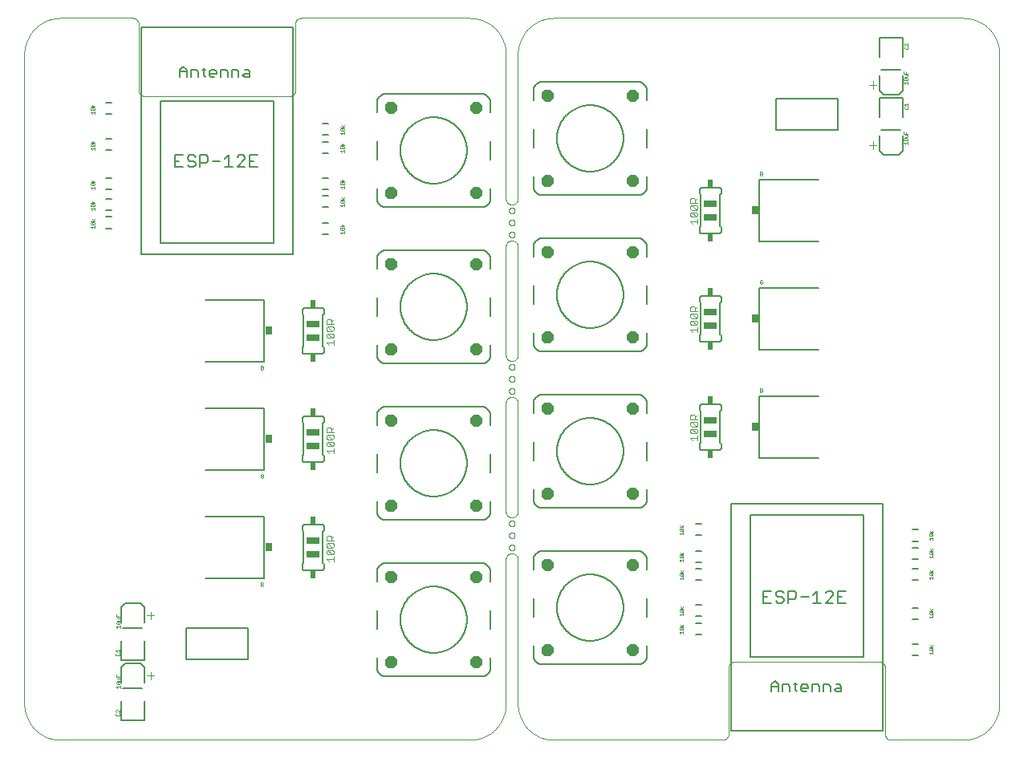
<source format=gto>
G75*
%MOIN*%
%OFA0B0*%
%FSLAX25Y25*%
%IPPOS*%
%LPD*%
%AMOC8*
5,1,8,0,0,1.08239X$1,22.5*
%
%ADD10C,0.00000*%
%ADD11C,0.00400*%
%ADD12C,0.00100*%
%ADD13C,0.00700*%
%ADD14C,0.00800*%
%ADD15C,0.00500*%
%ADD16R,0.03000X0.03400*%
%ADD17C,0.00600*%
%ADD18R,0.02400X0.03400*%
%ADD19R,0.05512X0.02559*%
%ADD20C,0.00300*%
%ADD21C,0.02756*%
D10*
X0021300Y0021600D02*
X0021300Y0291600D01*
X0021304Y0291962D01*
X0021318Y0292325D01*
X0021339Y0292687D01*
X0021370Y0293048D01*
X0021409Y0293408D01*
X0021457Y0293767D01*
X0021514Y0294125D01*
X0021579Y0294482D01*
X0021653Y0294837D01*
X0021736Y0295190D01*
X0021827Y0295541D01*
X0021926Y0295889D01*
X0022034Y0296235D01*
X0022150Y0296579D01*
X0022275Y0296919D01*
X0022407Y0297256D01*
X0022548Y0297590D01*
X0022697Y0297921D01*
X0022854Y0298248D01*
X0023018Y0298571D01*
X0023190Y0298890D01*
X0023370Y0299204D01*
X0023558Y0299515D01*
X0023753Y0299820D01*
X0023955Y0300121D01*
X0024165Y0300417D01*
X0024381Y0300707D01*
X0024605Y0300993D01*
X0024835Y0301273D01*
X0025072Y0301547D01*
X0025316Y0301815D01*
X0025566Y0302078D01*
X0025822Y0302334D01*
X0026085Y0302584D01*
X0026353Y0302828D01*
X0026627Y0303065D01*
X0026907Y0303295D01*
X0027193Y0303519D01*
X0027483Y0303735D01*
X0027779Y0303945D01*
X0028080Y0304147D01*
X0028385Y0304342D01*
X0028696Y0304530D01*
X0029010Y0304710D01*
X0029329Y0304882D01*
X0029652Y0305046D01*
X0029979Y0305203D01*
X0030310Y0305352D01*
X0030644Y0305493D01*
X0030981Y0305625D01*
X0031321Y0305750D01*
X0031665Y0305866D01*
X0032011Y0305974D01*
X0032359Y0306073D01*
X0032710Y0306164D01*
X0033063Y0306247D01*
X0033418Y0306321D01*
X0033775Y0306386D01*
X0034133Y0306443D01*
X0034492Y0306491D01*
X0034852Y0306530D01*
X0035213Y0306561D01*
X0035575Y0306582D01*
X0035938Y0306596D01*
X0036300Y0306600D01*
X0066300Y0306600D01*
X0066398Y0306598D01*
X0066496Y0306592D01*
X0066594Y0306583D01*
X0066691Y0306569D01*
X0066788Y0306552D01*
X0066884Y0306531D01*
X0066979Y0306506D01*
X0067073Y0306478D01*
X0067165Y0306445D01*
X0067257Y0306410D01*
X0067347Y0306370D01*
X0067435Y0306328D01*
X0067522Y0306281D01*
X0067606Y0306232D01*
X0067689Y0306179D01*
X0067769Y0306123D01*
X0067848Y0306063D01*
X0067924Y0306001D01*
X0067997Y0305936D01*
X0068068Y0305868D01*
X0068136Y0305797D01*
X0068201Y0305724D01*
X0068263Y0305648D01*
X0068323Y0305569D01*
X0068379Y0305489D01*
X0068432Y0305406D01*
X0068481Y0305322D01*
X0068528Y0305235D01*
X0068570Y0305147D01*
X0068610Y0305057D01*
X0068645Y0304965D01*
X0068678Y0304873D01*
X0068706Y0304779D01*
X0068731Y0304684D01*
X0068752Y0304588D01*
X0068769Y0304491D01*
X0068783Y0304394D01*
X0068792Y0304296D01*
X0068798Y0304198D01*
X0068800Y0304100D01*
X0068800Y0276600D01*
X0068802Y0276502D01*
X0068808Y0276404D01*
X0068817Y0276306D01*
X0068831Y0276209D01*
X0068848Y0276112D01*
X0068869Y0276016D01*
X0068894Y0275921D01*
X0068922Y0275827D01*
X0068955Y0275735D01*
X0068990Y0275643D01*
X0069030Y0275553D01*
X0069072Y0275465D01*
X0069119Y0275378D01*
X0069168Y0275294D01*
X0069221Y0275211D01*
X0069277Y0275131D01*
X0069337Y0275052D01*
X0069399Y0274976D01*
X0069464Y0274903D01*
X0069532Y0274832D01*
X0069603Y0274764D01*
X0069676Y0274699D01*
X0069752Y0274637D01*
X0069831Y0274577D01*
X0069911Y0274521D01*
X0069994Y0274468D01*
X0070078Y0274419D01*
X0070165Y0274372D01*
X0070253Y0274330D01*
X0070343Y0274290D01*
X0070435Y0274255D01*
X0070527Y0274222D01*
X0070621Y0274194D01*
X0070716Y0274169D01*
X0070812Y0274148D01*
X0070909Y0274131D01*
X0071006Y0274117D01*
X0071104Y0274108D01*
X0071202Y0274102D01*
X0071300Y0274100D01*
X0131300Y0274100D01*
X0131398Y0274102D01*
X0131496Y0274108D01*
X0131594Y0274117D01*
X0131691Y0274131D01*
X0131788Y0274148D01*
X0131884Y0274169D01*
X0131979Y0274194D01*
X0132073Y0274222D01*
X0132165Y0274255D01*
X0132257Y0274290D01*
X0132347Y0274330D01*
X0132435Y0274372D01*
X0132522Y0274419D01*
X0132606Y0274468D01*
X0132689Y0274521D01*
X0132769Y0274577D01*
X0132848Y0274637D01*
X0132924Y0274699D01*
X0132997Y0274764D01*
X0133068Y0274832D01*
X0133136Y0274903D01*
X0133201Y0274976D01*
X0133263Y0275052D01*
X0133323Y0275131D01*
X0133379Y0275211D01*
X0133432Y0275294D01*
X0133481Y0275378D01*
X0133528Y0275465D01*
X0133570Y0275553D01*
X0133610Y0275643D01*
X0133645Y0275735D01*
X0133678Y0275827D01*
X0133706Y0275921D01*
X0133731Y0276016D01*
X0133752Y0276112D01*
X0133769Y0276209D01*
X0133783Y0276306D01*
X0133792Y0276404D01*
X0133798Y0276502D01*
X0133800Y0276600D01*
X0133800Y0304100D01*
X0133802Y0304198D01*
X0133808Y0304296D01*
X0133817Y0304394D01*
X0133831Y0304491D01*
X0133848Y0304588D01*
X0133869Y0304684D01*
X0133894Y0304779D01*
X0133922Y0304873D01*
X0133955Y0304965D01*
X0133990Y0305057D01*
X0134030Y0305147D01*
X0134072Y0305235D01*
X0134119Y0305322D01*
X0134168Y0305406D01*
X0134221Y0305489D01*
X0134277Y0305569D01*
X0134337Y0305648D01*
X0134399Y0305724D01*
X0134464Y0305797D01*
X0134532Y0305868D01*
X0134603Y0305936D01*
X0134676Y0306001D01*
X0134752Y0306063D01*
X0134831Y0306123D01*
X0134911Y0306179D01*
X0134994Y0306232D01*
X0135078Y0306281D01*
X0135165Y0306328D01*
X0135253Y0306370D01*
X0135343Y0306410D01*
X0135435Y0306445D01*
X0135527Y0306478D01*
X0135621Y0306506D01*
X0135716Y0306531D01*
X0135812Y0306552D01*
X0135909Y0306569D01*
X0136006Y0306583D01*
X0136104Y0306592D01*
X0136202Y0306598D01*
X0136300Y0306600D01*
X0206300Y0306600D01*
X0206662Y0306596D01*
X0207025Y0306582D01*
X0207387Y0306561D01*
X0207748Y0306530D01*
X0208108Y0306491D01*
X0208467Y0306443D01*
X0208825Y0306386D01*
X0209182Y0306321D01*
X0209537Y0306247D01*
X0209890Y0306164D01*
X0210241Y0306073D01*
X0210589Y0305974D01*
X0210935Y0305866D01*
X0211279Y0305750D01*
X0211619Y0305625D01*
X0211956Y0305493D01*
X0212290Y0305352D01*
X0212621Y0305203D01*
X0212948Y0305046D01*
X0213271Y0304882D01*
X0213590Y0304710D01*
X0213904Y0304530D01*
X0214215Y0304342D01*
X0214520Y0304147D01*
X0214821Y0303945D01*
X0215117Y0303735D01*
X0215407Y0303519D01*
X0215693Y0303295D01*
X0215973Y0303065D01*
X0216247Y0302828D01*
X0216515Y0302584D01*
X0216778Y0302334D01*
X0217034Y0302078D01*
X0217284Y0301815D01*
X0217528Y0301547D01*
X0217765Y0301273D01*
X0217995Y0300993D01*
X0218219Y0300707D01*
X0218435Y0300417D01*
X0218645Y0300121D01*
X0218847Y0299820D01*
X0219042Y0299515D01*
X0219230Y0299204D01*
X0219410Y0298890D01*
X0219582Y0298571D01*
X0219746Y0298248D01*
X0219903Y0297921D01*
X0220052Y0297590D01*
X0220193Y0297256D01*
X0220325Y0296919D01*
X0220450Y0296579D01*
X0220566Y0296235D01*
X0220674Y0295889D01*
X0220773Y0295541D01*
X0220864Y0295190D01*
X0220947Y0294837D01*
X0221021Y0294482D01*
X0221086Y0294125D01*
X0221143Y0293767D01*
X0221191Y0293408D01*
X0221230Y0293048D01*
X0221261Y0292687D01*
X0221282Y0292325D01*
X0221296Y0291962D01*
X0221300Y0291600D01*
X0221300Y0231600D01*
X0221302Y0231502D01*
X0221308Y0231404D01*
X0221317Y0231306D01*
X0221331Y0231209D01*
X0221348Y0231112D01*
X0221369Y0231016D01*
X0221394Y0230921D01*
X0221422Y0230827D01*
X0221455Y0230735D01*
X0221490Y0230643D01*
X0221530Y0230553D01*
X0221572Y0230465D01*
X0221619Y0230378D01*
X0221668Y0230294D01*
X0221721Y0230211D01*
X0221777Y0230131D01*
X0221837Y0230052D01*
X0221899Y0229976D01*
X0221964Y0229903D01*
X0222032Y0229832D01*
X0222103Y0229764D01*
X0222176Y0229699D01*
X0222252Y0229637D01*
X0222331Y0229577D01*
X0222411Y0229521D01*
X0222494Y0229468D01*
X0222578Y0229419D01*
X0222665Y0229372D01*
X0222753Y0229330D01*
X0222843Y0229290D01*
X0222935Y0229255D01*
X0223027Y0229222D01*
X0223121Y0229194D01*
X0223216Y0229169D01*
X0223312Y0229148D01*
X0223409Y0229131D01*
X0223506Y0229117D01*
X0223604Y0229108D01*
X0223702Y0229102D01*
X0223800Y0229100D01*
X0223898Y0229102D01*
X0223996Y0229108D01*
X0224094Y0229117D01*
X0224191Y0229131D01*
X0224288Y0229148D01*
X0224384Y0229169D01*
X0224479Y0229194D01*
X0224573Y0229222D01*
X0224665Y0229255D01*
X0224757Y0229290D01*
X0224847Y0229330D01*
X0224935Y0229372D01*
X0225022Y0229419D01*
X0225106Y0229468D01*
X0225189Y0229521D01*
X0225269Y0229577D01*
X0225348Y0229637D01*
X0225424Y0229699D01*
X0225497Y0229764D01*
X0225568Y0229832D01*
X0225636Y0229903D01*
X0225701Y0229976D01*
X0225763Y0230052D01*
X0225823Y0230131D01*
X0225879Y0230211D01*
X0225932Y0230294D01*
X0225981Y0230378D01*
X0226028Y0230465D01*
X0226070Y0230553D01*
X0226110Y0230643D01*
X0226145Y0230735D01*
X0226178Y0230827D01*
X0226206Y0230921D01*
X0226231Y0231016D01*
X0226252Y0231112D01*
X0226269Y0231209D01*
X0226283Y0231306D01*
X0226292Y0231404D01*
X0226298Y0231502D01*
X0226300Y0231600D01*
X0226300Y0291600D01*
X0226304Y0291962D01*
X0226318Y0292325D01*
X0226339Y0292687D01*
X0226370Y0293048D01*
X0226409Y0293408D01*
X0226457Y0293767D01*
X0226514Y0294125D01*
X0226579Y0294482D01*
X0226653Y0294837D01*
X0226736Y0295190D01*
X0226827Y0295541D01*
X0226926Y0295889D01*
X0227034Y0296235D01*
X0227150Y0296579D01*
X0227275Y0296919D01*
X0227407Y0297256D01*
X0227548Y0297590D01*
X0227697Y0297921D01*
X0227854Y0298248D01*
X0228018Y0298571D01*
X0228190Y0298890D01*
X0228370Y0299204D01*
X0228558Y0299515D01*
X0228753Y0299820D01*
X0228955Y0300121D01*
X0229165Y0300417D01*
X0229381Y0300707D01*
X0229605Y0300993D01*
X0229835Y0301273D01*
X0230072Y0301547D01*
X0230316Y0301815D01*
X0230566Y0302078D01*
X0230822Y0302334D01*
X0231085Y0302584D01*
X0231353Y0302828D01*
X0231627Y0303065D01*
X0231907Y0303295D01*
X0232193Y0303519D01*
X0232483Y0303735D01*
X0232779Y0303945D01*
X0233080Y0304147D01*
X0233385Y0304342D01*
X0233696Y0304530D01*
X0234010Y0304710D01*
X0234329Y0304882D01*
X0234652Y0305046D01*
X0234979Y0305203D01*
X0235310Y0305352D01*
X0235644Y0305493D01*
X0235981Y0305625D01*
X0236321Y0305750D01*
X0236665Y0305866D01*
X0237011Y0305974D01*
X0237359Y0306073D01*
X0237710Y0306164D01*
X0238063Y0306247D01*
X0238418Y0306321D01*
X0238775Y0306386D01*
X0239133Y0306443D01*
X0239492Y0306491D01*
X0239852Y0306530D01*
X0240213Y0306561D01*
X0240575Y0306582D01*
X0240938Y0306596D01*
X0241300Y0306600D01*
X0411300Y0306600D01*
X0411662Y0306596D01*
X0412025Y0306582D01*
X0412387Y0306561D01*
X0412748Y0306530D01*
X0413108Y0306491D01*
X0413467Y0306443D01*
X0413825Y0306386D01*
X0414182Y0306321D01*
X0414537Y0306247D01*
X0414890Y0306164D01*
X0415241Y0306073D01*
X0415589Y0305974D01*
X0415935Y0305866D01*
X0416279Y0305750D01*
X0416619Y0305625D01*
X0416956Y0305493D01*
X0417290Y0305352D01*
X0417621Y0305203D01*
X0417948Y0305046D01*
X0418271Y0304882D01*
X0418590Y0304710D01*
X0418904Y0304530D01*
X0419215Y0304342D01*
X0419520Y0304147D01*
X0419821Y0303945D01*
X0420117Y0303735D01*
X0420407Y0303519D01*
X0420693Y0303295D01*
X0420973Y0303065D01*
X0421247Y0302828D01*
X0421515Y0302584D01*
X0421778Y0302334D01*
X0422034Y0302078D01*
X0422284Y0301815D01*
X0422528Y0301547D01*
X0422765Y0301273D01*
X0422995Y0300993D01*
X0423219Y0300707D01*
X0423435Y0300417D01*
X0423645Y0300121D01*
X0423847Y0299820D01*
X0424042Y0299515D01*
X0424230Y0299204D01*
X0424410Y0298890D01*
X0424582Y0298571D01*
X0424746Y0298248D01*
X0424903Y0297921D01*
X0425052Y0297590D01*
X0425193Y0297256D01*
X0425325Y0296919D01*
X0425450Y0296579D01*
X0425566Y0296235D01*
X0425674Y0295889D01*
X0425773Y0295541D01*
X0425864Y0295190D01*
X0425947Y0294837D01*
X0426021Y0294482D01*
X0426086Y0294125D01*
X0426143Y0293767D01*
X0426191Y0293408D01*
X0426230Y0293048D01*
X0426261Y0292687D01*
X0426282Y0292325D01*
X0426296Y0291962D01*
X0426300Y0291600D01*
X0426300Y0021600D01*
X0426296Y0021238D01*
X0426282Y0020875D01*
X0426261Y0020513D01*
X0426230Y0020152D01*
X0426191Y0019792D01*
X0426143Y0019433D01*
X0426086Y0019075D01*
X0426021Y0018718D01*
X0425947Y0018363D01*
X0425864Y0018010D01*
X0425773Y0017659D01*
X0425674Y0017311D01*
X0425566Y0016965D01*
X0425450Y0016621D01*
X0425325Y0016281D01*
X0425193Y0015944D01*
X0425052Y0015610D01*
X0424903Y0015279D01*
X0424746Y0014952D01*
X0424582Y0014629D01*
X0424410Y0014310D01*
X0424230Y0013996D01*
X0424042Y0013685D01*
X0423847Y0013380D01*
X0423645Y0013079D01*
X0423435Y0012783D01*
X0423219Y0012493D01*
X0422995Y0012207D01*
X0422765Y0011927D01*
X0422528Y0011653D01*
X0422284Y0011385D01*
X0422034Y0011122D01*
X0421778Y0010866D01*
X0421515Y0010616D01*
X0421247Y0010372D01*
X0420973Y0010135D01*
X0420693Y0009905D01*
X0420407Y0009681D01*
X0420117Y0009465D01*
X0419821Y0009255D01*
X0419520Y0009053D01*
X0419215Y0008858D01*
X0418904Y0008670D01*
X0418590Y0008490D01*
X0418271Y0008318D01*
X0417948Y0008154D01*
X0417621Y0007997D01*
X0417290Y0007848D01*
X0416956Y0007707D01*
X0416619Y0007575D01*
X0416279Y0007450D01*
X0415935Y0007334D01*
X0415589Y0007226D01*
X0415241Y0007127D01*
X0414890Y0007036D01*
X0414537Y0006953D01*
X0414182Y0006879D01*
X0413825Y0006814D01*
X0413467Y0006757D01*
X0413108Y0006709D01*
X0412748Y0006670D01*
X0412387Y0006639D01*
X0412025Y0006618D01*
X0411662Y0006604D01*
X0411300Y0006600D01*
X0381300Y0006600D01*
X0381202Y0006602D01*
X0381104Y0006608D01*
X0381006Y0006617D01*
X0380909Y0006631D01*
X0380812Y0006648D01*
X0380716Y0006669D01*
X0380621Y0006694D01*
X0380527Y0006722D01*
X0380435Y0006755D01*
X0380343Y0006790D01*
X0380253Y0006830D01*
X0380165Y0006872D01*
X0380078Y0006919D01*
X0379994Y0006968D01*
X0379911Y0007021D01*
X0379831Y0007077D01*
X0379752Y0007137D01*
X0379676Y0007199D01*
X0379603Y0007264D01*
X0379532Y0007332D01*
X0379464Y0007403D01*
X0379399Y0007476D01*
X0379337Y0007552D01*
X0379277Y0007631D01*
X0379221Y0007711D01*
X0379168Y0007794D01*
X0379119Y0007878D01*
X0379072Y0007965D01*
X0379030Y0008053D01*
X0378990Y0008143D01*
X0378955Y0008235D01*
X0378922Y0008327D01*
X0378894Y0008421D01*
X0378869Y0008516D01*
X0378848Y0008612D01*
X0378831Y0008709D01*
X0378817Y0008806D01*
X0378808Y0008904D01*
X0378802Y0009002D01*
X0378800Y0009100D01*
X0378800Y0036600D01*
X0378798Y0036698D01*
X0378792Y0036796D01*
X0378783Y0036894D01*
X0378769Y0036991D01*
X0378752Y0037088D01*
X0378731Y0037184D01*
X0378706Y0037279D01*
X0378678Y0037373D01*
X0378645Y0037465D01*
X0378610Y0037557D01*
X0378570Y0037647D01*
X0378528Y0037735D01*
X0378481Y0037822D01*
X0378432Y0037906D01*
X0378379Y0037989D01*
X0378323Y0038069D01*
X0378263Y0038148D01*
X0378201Y0038224D01*
X0378136Y0038297D01*
X0378068Y0038368D01*
X0377997Y0038436D01*
X0377924Y0038501D01*
X0377848Y0038563D01*
X0377769Y0038623D01*
X0377689Y0038679D01*
X0377606Y0038732D01*
X0377522Y0038781D01*
X0377435Y0038828D01*
X0377347Y0038870D01*
X0377257Y0038910D01*
X0377165Y0038945D01*
X0377073Y0038978D01*
X0376979Y0039006D01*
X0376884Y0039031D01*
X0376788Y0039052D01*
X0376691Y0039069D01*
X0376594Y0039083D01*
X0376496Y0039092D01*
X0376398Y0039098D01*
X0376300Y0039100D01*
X0316300Y0039100D01*
X0316202Y0039098D01*
X0316104Y0039092D01*
X0316006Y0039083D01*
X0315909Y0039069D01*
X0315812Y0039052D01*
X0315716Y0039031D01*
X0315621Y0039006D01*
X0315527Y0038978D01*
X0315435Y0038945D01*
X0315343Y0038910D01*
X0315253Y0038870D01*
X0315165Y0038828D01*
X0315078Y0038781D01*
X0314994Y0038732D01*
X0314911Y0038679D01*
X0314831Y0038623D01*
X0314752Y0038563D01*
X0314676Y0038501D01*
X0314603Y0038436D01*
X0314532Y0038368D01*
X0314464Y0038297D01*
X0314399Y0038224D01*
X0314337Y0038148D01*
X0314277Y0038069D01*
X0314221Y0037989D01*
X0314168Y0037906D01*
X0314119Y0037822D01*
X0314072Y0037735D01*
X0314030Y0037647D01*
X0313990Y0037557D01*
X0313955Y0037465D01*
X0313922Y0037373D01*
X0313894Y0037279D01*
X0313869Y0037184D01*
X0313848Y0037088D01*
X0313831Y0036991D01*
X0313817Y0036894D01*
X0313808Y0036796D01*
X0313802Y0036698D01*
X0313800Y0036600D01*
X0313800Y0009100D01*
X0313798Y0009002D01*
X0313792Y0008904D01*
X0313783Y0008806D01*
X0313769Y0008709D01*
X0313752Y0008612D01*
X0313731Y0008516D01*
X0313706Y0008421D01*
X0313678Y0008327D01*
X0313645Y0008235D01*
X0313610Y0008143D01*
X0313570Y0008053D01*
X0313528Y0007965D01*
X0313481Y0007878D01*
X0313432Y0007794D01*
X0313379Y0007711D01*
X0313323Y0007631D01*
X0313263Y0007552D01*
X0313201Y0007476D01*
X0313136Y0007403D01*
X0313068Y0007332D01*
X0312997Y0007264D01*
X0312924Y0007199D01*
X0312848Y0007137D01*
X0312769Y0007077D01*
X0312689Y0007021D01*
X0312606Y0006968D01*
X0312522Y0006919D01*
X0312435Y0006872D01*
X0312347Y0006830D01*
X0312257Y0006790D01*
X0312165Y0006755D01*
X0312073Y0006722D01*
X0311979Y0006694D01*
X0311884Y0006669D01*
X0311788Y0006648D01*
X0311691Y0006631D01*
X0311594Y0006617D01*
X0311496Y0006608D01*
X0311398Y0006602D01*
X0311300Y0006600D01*
X0241300Y0006600D01*
X0240938Y0006604D01*
X0240575Y0006618D01*
X0240213Y0006639D01*
X0239852Y0006670D01*
X0239492Y0006709D01*
X0239133Y0006757D01*
X0238775Y0006814D01*
X0238418Y0006879D01*
X0238063Y0006953D01*
X0237710Y0007036D01*
X0237359Y0007127D01*
X0237011Y0007226D01*
X0236665Y0007334D01*
X0236321Y0007450D01*
X0235981Y0007575D01*
X0235644Y0007707D01*
X0235310Y0007848D01*
X0234979Y0007997D01*
X0234652Y0008154D01*
X0234329Y0008318D01*
X0234010Y0008490D01*
X0233696Y0008670D01*
X0233385Y0008858D01*
X0233080Y0009053D01*
X0232779Y0009255D01*
X0232483Y0009465D01*
X0232193Y0009681D01*
X0231907Y0009905D01*
X0231627Y0010135D01*
X0231353Y0010372D01*
X0231085Y0010616D01*
X0230822Y0010866D01*
X0230566Y0011122D01*
X0230316Y0011385D01*
X0230072Y0011653D01*
X0229835Y0011927D01*
X0229605Y0012207D01*
X0229381Y0012493D01*
X0229165Y0012783D01*
X0228955Y0013079D01*
X0228753Y0013380D01*
X0228558Y0013685D01*
X0228370Y0013996D01*
X0228190Y0014310D01*
X0228018Y0014629D01*
X0227854Y0014952D01*
X0227697Y0015279D01*
X0227548Y0015610D01*
X0227407Y0015944D01*
X0227275Y0016281D01*
X0227150Y0016621D01*
X0227034Y0016965D01*
X0226926Y0017311D01*
X0226827Y0017659D01*
X0226736Y0018010D01*
X0226653Y0018363D01*
X0226579Y0018718D01*
X0226514Y0019075D01*
X0226457Y0019433D01*
X0226409Y0019792D01*
X0226370Y0020152D01*
X0226339Y0020513D01*
X0226318Y0020875D01*
X0226304Y0021238D01*
X0226300Y0021600D01*
X0226300Y0081600D01*
X0226298Y0081698D01*
X0226292Y0081796D01*
X0226283Y0081894D01*
X0226269Y0081991D01*
X0226252Y0082088D01*
X0226231Y0082184D01*
X0226206Y0082279D01*
X0226178Y0082373D01*
X0226145Y0082465D01*
X0226110Y0082557D01*
X0226070Y0082647D01*
X0226028Y0082735D01*
X0225981Y0082822D01*
X0225932Y0082906D01*
X0225879Y0082989D01*
X0225823Y0083069D01*
X0225763Y0083148D01*
X0225701Y0083224D01*
X0225636Y0083297D01*
X0225568Y0083368D01*
X0225497Y0083436D01*
X0225424Y0083501D01*
X0225348Y0083563D01*
X0225269Y0083623D01*
X0225189Y0083679D01*
X0225106Y0083732D01*
X0225022Y0083781D01*
X0224935Y0083828D01*
X0224847Y0083870D01*
X0224757Y0083910D01*
X0224665Y0083945D01*
X0224573Y0083978D01*
X0224479Y0084006D01*
X0224384Y0084031D01*
X0224288Y0084052D01*
X0224191Y0084069D01*
X0224094Y0084083D01*
X0223996Y0084092D01*
X0223898Y0084098D01*
X0223800Y0084100D01*
X0223702Y0084098D01*
X0223604Y0084092D01*
X0223506Y0084083D01*
X0223409Y0084069D01*
X0223312Y0084052D01*
X0223216Y0084031D01*
X0223121Y0084006D01*
X0223027Y0083978D01*
X0222935Y0083945D01*
X0222843Y0083910D01*
X0222753Y0083870D01*
X0222665Y0083828D01*
X0222578Y0083781D01*
X0222494Y0083732D01*
X0222411Y0083679D01*
X0222331Y0083623D01*
X0222252Y0083563D01*
X0222176Y0083501D01*
X0222103Y0083436D01*
X0222032Y0083368D01*
X0221964Y0083297D01*
X0221899Y0083224D01*
X0221837Y0083148D01*
X0221777Y0083069D01*
X0221721Y0082989D01*
X0221668Y0082906D01*
X0221619Y0082822D01*
X0221572Y0082735D01*
X0221530Y0082647D01*
X0221490Y0082557D01*
X0221455Y0082465D01*
X0221422Y0082373D01*
X0221394Y0082279D01*
X0221369Y0082184D01*
X0221348Y0082088D01*
X0221331Y0081991D01*
X0221317Y0081894D01*
X0221308Y0081796D01*
X0221302Y0081698D01*
X0221300Y0081600D01*
X0221300Y0021600D01*
X0221296Y0021238D01*
X0221282Y0020875D01*
X0221261Y0020513D01*
X0221230Y0020152D01*
X0221191Y0019792D01*
X0221143Y0019433D01*
X0221086Y0019075D01*
X0221021Y0018718D01*
X0220947Y0018363D01*
X0220864Y0018010D01*
X0220773Y0017659D01*
X0220674Y0017311D01*
X0220566Y0016965D01*
X0220450Y0016621D01*
X0220325Y0016281D01*
X0220193Y0015944D01*
X0220052Y0015610D01*
X0219903Y0015279D01*
X0219746Y0014952D01*
X0219582Y0014629D01*
X0219410Y0014310D01*
X0219230Y0013996D01*
X0219042Y0013685D01*
X0218847Y0013380D01*
X0218645Y0013079D01*
X0218435Y0012783D01*
X0218219Y0012493D01*
X0217995Y0012207D01*
X0217765Y0011927D01*
X0217528Y0011653D01*
X0217284Y0011385D01*
X0217034Y0011122D01*
X0216778Y0010866D01*
X0216515Y0010616D01*
X0216247Y0010372D01*
X0215973Y0010135D01*
X0215693Y0009905D01*
X0215407Y0009681D01*
X0215117Y0009465D01*
X0214821Y0009255D01*
X0214520Y0009053D01*
X0214215Y0008858D01*
X0213904Y0008670D01*
X0213590Y0008490D01*
X0213271Y0008318D01*
X0212948Y0008154D01*
X0212621Y0007997D01*
X0212290Y0007848D01*
X0211956Y0007707D01*
X0211619Y0007575D01*
X0211279Y0007450D01*
X0210935Y0007334D01*
X0210589Y0007226D01*
X0210241Y0007127D01*
X0209890Y0007036D01*
X0209537Y0006953D01*
X0209182Y0006879D01*
X0208825Y0006814D01*
X0208467Y0006757D01*
X0208108Y0006709D01*
X0207748Y0006670D01*
X0207387Y0006639D01*
X0207025Y0006618D01*
X0206662Y0006604D01*
X0206300Y0006600D01*
X0036300Y0006600D01*
X0035938Y0006604D01*
X0035575Y0006618D01*
X0035213Y0006639D01*
X0034852Y0006670D01*
X0034492Y0006709D01*
X0034133Y0006757D01*
X0033775Y0006814D01*
X0033418Y0006879D01*
X0033063Y0006953D01*
X0032710Y0007036D01*
X0032359Y0007127D01*
X0032011Y0007226D01*
X0031665Y0007334D01*
X0031321Y0007450D01*
X0030981Y0007575D01*
X0030644Y0007707D01*
X0030310Y0007848D01*
X0029979Y0007997D01*
X0029652Y0008154D01*
X0029329Y0008318D01*
X0029010Y0008490D01*
X0028696Y0008670D01*
X0028385Y0008858D01*
X0028080Y0009053D01*
X0027779Y0009255D01*
X0027483Y0009465D01*
X0027193Y0009681D01*
X0026907Y0009905D01*
X0026627Y0010135D01*
X0026353Y0010372D01*
X0026085Y0010616D01*
X0025822Y0010866D01*
X0025566Y0011122D01*
X0025316Y0011385D01*
X0025072Y0011653D01*
X0024835Y0011927D01*
X0024605Y0012207D01*
X0024381Y0012493D01*
X0024165Y0012783D01*
X0023955Y0013079D01*
X0023753Y0013380D01*
X0023558Y0013685D01*
X0023370Y0013996D01*
X0023190Y0014310D01*
X0023018Y0014629D01*
X0022854Y0014952D01*
X0022697Y0015279D01*
X0022548Y0015610D01*
X0022407Y0015944D01*
X0022275Y0016281D01*
X0022150Y0016621D01*
X0022034Y0016965D01*
X0021926Y0017311D01*
X0021827Y0017659D01*
X0021736Y0018010D01*
X0021653Y0018363D01*
X0021579Y0018718D01*
X0021514Y0019075D01*
X0021457Y0019433D01*
X0021409Y0019792D01*
X0021370Y0020152D01*
X0021339Y0020513D01*
X0021318Y0020875D01*
X0021304Y0021238D01*
X0021300Y0021600D01*
X0221300Y0101600D02*
X0221300Y0146600D01*
X0221302Y0146698D01*
X0221308Y0146796D01*
X0221317Y0146894D01*
X0221331Y0146991D01*
X0221348Y0147088D01*
X0221369Y0147184D01*
X0221394Y0147279D01*
X0221422Y0147373D01*
X0221455Y0147465D01*
X0221490Y0147557D01*
X0221530Y0147647D01*
X0221572Y0147735D01*
X0221619Y0147822D01*
X0221668Y0147906D01*
X0221721Y0147989D01*
X0221777Y0148069D01*
X0221837Y0148148D01*
X0221899Y0148224D01*
X0221964Y0148297D01*
X0222032Y0148368D01*
X0222103Y0148436D01*
X0222176Y0148501D01*
X0222252Y0148563D01*
X0222331Y0148623D01*
X0222411Y0148679D01*
X0222494Y0148732D01*
X0222578Y0148781D01*
X0222665Y0148828D01*
X0222753Y0148870D01*
X0222843Y0148910D01*
X0222935Y0148945D01*
X0223027Y0148978D01*
X0223121Y0149006D01*
X0223216Y0149031D01*
X0223312Y0149052D01*
X0223409Y0149069D01*
X0223506Y0149083D01*
X0223604Y0149092D01*
X0223702Y0149098D01*
X0223800Y0149100D01*
X0223898Y0149098D01*
X0223996Y0149092D01*
X0224094Y0149083D01*
X0224191Y0149069D01*
X0224288Y0149052D01*
X0224384Y0149031D01*
X0224479Y0149006D01*
X0224573Y0148978D01*
X0224665Y0148945D01*
X0224757Y0148910D01*
X0224847Y0148870D01*
X0224935Y0148828D01*
X0225022Y0148781D01*
X0225106Y0148732D01*
X0225189Y0148679D01*
X0225269Y0148623D01*
X0225348Y0148563D01*
X0225424Y0148501D01*
X0225497Y0148436D01*
X0225568Y0148368D01*
X0225636Y0148297D01*
X0225701Y0148224D01*
X0225763Y0148148D01*
X0225823Y0148069D01*
X0225879Y0147989D01*
X0225932Y0147906D01*
X0225981Y0147822D01*
X0226028Y0147735D01*
X0226070Y0147647D01*
X0226110Y0147557D01*
X0226145Y0147465D01*
X0226178Y0147373D01*
X0226206Y0147279D01*
X0226231Y0147184D01*
X0226252Y0147088D01*
X0226269Y0146991D01*
X0226283Y0146894D01*
X0226292Y0146796D01*
X0226298Y0146698D01*
X0226300Y0146600D01*
X0226300Y0101600D01*
X0226298Y0101502D01*
X0226292Y0101404D01*
X0226283Y0101306D01*
X0226269Y0101209D01*
X0226252Y0101112D01*
X0226231Y0101016D01*
X0226206Y0100921D01*
X0226178Y0100827D01*
X0226145Y0100735D01*
X0226110Y0100643D01*
X0226070Y0100553D01*
X0226028Y0100465D01*
X0225981Y0100378D01*
X0225932Y0100294D01*
X0225879Y0100211D01*
X0225823Y0100131D01*
X0225763Y0100052D01*
X0225701Y0099976D01*
X0225636Y0099903D01*
X0225568Y0099832D01*
X0225497Y0099764D01*
X0225424Y0099699D01*
X0225348Y0099637D01*
X0225269Y0099577D01*
X0225189Y0099521D01*
X0225106Y0099468D01*
X0225022Y0099419D01*
X0224935Y0099372D01*
X0224847Y0099330D01*
X0224757Y0099290D01*
X0224665Y0099255D01*
X0224573Y0099222D01*
X0224479Y0099194D01*
X0224384Y0099169D01*
X0224288Y0099148D01*
X0224191Y0099131D01*
X0224094Y0099117D01*
X0223996Y0099108D01*
X0223898Y0099102D01*
X0223800Y0099100D01*
X0223702Y0099102D01*
X0223604Y0099108D01*
X0223506Y0099117D01*
X0223409Y0099131D01*
X0223312Y0099148D01*
X0223216Y0099169D01*
X0223121Y0099194D01*
X0223027Y0099222D01*
X0222935Y0099255D01*
X0222843Y0099290D01*
X0222753Y0099330D01*
X0222665Y0099372D01*
X0222578Y0099419D01*
X0222494Y0099468D01*
X0222411Y0099521D01*
X0222331Y0099577D01*
X0222252Y0099637D01*
X0222176Y0099699D01*
X0222103Y0099764D01*
X0222032Y0099832D01*
X0221964Y0099903D01*
X0221899Y0099976D01*
X0221837Y0100052D01*
X0221777Y0100131D01*
X0221721Y0100211D01*
X0221668Y0100294D01*
X0221619Y0100378D01*
X0221572Y0100465D01*
X0221530Y0100553D01*
X0221490Y0100643D01*
X0221455Y0100735D01*
X0221422Y0100827D01*
X0221394Y0100921D01*
X0221369Y0101016D01*
X0221348Y0101112D01*
X0221331Y0101209D01*
X0221317Y0101306D01*
X0221308Y0101404D01*
X0221302Y0101502D01*
X0221300Y0101600D01*
X0222619Y0096600D02*
X0222621Y0096669D01*
X0222627Y0096737D01*
X0222637Y0096805D01*
X0222651Y0096872D01*
X0222669Y0096939D01*
X0222690Y0097004D01*
X0222716Y0097068D01*
X0222745Y0097130D01*
X0222777Y0097190D01*
X0222813Y0097249D01*
X0222853Y0097305D01*
X0222895Y0097359D01*
X0222941Y0097410D01*
X0222990Y0097459D01*
X0223041Y0097505D01*
X0223095Y0097547D01*
X0223151Y0097587D01*
X0223209Y0097623D01*
X0223270Y0097655D01*
X0223332Y0097684D01*
X0223396Y0097710D01*
X0223461Y0097731D01*
X0223528Y0097749D01*
X0223595Y0097763D01*
X0223663Y0097773D01*
X0223731Y0097779D01*
X0223800Y0097781D01*
X0223869Y0097779D01*
X0223937Y0097773D01*
X0224005Y0097763D01*
X0224072Y0097749D01*
X0224139Y0097731D01*
X0224204Y0097710D01*
X0224268Y0097684D01*
X0224330Y0097655D01*
X0224390Y0097623D01*
X0224449Y0097587D01*
X0224505Y0097547D01*
X0224559Y0097505D01*
X0224610Y0097459D01*
X0224659Y0097410D01*
X0224705Y0097359D01*
X0224747Y0097305D01*
X0224787Y0097249D01*
X0224823Y0097190D01*
X0224855Y0097130D01*
X0224884Y0097068D01*
X0224910Y0097004D01*
X0224931Y0096939D01*
X0224949Y0096872D01*
X0224963Y0096805D01*
X0224973Y0096737D01*
X0224979Y0096669D01*
X0224981Y0096600D01*
X0224979Y0096531D01*
X0224973Y0096463D01*
X0224963Y0096395D01*
X0224949Y0096328D01*
X0224931Y0096261D01*
X0224910Y0096196D01*
X0224884Y0096132D01*
X0224855Y0096070D01*
X0224823Y0096009D01*
X0224787Y0095951D01*
X0224747Y0095895D01*
X0224705Y0095841D01*
X0224659Y0095790D01*
X0224610Y0095741D01*
X0224559Y0095695D01*
X0224505Y0095653D01*
X0224449Y0095613D01*
X0224391Y0095577D01*
X0224330Y0095545D01*
X0224268Y0095516D01*
X0224204Y0095490D01*
X0224139Y0095469D01*
X0224072Y0095451D01*
X0224005Y0095437D01*
X0223937Y0095427D01*
X0223869Y0095421D01*
X0223800Y0095419D01*
X0223731Y0095421D01*
X0223663Y0095427D01*
X0223595Y0095437D01*
X0223528Y0095451D01*
X0223461Y0095469D01*
X0223396Y0095490D01*
X0223332Y0095516D01*
X0223270Y0095545D01*
X0223209Y0095577D01*
X0223151Y0095613D01*
X0223095Y0095653D01*
X0223041Y0095695D01*
X0222990Y0095741D01*
X0222941Y0095790D01*
X0222895Y0095841D01*
X0222853Y0095895D01*
X0222813Y0095951D01*
X0222777Y0096009D01*
X0222745Y0096070D01*
X0222716Y0096132D01*
X0222690Y0096196D01*
X0222669Y0096261D01*
X0222651Y0096328D01*
X0222637Y0096395D01*
X0222627Y0096463D01*
X0222621Y0096531D01*
X0222619Y0096600D01*
X0222619Y0091600D02*
X0222621Y0091669D01*
X0222627Y0091737D01*
X0222637Y0091805D01*
X0222651Y0091872D01*
X0222669Y0091939D01*
X0222690Y0092004D01*
X0222716Y0092068D01*
X0222745Y0092130D01*
X0222777Y0092190D01*
X0222813Y0092249D01*
X0222853Y0092305D01*
X0222895Y0092359D01*
X0222941Y0092410D01*
X0222990Y0092459D01*
X0223041Y0092505D01*
X0223095Y0092547D01*
X0223151Y0092587D01*
X0223209Y0092623D01*
X0223270Y0092655D01*
X0223332Y0092684D01*
X0223396Y0092710D01*
X0223461Y0092731D01*
X0223528Y0092749D01*
X0223595Y0092763D01*
X0223663Y0092773D01*
X0223731Y0092779D01*
X0223800Y0092781D01*
X0223869Y0092779D01*
X0223937Y0092773D01*
X0224005Y0092763D01*
X0224072Y0092749D01*
X0224139Y0092731D01*
X0224204Y0092710D01*
X0224268Y0092684D01*
X0224330Y0092655D01*
X0224390Y0092623D01*
X0224449Y0092587D01*
X0224505Y0092547D01*
X0224559Y0092505D01*
X0224610Y0092459D01*
X0224659Y0092410D01*
X0224705Y0092359D01*
X0224747Y0092305D01*
X0224787Y0092249D01*
X0224823Y0092190D01*
X0224855Y0092130D01*
X0224884Y0092068D01*
X0224910Y0092004D01*
X0224931Y0091939D01*
X0224949Y0091872D01*
X0224963Y0091805D01*
X0224973Y0091737D01*
X0224979Y0091669D01*
X0224981Y0091600D01*
X0224979Y0091531D01*
X0224973Y0091463D01*
X0224963Y0091395D01*
X0224949Y0091328D01*
X0224931Y0091261D01*
X0224910Y0091196D01*
X0224884Y0091132D01*
X0224855Y0091070D01*
X0224823Y0091009D01*
X0224787Y0090951D01*
X0224747Y0090895D01*
X0224705Y0090841D01*
X0224659Y0090790D01*
X0224610Y0090741D01*
X0224559Y0090695D01*
X0224505Y0090653D01*
X0224449Y0090613D01*
X0224391Y0090577D01*
X0224330Y0090545D01*
X0224268Y0090516D01*
X0224204Y0090490D01*
X0224139Y0090469D01*
X0224072Y0090451D01*
X0224005Y0090437D01*
X0223937Y0090427D01*
X0223869Y0090421D01*
X0223800Y0090419D01*
X0223731Y0090421D01*
X0223663Y0090427D01*
X0223595Y0090437D01*
X0223528Y0090451D01*
X0223461Y0090469D01*
X0223396Y0090490D01*
X0223332Y0090516D01*
X0223270Y0090545D01*
X0223209Y0090577D01*
X0223151Y0090613D01*
X0223095Y0090653D01*
X0223041Y0090695D01*
X0222990Y0090741D01*
X0222941Y0090790D01*
X0222895Y0090841D01*
X0222853Y0090895D01*
X0222813Y0090951D01*
X0222777Y0091009D01*
X0222745Y0091070D01*
X0222716Y0091132D01*
X0222690Y0091196D01*
X0222669Y0091261D01*
X0222651Y0091328D01*
X0222637Y0091395D01*
X0222627Y0091463D01*
X0222621Y0091531D01*
X0222619Y0091600D01*
X0222619Y0086600D02*
X0222621Y0086669D01*
X0222627Y0086737D01*
X0222637Y0086805D01*
X0222651Y0086872D01*
X0222669Y0086939D01*
X0222690Y0087004D01*
X0222716Y0087068D01*
X0222745Y0087130D01*
X0222777Y0087190D01*
X0222813Y0087249D01*
X0222853Y0087305D01*
X0222895Y0087359D01*
X0222941Y0087410D01*
X0222990Y0087459D01*
X0223041Y0087505D01*
X0223095Y0087547D01*
X0223151Y0087587D01*
X0223209Y0087623D01*
X0223270Y0087655D01*
X0223332Y0087684D01*
X0223396Y0087710D01*
X0223461Y0087731D01*
X0223528Y0087749D01*
X0223595Y0087763D01*
X0223663Y0087773D01*
X0223731Y0087779D01*
X0223800Y0087781D01*
X0223869Y0087779D01*
X0223937Y0087773D01*
X0224005Y0087763D01*
X0224072Y0087749D01*
X0224139Y0087731D01*
X0224204Y0087710D01*
X0224268Y0087684D01*
X0224330Y0087655D01*
X0224390Y0087623D01*
X0224449Y0087587D01*
X0224505Y0087547D01*
X0224559Y0087505D01*
X0224610Y0087459D01*
X0224659Y0087410D01*
X0224705Y0087359D01*
X0224747Y0087305D01*
X0224787Y0087249D01*
X0224823Y0087190D01*
X0224855Y0087130D01*
X0224884Y0087068D01*
X0224910Y0087004D01*
X0224931Y0086939D01*
X0224949Y0086872D01*
X0224963Y0086805D01*
X0224973Y0086737D01*
X0224979Y0086669D01*
X0224981Y0086600D01*
X0224979Y0086531D01*
X0224973Y0086463D01*
X0224963Y0086395D01*
X0224949Y0086328D01*
X0224931Y0086261D01*
X0224910Y0086196D01*
X0224884Y0086132D01*
X0224855Y0086070D01*
X0224823Y0086009D01*
X0224787Y0085951D01*
X0224747Y0085895D01*
X0224705Y0085841D01*
X0224659Y0085790D01*
X0224610Y0085741D01*
X0224559Y0085695D01*
X0224505Y0085653D01*
X0224449Y0085613D01*
X0224391Y0085577D01*
X0224330Y0085545D01*
X0224268Y0085516D01*
X0224204Y0085490D01*
X0224139Y0085469D01*
X0224072Y0085451D01*
X0224005Y0085437D01*
X0223937Y0085427D01*
X0223869Y0085421D01*
X0223800Y0085419D01*
X0223731Y0085421D01*
X0223663Y0085427D01*
X0223595Y0085437D01*
X0223528Y0085451D01*
X0223461Y0085469D01*
X0223396Y0085490D01*
X0223332Y0085516D01*
X0223270Y0085545D01*
X0223209Y0085577D01*
X0223151Y0085613D01*
X0223095Y0085653D01*
X0223041Y0085695D01*
X0222990Y0085741D01*
X0222941Y0085790D01*
X0222895Y0085841D01*
X0222853Y0085895D01*
X0222813Y0085951D01*
X0222777Y0086009D01*
X0222745Y0086070D01*
X0222716Y0086132D01*
X0222690Y0086196D01*
X0222669Y0086261D01*
X0222651Y0086328D01*
X0222637Y0086395D01*
X0222627Y0086463D01*
X0222621Y0086531D01*
X0222619Y0086600D01*
X0222619Y0151600D02*
X0222621Y0151669D01*
X0222627Y0151737D01*
X0222637Y0151805D01*
X0222651Y0151872D01*
X0222669Y0151939D01*
X0222690Y0152004D01*
X0222716Y0152068D01*
X0222745Y0152130D01*
X0222777Y0152190D01*
X0222813Y0152249D01*
X0222853Y0152305D01*
X0222895Y0152359D01*
X0222941Y0152410D01*
X0222990Y0152459D01*
X0223041Y0152505D01*
X0223095Y0152547D01*
X0223151Y0152587D01*
X0223209Y0152623D01*
X0223270Y0152655D01*
X0223332Y0152684D01*
X0223396Y0152710D01*
X0223461Y0152731D01*
X0223528Y0152749D01*
X0223595Y0152763D01*
X0223663Y0152773D01*
X0223731Y0152779D01*
X0223800Y0152781D01*
X0223869Y0152779D01*
X0223937Y0152773D01*
X0224005Y0152763D01*
X0224072Y0152749D01*
X0224139Y0152731D01*
X0224204Y0152710D01*
X0224268Y0152684D01*
X0224330Y0152655D01*
X0224390Y0152623D01*
X0224449Y0152587D01*
X0224505Y0152547D01*
X0224559Y0152505D01*
X0224610Y0152459D01*
X0224659Y0152410D01*
X0224705Y0152359D01*
X0224747Y0152305D01*
X0224787Y0152249D01*
X0224823Y0152190D01*
X0224855Y0152130D01*
X0224884Y0152068D01*
X0224910Y0152004D01*
X0224931Y0151939D01*
X0224949Y0151872D01*
X0224963Y0151805D01*
X0224973Y0151737D01*
X0224979Y0151669D01*
X0224981Y0151600D01*
X0224979Y0151531D01*
X0224973Y0151463D01*
X0224963Y0151395D01*
X0224949Y0151328D01*
X0224931Y0151261D01*
X0224910Y0151196D01*
X0224884Y0151132D01*
X0224855Y0151070D01*
X0224823Y0151009D01*
X0224787Y0150951D01*
X0224747Y0150895D01*
X0224705Y0150841D01*
X0224659Y0150790D01*
X0224610Y0150741D01*
X0224559Y0150695D01*
X0224505Y0150653D01*
X0224449Y0150613D01*
X0224391Y0150577D01*
X0224330Y0150545D01*
X0224268Y0150516D01*
X0224204Y0150490D01*
X0224139Y0150469D01*
X0224072Y0150451D01*
X0224005Y0150437D01*
X0223937Y0150427D01*
X0223869Y0150421D01*
X0223800Y0150419D01*
X0223731Y0150421D01*
X0223663Y0150427D01*
X0223595Y0150437D01*
X0223528Y0150451D01*
X0223461Y0150469D01*
X0223396Y0150490D01*
X0223332Y0150516D01*
X0223270Y0150545D01*
X0223209Y0150577D01*
X0223151Y0150613D01*
X0223095Y0150653D01*
X0223041Y0150695D01*
X0222990Y0150741D01*
X0222941Y0150790D01*
X0222895Y0150841D01*
X0222853Y0150895D01*
X0222813Y0150951D01*
X0222777Y0151009D01*
X0222745Y0151070D01*
X0222716Y0151132D01*
X0222690Y0151196D01*
X0222669Y0151261D01*
X0222651Y0151328D01*
X0222637Y0151395D01*
X0222627Y0151463D01*
X0222621Y0151531D01*
X0222619Y0151600D01*
X0222619Y0156600D02*
X0222621Y0156669D01*
X0222627Y0156737D01*
X0222637Y0156805D01*
X0222651Y0156872D01*
X0222669Y0156939D01*
X0222690Y0157004D01*
X0222716Y0157068D01*
X0222745Y0157130D01*
X0222777Y0157190D01*
X0222813Y0157249D01*
X0222853Y0157305D01*
X0222895Y0157359D01*
X0222941Y0157410D01*
X0222990Y0157459D01*
X0223041Y0157505D01*
X0223095Y0157547D01*
X0223151Y0157587D01*
X0223209Y0157623D01*
X0223270Y0157655D01*
X0223332Y0157684D01*
X0223396Y0157710D01*
X0223461Y0157731D01*
X0223528Y0157749D01*
X0223595Y0157763D01*
X0223663Y0157773D01*
X0223731Y0157779D01*
X0223800Y0157781D01*
X0223869Y0157779D01*
X0223937Y0157773D01*
X0224005Y0157763D01*
X0224072Y0157749D01*
X0224139Y0157731D01*
X0224204Y0157710D01*
X0224268Y0157684D01*
X0224330Y0157655D01*
X0224390Y0157623D01*
X0224449Y0157587D01*
X0224505Y0157547D01*
X0224559Y0157505D01*
X0224610Y0157459D01*
X0224659Y0157410D01*
X0224705Y0157359D01*
X0224747Y0157305D01*
X0224787Y0157249D01*
X0224823Y0157190D01*
X0224855Y0157130D01*
X0224884Y0157068D01*
X0224910Y0157004D01*
X0224931Y0156939D01*
X0224949Y0156872D01*
X0224963Y0156805D01*
X0224973Y0156737D01*
X0224979Y0156669D01*
X0224981Y0156600D01*
X0224979Y0156531D01*
X0224973Y0156463D01*
X0224963Y0156395D01*
X0224949Y0156328D01*
X0224931Y0156261D01*
X0224910Y0156196D01*
X0224884Y0156132D01*
X0224855Y0156070D01*
X0224823Y0156009D01*
X0224787Y0155951D01*
X0224747Y0155895D01*
X0224705Y0155841D01*
X0224659Y0155790D01*
X0224610Y0155741D01*
X0224559Y0155695D01*
X0224505Y0155653D01*
X0224449Y0155613D01*
X0224391Y0155577D01*
X0224330Y0155545D01*
X0224268Y0155516D01*
X0224204Y0155490D01*
X0224139Y0155469D01*
X0224072Y0155451D01*
X0224005Y0155437D01*
X0223937Y0155427D01*
X0223869Y0155421D01*
X0223800Y0155419D01*
X0223731Y0155421D01*
X0223663Y0155427D01*
X0223595Y0155437D01*
X0223528Y0155451D01*
X0223461Y0155469D01*
X0223396Y0155490D01*
X0223332Y0155516D01*
X0223270Y0155545D01*
X0223209Y0155577D01*
X0223151Y0155613D01*
X0223095Y0155653D01*
X0223041Y0155695D01*
X0222990Y0155741D01*
X0222941Y0155790D01*
X0222895Y0155841D01*
X0222853Y0155895D01*
X0222813Y0155951D01*
X0222777Y0156009D01*
X0222745Y0156070D01*
X0222716Y0156132D01*
X0222690Y0156196D01*
X0222669Y0156261D01*
X0222651Y0156328D01*
X0222637Y0156395D01*
X0222627Y0156463D01*
X0222621Y0156531D01*
X0222619Y0156600D01*
X0222619Y0161600D02*
X0222621Y0161669D01*
X0222627Y0161737D01*
X0222637Y0161805D01*
X0222651Y0161872D01*
X0222669Y0161939D01*
X0222690Y0162004D01*
X0222716Y0162068D01*
X0222745Y0162130D01*
X0222777Y0162190D01*
X0222813Y0162249D01*
X0222853Y0162305D01*
X0222895Y0162359D01*
X0222941Y0162410D01*
X0222990Y0162459D01*
X0223041Y0162505D01*
X0223095Y0162547D01*
X0223151Y0162587D01*
X0223209Y0162623D01*
X0223270Y0162655D01*
X0223332Y0162684D01*
X0223396Y0162710D01*
X0223461Y0162731D01*
X0223528Y0162749D01*
X0223595Y0162763D01*
X0223663Y0162773D01*
X0223731Y0162779D01*
X0223800Y0162781D01*
X0223869Y0162779D01*
X0223937Y0162773D01*
X0224005Y0162763D01*
X0224072Y0162749D01*
X0224139Y0162731D01*
X0224204Y0162710D01*
X0224268Y0162684D01*
X0224330Y0162655D01*
X0224390Y0162623D01*
X0224449Y0162587D01*
X0224505Y0162547D01*
X0224559Y0162505D01*
X0224610Y0162459D01*
X0224659Y0162410D01*
X0224705Y0162359D01*
X0224747Y0162305D01*
X0224787Y0162249D01*
X0224823Y0162190D01*
X0224855Y0162130D01*
X0224884Y0162068D01*
X0224910Y0162004D01*
X0224931Y0161939D01*
X0224949Y0161872D01*
X0224963Y0161805D01*
X0224973Y0161737D01*
X0224979Y0161669D01*
X0224981Y0161600D01*
X0224979Y0161531D01*
X0224973Y0161463D01*
X0224963Y0161395D01*
X0224949Y0161328D01*
X0224931Y0161261D01*
X0224910Y0161196D01*
X0224884Y0161132D01*
X0224855Y0161070D01*
X0224823Y0161009D01*
X0224787Y0160951D01*
X0224747Y0160895D01*
X0224705Y0160841D01*
X0224659Y0160790D01*
X0224610Y0160741D01*
X0224559Y0160695D01*
X0224505Y0160653D01*
X0224449Y0160613D01*
X0224391Y0160577D01*
X0224330Y0160545D01*
X0224268Y0160516D01*
X0224204Y0160490D01*
X0224139Y0160469D01*
X0224072Y0160451D01*
X0224005Y0160437D01*
X0223937Y0160427D01*
X0223869Y0160421D01*
X0223800Y0160419D01*
X0223731Y0160421D01*
X0223663Y0160427D01*
X0223595Y0160437D01*
X0223528Y0160451D01*
X0223461Y0160469D01*
X0223396Y0160490D01*
X0223332Y0160516D01*
X0223270Y0160545D01*
X0223209Y0160577D01*
X0223151Y0160613D01*
X0223095Y0160653D01*
X0223041Y0160695D01*
X0222990Y0160741D01*
X0222941Y0160790D01*
X0222895Y0160841D01*
X0222853Y0160895D01*
X0222813Y0160951D01*
X0222777Y0161009D01*
X0222745Y0161070D01*
X0222716Y0161132D01*
X0222690Y0161196D01*
X0222669Y0161261D01*
X0222651Y0161328D01*
X0222637Y0161395D01*
X0222627Y0161463D01*
X0222621Y0161531D01*
X0222619Y0161600D01*
X0221300Y0166600D02*
X0221302Y0166502D01*
X0221308Y0166404D01*
X0221317Y0166306D01*
X0221331Y0166209D01*
X0221348Y0166112D01*
X0221369Y0166016D01*
X0221394Y0165921D01*
X0221422Y0165827D01*
X0221455Y0165735D01*
X0221490Y0165643D01*
X0221530Y0165553D01*
X0221572Y0165465D01*
X0221619Y0165378D01*
X0221668Y0165294D01*
X0221721Y0165211D01*
X0221777Y0165131D01*
X0221837Y0165052D01*
X0221899Y0164976D01*
X0221964Y0164903D01*
X0222032Y0164832D01*
X0222103Y0164764D01*
X0222176Y0164699D01*
X0222252Y0164637D01*
X0222331Y0164577D01*
X0222411Y0164521D01*
X0222494Y0164468D01*
X0222578Y0164419D01*
X0222665Y0164372D01*
X0222753Y0164330D01*
X0222843Y0164290D01*
X0222935Y0164255D01*
X0223027Y0164222D01*
X0223121Y0164194D01*
X0223216Y0164169D01*
X0223312Y0164148D01*
X0223409Y0164131D01*
X0223506Y0164117D01*
X0223604Y0164108D01*
X0223702Y0164102D01*
X0223800Y0164100D01*
X0223898Y0164102D01*
X0223996Y0164108D01*
X0224094Y0164117D01*
X0224191Y0164131D01*
X0224288Y0164148D01*
X0224384Y0164169D01*
X0224479Y0164194D01*
X0224573Y0164222D01*
X0224665Y0164255D01*
X0224757Y0164290D01*
X0224847Y0164330D01*
X0224935Y0164372D01*
X0225022Y0164419D01*
X0225106Y0164468D01*
X0225189Y0164521D01*
X0225269Y0164577D01*
X0225348Y0164637D01*
X0225424Y0164699D01*
X0225497Y0164764D01*
X0225568Y0164832D01*
X0225636Y0164903D01*
X0225701Y0164976D01*
X0225763Y0165052D01*
X0225823Y0165131D01*
X0225879Y0165211D01*
X0225932Y0165294D01*
X0225981Y0165378D01*
X0226028Y0165465D01*
X0226070Y0165553D01*
X0226110Y0165643D01*
X0226145Y0165735D01*
X0226178Y0165827D01*
X0226206Y0165921D01*
X0226231Y0166016D01*
X0226252Y0166112D01*
X0226269Y0166209D01*
X0226283Y0166306D01*
X0226292Y0166404D01*
X0226298Y0166502D01*
X0226300Y0166600D01*
X0226300Y0211600D01*
X0226298Y0211698D01*
X0226292Y0211796D01*
X0226283Y0211894D01*
X0226269Y0211991D01*
X0226252Y0212088D01*
X0226231Y0212184D01*
X0226206Y0212279D01*
X0226178Y0212373D01*
X0226145Y0212465D01*
X0226110Y0212557D01*
X0226070Y0212647D01*
X0226028Y0212735D01*
X0225981Y0212822D01*
X0225932Y0212906D01*
X0225879Y0212989D01*
X0225823Y0213069D01*
X0225763Y0213148D01*
X0225701Y0213224D01*
X0225636Y0213297D01*
X0225568Y0213368D01*
X0225497Y0213436D01*
X0225424Y0213501D01*
X0225348Y0213563D01*
X0225269Y0213623D01*
X0225189Y0213679D01*
X0225106Y0213732D01*
X0225022Y0213781D01*
X0224935Y0213828D01*
X0224847Y0213870D01*
X0224757Y0213910D01*
X0224665Y0213945D01*
X0224573Y0213978D01*
X0224479Y0214006D01*
X0224384Y0214031D01*
X0224288Y0214052D01*
X0224191Y0214069D01*
X0224094Y0214083D01*
X0223996Y0214092D01*
X0223898Y0214098D01*
X0223800Y0214100D01*
X0223702Y0214098D01*
X0223604Y0214092D01*
X0223506Y0214083D01*
X0223409Y0214069D01*
X0223312Y0214052D01*
X0223216Y0214031D01*
X0223121Y0214006D01*
X0223027Y0213978D01*
X0222935Y0213945D01*
X0222843Y0213910D01*
X0222753Y0213870D01*
X0222665Y0213828D01*
X0222578Y0213781D01*
X0222494Y0213732D01*
X0222411Y0213679D01*
X0222331Y0213623D01*
X0222252Y0213563D01*
X0222176Y0213501D01*
X0222103Y0213436D01*
X0222032Y0213368D01*
X0221964Y0213297D01*
X0221899Y0213224D01*
X0221837Y0213148D01*
X0221777Y0213069D01*
X0221721Y0212989D01*
X0221668Y0212906D01*
X0221619Y0212822D01*
X0221572Y0212735D01*
X0221530Y0212647D01*
X0221490Y0212557D01*
X0221455Y0212465D01*
X0221422Y0212373D01*
X0221394Y0212279D01*
X0221369Y0212184D01*
X0221348Y0212088D01*
X0221331Y0211991D01*
X0221317Y0211894D01*
X0221308Y0211796D01*
X0221302Y0211698D01*
X0221300Y0211600D01*
X0221300Y0166600D01*
X0222619Y0216600D02*
X0222621Y0216669D01*
X0222627Y0216737D01*
X0222637Y0216805D01*
X0222651Y0216872D01*
X0222669Y0216939D01*
X0222690Y0217004D01*
X0222716Y0217068D01*
X0222745Y0217130D01*
X0222777Y0217190D01*
X0222813Y0217249D01*
X0222853Y0217305D01*
X0222895Y0217359D01*
X0222941Y0217410D01*
X0222990Y0217459D01*
X0223041Y0217505D01*
X0223095Y0217547D01*
X0223151Y0217587D01*
X0223209Y0217623D01*
X0223270Y0217655D01*
X0223332Y0217684D01*
X0223396Y0217710D01*
X0223461Y0217731D01*
X0223528Y0217749D01*
X0223595Y0217763D01*
X0223663Y0217773D01*
X0223731Y0217779D01*
X0223800Y0217781D01*
X0223869Y0217779D01*
X0223937Y0217773D01*
X0224005Y0217763D01*
X0224072Y0217749D01*
X0224139Y0217731D01*
X0224204Y0217710D01*
X0224268Y0217684D01*
X0224330Y0217655D01*
X0224390Y0217623D01*
X0224449Y0217587D01*
X0224505Y0217547D01*
X0224559Y0217505D01*
X0224610Y0217459D01*
X0224659Y0217410D01*
X0224705Y0217359D01*
X0224747Y0217305D01*
X0224787Y0217249D01*
X0224823Y0217190D01*
X0224855Y0217130D01*
X0224884Y0217068D01*
X0224910Y0217004D01*
X0224931Y0216939D01*
X0224949Y0216872D01*
X0224963Y0216805D01*
X0224973Y0216737D01*
X0224979Y0216669D01*
X0224981Y0216600D01*
X0224979Y0216531D01*
X0224973Y0216463D01*
X0224963Y0216395D01*
X0224949Y0216328D01*
X0224931Y0216261D01*
X0224910Y0216196D01*
X0224884Y0216132D01*
X0224855Y0216070D01*
X0224823Y0216009D01*
X0224787Y0215951D01*
X0224747Y0215895D01*
X0224705Y0215841D01*
X0224659Y0215790D01*
X0224610Y0215741D01*
X0224559Y0215695D01*
X0224505Y0215653D01*
X0224449Y0215613D01*
X0224391Y0215577D01*
X0224330Y0215545D01*
X0224268Y0215516D01*
X0224204Y0215490D01*
X0224139Y0215469D01*
X0224072Y0215451D01*
X0224005Y0215437D01*
X0223937Y0215427D01*
X0223869Y0215421D01*
X0223800Y0215419D01*
X0223731Y0215421D01*
X0223663Y0215427D01*
X0223595Y0215437D01*
X0223528Y0215451D01*
X0223461Y0215469D01*
X0223396Y0215490D01*
X0223332Y0215516D01*
X0223270Y0215545D01*
X0223209Y0215577D01*
X0223151Y0215613D01*
X0223095Y0215653D01*
X0223041Y0215695D01*
X0222990Y0215741D01*
X0222941Y0215790D01*
X0222895Y0215841D01*
X0222853Y0215895D01*
X0222813Y0215951D01*
X0222777Y0216009D01*
X0222745Y0216070D01*
X0222716Y0216132D01*
X0222690Y0216196D01*
X0222669Y0216261D01*
X0222651Y0216328D01*
X0222637Y0216395D01*
X0222627Y0216463D01*
X0222621Y0216531D01*
X0222619Y0216600D01*
X0222619Y0221600D02*
X0222621Y0221669D01*
X0222627Y0221737D01*
X0222637Y0221805D01*
X0222651Y0221872D01*
X0222669Y0221939D01*
X0222690Y0222004D01*
X0222716Y0222068D01*
X0222745Y0222130D01*
X0222777Y0222190D01*
X0222813Y0222249D01*
X0222853Y0222305D01*
X0222895Y0222359D01*
X0222941Y0222410D01*
X0222990Y0222459D01*
X0223041Y0222505D01*
X0223095Y0222547D01*
X0223151Y0222587D01*
X0223209Y0222623D01*
X0223270Y0222655D01*
X0223332Y0222684D01*
X0223396Y0222710D01*
X0223461Y0222731D01*
X0223528Y0222749D01*
X0223595Y0222763D01*
X0223663Y0222773D01*
X0223731Y0222779D01*
X0223800Y0222781D01*
X0223869Y0222779D01*
X0223937Y0222773D01*
X0224005Y0222763D01*
X0224072Y0222749D01*
X0224139Y0222731D01*
X0224204Y0222710D01*
X0224268Y0222684D01*
X0224330Y0222655D01*
X0224390Y0222623D01*
X0224449Y0222587D01*
X0224505Y0222547D01*
X0224559Y0222505D01*
X0224610Y0222459D01*
X0224659Y0222410D01*
X0224705Y0222359D01*
X0224747Y0222305D01*
X0224787Y0222249D01*
X0224823Y0222190D01*
X0224855Y0222130D01*
X0224884Y0222068D01*
X0224910Y0222004D01*
X0224931Y0221939D01*
X0224949Y0221872D01*
X0224963Y0221805D01*
X0224973Y0221737D01*
X0224979Y0221669D01*
X0224981Y0221600D01*
X0224979Y0221531D01*
X0224973Y0221463D01*
X0224963Y0221395D01*
X0224949Y0221328D01*
X0224931Y0221261D01*
X0224910Y0221196D01*
X0224884Y0221132D01*
X0224855Y0221070D01*
X0224823Y0221009D01*
X0224787Y0220951D01*
X0224747Y0220895D01*
X0224705Y0220841D01*
X0224659Y0220790D01*
X0224610Y0220741D01*
X0224559Y0220695D01*
X0224505Y0220653D01*
X0224449Y0220613D01*
X0224391Y0220577D01*
X0224330Y0220545D01*
X0224268Y0220516D01*
X0224204Y0220490D01*
X0224139Y0220469D01*
X0224072Y0220451D01*
X0224005Y0220437D01*
X0223937Y0220427D01*
X0223869Y0220421D01*
X0223800Y0220419D01*
X0223731Y0220421D01*
X0223663Y0220427D01*
X0223595Y0220437D01*
X0223528Y0220451D01*
X0223461Y0220469D01*
X0223396Y0220490D01*
X0223332Y0220516D01*
X0223270Y0220545D01*
X0223209Y0220577D01*
X0223151Y0220613D01*
X0223095Y0220653D01*
X0223041Y0220695D01*
X0222990Y0220741D01*
X0222941Y0220790D01*
X0222895Y0220841D01*
X0222853Y0220895D01*
X0222813Y0220951D01*
X0222777Y0221009D01*
X0222745Y0221070D01*
X0222716Y0221132D01*
X0222690Y0221196D01*
X0222669Y0221261D01*
X0222651Y0221328D01*
X0222637Y0221395D01*
X0222627Y0221463D01*
X0222621Y0221531D01*
X0222619Y0221600D01*
X0222619Y0226600D02*
X0222621Y0226669D01*
X0222627Y0226737D01*
X0222637Y0226805D01*
X0222651Y0226872D01*
X0222669Y0226939D01*
X0222690Y0227004D01*
X0222716Y0227068D01*
X0222745Y0227130D01*
X0222777Y0227190D01*
X0222813Y0227249D01*
X0222853Y0227305D01*
X0222895Y0227359D01*
X0222941Y0227410D01*
X0222990Y0227459D01*
X0223041Y0227505D01*
X0223095Y0227547D01*
X0223151Y0227587D01*
X0223209Y0227623D01*
X0223270Y0227655D01*
X0223332Y0227684D01*
X0223396Y0227710D01*
X0223461Y0227731D01*
X0223528Y0227749D01*
X0223595Y0227763D01*
X0223663Y0227773D01*
X0223731Y0227779D01*
X0223800Y0227781D01*
X0223869Y0227779D01*
X0223937Y0227773D01*
X0224005Y0227763D01*
X0224072Y0227749D01*
X0224139Y0227731D01*
X0224204Y0227710D01*
X0224268Y0227684D01*
X0224330Y0227655D01*
X0224390Y0227623D01*
X0224449Y0227587D01*
X0224505Y0227547D01*
X0224559Y0227505D01*
X0224610Y0227459D01*
X0224659Y0227410D01*
X0224705Y0227359D01*
X0224747Y0227305D01*
X0224787Y0227249D01*
X0224823Y0227190D01*
X0224855Y0227130D01*
X0224884Y0227068D01*
X0224910Y0227004D01*
X0224931Y0226939D01*
X0224949Y0226872D01*
X0224963Y0226805D01*
X0224973Y0226737D01*
X0224979Y0226669D01*
X0224981Y0226600D01*
X0224979Y0226531D01*
X0224973Y0226463D01*
X0224963Y0226395D01*
X0224949Y0226328D01*
X0224931Y0226261D01*
X0224910Y0226196D01*
X0224884Y0226132D01*
X0224855Y0226070D01*
X0224823Y0226009D01*
X0224787Y0225951D01*
X0224747Y0225895D01*
X0224705Y0225841D01*
X0224659Y0225790D01*
X0224610Y0225741D01*
X0224559Y0225695D01*
X0224505Y0225653D01*
X0224449Y0225613D01*
X0224391Y0225577D01*
X0224330Y0225545D01*
X0224268Y0225516D01*
X0224204Y0225490D01*
X0224139Y0225469D01*
X0224072Y0225451D01*
X0224005Y0225437D01*
X0223937Y0225427D01*
X0223869Y0225421D01*
X0223800Y0225419D01*
X0223731Y0225421D01*
X0223663Y0225427D01*
X0223595Y0225437D01*
X0223528Y0225451D01*
X0223461Y0225469D01*
X0223396Y0225490D01*
X0223332Y0225516D01*
X0223270Y0225545D01*
X0223209Y0225577D01*
X0223151Y0225613D01*
X0223095Y0225653D01*
X0223041Y0225695D01*
X0222990Y0225741D01*
X0222941Y0225790D01*
X0222895Y0225841D01*
X0222853Y0225895D01*
X0222813Y0225951D01*
X0222777Y0226009D01*
X0222745Y0226070D01*
X0222716Y0226132D01*
X0222690Y0226196D01*
X0222669Y0226261D01*
X0222651Y0226328D01*
X0222637Y0226395D01*
X0222627Y0226463D01*
X0222621Y0226531D01*
X0222619Y0226600D01*
D11*
X0372263Y0253731D02*
X0375333Y0253731D01*
X0373798Y0252196D02*
X0373798Y0255265D01*
X0373798Y0277196D02*
X0373798Y0280265D01*
X0372263Y0278731D02*
X0375333Y0278731D01*
X0073798Y0059869D02*
X0073798Y0056800D01*
X0072263Y0058335D02*
X0075333Y0058335D01*
X0073798Y0034869D02*
X0073798Y0031800D01*
X0072263Y0033335D02*
X0075333Y0033335D01*
D12*
X0061006Y0032676D02*
X0059505Y0032676D01*
X0059505Y0033677D01*
X0060255Y0033176D02*
X0060255Y0032676D01*
X0060005Y0032204D02*
X0061006Y0032204D01*
X0061006Y0031453D01*
X0060756Y0031203D01*
X0060005Y0031203D01*
X0059755Y0030730D02*
X0060756Y0029730D01*
X0061006Y0029980D01*
X0061006Y0030480D01*
X0060756Y0030730D01*
X0059755Y0030730D01*
X0059505Y0030480D01*
X0059505Y0029980D01*
X0059755Y0029730D01*
X0060756Y0029730D01*
X0061006Y0029257D02*
X0061006Y0028256D01*
X0061006Y0028757D02*
X0059505Y0028757D01*
X0060005Y0028256D01*
X0059812Y0019124D02*
X0059562Y0019124D01*
X0059312Y0018874D01*
X0059312Y0018373D01*
X0059562Y0018123D01*
X0059562Y0017651D02*
X0059312Y0017401D01*
X0059312Y0016900D01*
X0059562Y0016650D01*
X0060563Y0016650D01*
X0060813Y0016900D01*
X0060813Y0017401D01*
X0060563Y0017651D01*
X0060813Y0018123D02*
X0059812Y0019124D01*
X0060813Y0019124D02*
X0060813Y0018123D01*
X0060563Y0041650D02*
X0060813Y0041900D01*
X0060813Y0042401D01*
X0060563Y0042651D01*
X0060813Y0043123D02*
X0060813Y0044124D01*
X0060813Y0043624D02*
X0059312Y0043624D01*
X0059812Y0043123D01*
X0059562Y0042651D02*
X0059312Y0042401D01*
X0059312Y0041900D01*
X0059562Y0041650D01*
X0060563Y0041650D01*
X0061006Y0053256D02*
X0061006Y0054257D01*
X0061006Y0053757D02*
X0059505Y0053757D01*
X0060005Y0053256D01*
X0059755Y0054730D02*
X0059505Y0054980D01*
X0059505Y0055480D01*
X0059755Y0055730D01*
X0060756Y0054730D01*
X0061006Y0054980D01*
X0061006Y0055480D01*
X0060756Y0055730D01*
X0059755Y0055730D01*
X0060005Y0056203D02*
X0060756Y0056203D01*
X0061006Y0056453D01*
X0061006Y0057204D01*
X0060005Y0057204D01*
X0060255Y0057676D02*
X0060255Y0058176D01*
X0059505Y0057676D02*
X0059505Y0058677D01*
X0059505Y0057676D02*
X0061006Y0057676D01*
X0060756Y0054730D02*
X0059755Y0054730D01*
X0119452Y0070550D02*
X0119452Y0072051D01*
X0120202Y0072051D01*
X0120452Y0071801D01*
X0120452Y0071301D01*
X0120202Y0071050D01*
X0119452Y0071050D01*
X0119952Y0071050D02*
X0120452Y0070550D01*
X0120202Y0115550D02*
X0120452Y0115800D01*
X0120452Y0116301D01*
X0119952Y0116301D01*
X0120452Y0116801D02*
X0120202Y0117051D01*
X0119702Y0117051D01*
X0119452Y0116801D01*
X0119452Y0115800D01*
X0119702Y0115550D01*
X0120202Y0115550D01*
X0120202Y0160550D02*
X0119452Y0160550D01*
X0119452Y0162051D01*
X0120202Y0162051D01*
X0120452Y0161801D01*
X0120452Y0161551D01*
X0120202Y0161301D01*
X0119452Y0161301D01*
X0120202Y0161301D02*
X0120452Y0161050D01*
X0120452Y0160800D01*
X0120202Y0160550D01*
X0153099Y0217063D02*
X0152599Y0217563D01*
X0154100Y0217563D01*
X0154100Y0217063D02*
X0154100Y0218064D01*
X0153850Y0218536D02*
X0152849Y0219537D01*
X0153850Y0219537D01*
X0154100Y0219287D01*
X0154100Y0218786D01*
X0153850Y0218536D01*
X0152849Y0218536D01*
X0152599Y0218786D01*
X0152599Y0219287D01*
X0152849Y0219537D01*
X0152599Y0220009D02*
X0154100Y0220009D01*
X0153600Y0220009D02*
X0153099Y0220760D01*
X0153600Y0220009D02*
X0154100Y0220760D01*
X0154100Y0228313D02*
X0154100Y0229314D01*
X0154100Y0228813D02*
X0152599Y0228813D01*
X0153099Y0228313D01*
X0152849Y0229786D02*
X0152599Y0230036D01*
X0152599Y0230537D01*
X0152849Y0230787D01*
X0153850Y0229786D01*
X0154100Y0230036D01*
X0154100Y0230537D01*
X0153850Y0230787D01*
X0152849Y0230787D01*
X0152599Y0231259D02*
X0154100Y0231259D01*
X0153600Y0231259D02*
X0153099Y0232010D01*
X0153600Y0231259D02*
X0154100Y0232010D01*
X0153850Y0229786D02*
X0152849Y0229786D01*
X0153099Y0235813D02*
X0152599Y0236313D01*
X0154100Y0236313D01*
X0154100Y0235813D02*
X0154100Y0236814D01*
X0153850Y0237286D02*
X0152849Y0238287D01*
X0153850Y0238287D01*
X0154100Y0238037D01*
X0154100Y0237536D01*
X0153850Y0237286D01*
X0152849Y0237286D01*
X0152599Y0237536D01*
X0152599Y0238037D01*
X0152849Y0238287D01*
X0152599Y0238759D02*
X0154100Y0238759D01*
X0153600Y0238759D02*
X0153099Y0239510D01*
X0153600Y0238759D02*
X0154100Y0239510D01*
X0154100Y0250813D02*
X0154100Y0251814D01*
X0154100Y0251313D02*
X0152599Y0251313D01*
X0153099Y0250813D01*
X0152849Y0252286D02*
X0152599Y0252536D01*
X0152599Y0253037D01*
X0152849Y0253287D01*
X0153850Y0252286D01*
X0154100Y0252536D01*
X0154100Y0253037D01*
X0153850Y0253287D01*
X0152849Y0253287D01*
X0152599Y0253759D02*
X0154100Y0253759D01*
X0153600Y0253759D02*
X0153099Y0254510D01*
X0153600Y0253759D02*
X0154100Y0254510D01*
X0153850Y0252286D02*
X0152849Y0252286D01*
X0153099Y0258313D02*
X0152599Y0258813D01*
X0154100Y0258813D01*
X0154100Y0258313D02*
X0154100Y0259314D01*
X0153850Y0259786D02*
X0152849Y0260787D01*
X0153850Y0260787D01*
X0154100Y0260537D01*
X0154100Y0260036D01*
X0153850Y0259786D01*
X0152849Y0259786D01*
X0152599Y0260036D01*
X0152599Y0260537D01*
X0152849Y0260787D01*
X0152599Y0261259D02*
X0154100Y0261259D01*
X0153600Y0261259D02*
X0153099Y0262010D01*
X0153600Y0261259D02*
X0154100Y0262010D01*
X0050500Y0266813D02*
X0050500Y0267814D01*
X0050500Y0267313D02*
X0048999Y0267313D01*
X0049499Y0266813D01*
X0049249Y0268286D02*
X0048999Y0268536D01*
X0048999Y0269037D01*
X0049249Y0269287D01*
X0050250Y0268286D01*
X0050500Y0268536D01*
X0050500Y0269037D01*
X0050250Y0269287D01*
X0049249Y0269287D01*
X0048999Y0269759D02*
X0050500Y0269759D01*
X0050000Y0269759D02*
X0049499Y0270510D01*
X0050000Y0269759D02*
X0050500Y0270510D01*
X0050250Y0268286D02*
X0049249Y0268286D01*
X0049499Y0255510D02*
X0050000Y0254759D01*
X0050500Y0255510D01*
X0050500Y0254759D02*
X0048999Y0254759D01*
X0049249Y0254287D02*
X0048999Y0254037D01*
X0048999Y0253536D01*
X0049249Y0253286D01*
X0050250Y0253286D01*
X0049249Y0254287D01*
X0050250Y0254287D01*
X0050500Y0254037D01*
X0050500Y0253536D01*
X0050250Y0253286D01*
X0050500Y0252814D02*
X0050500Y0251813D01*
X0050500Y0252313D02*
X0048999Y0252313D01*
X0049499Y0251813D01*
X0049499Y0239260D02*
X0050000Y0238509D01*
X0050500Y0239260D01*
X0050500Y0238509D02*
X0048999Y0238509D01*
X0049249Y0238037D02*
X0048999Y0237787D01*
X0048999Y0237286D01*
X0049249Y0237036D01*
X0050250Y0237036D01*
X0049249Y0238037D01*
X0050250Y0238037D01*
X0050500Y0237787D01*
X0050500Y0237286D01*
X0050250Y0237036D01*
X0050500Y0236564D02*
X0050500Y0235563D01*
X0050500Y0236063D02*
X0048999Y0236063D01*
X0049499Y0235563D01*
X0049499Y0230510D02*
X0050000Y0229759D01*
X0050500Y0230510D01*
X0050500Y0229759D02*
X0048999Y0229759D01*
X0049249Y0229287D02*
X0048999Y0229037D01*
X0048999Y0228536D01*
X0049249Y0228286D01*
X0050250Y0228286D01*
X0049249Y0229287D01*
X0050250Y0229287D01*
X0050500Y0229037D01*
X0050500Y0228536D01*
X0050250Y0228286D01*
X0050500Y0227814D02*
X0050500Y0226813D01*
X0050500Y0227313D02*
X0048999Y0227313D01*
X0049499Y0226813D01*
X0049499Y0223010D02*
X0050000Y0222259D01*
X0050500Y0223010D01*
X0050500Y0222259D02*
X0048999Y0222259D01*
X0049249Y0221787D02*
X0048999Y0221537D01*
X0048999Y0221036D01*
X0049249Y0220786D01*
X0050250Y0220786D01*
X0049249Y0221787D01*
X0050250Y0221787D01*
X0050500Y0221537D01*
X0050500Y0221036D01*
X0050250Y0220786D01*
X0050500Y0220314D02*
X0050500Y0219313D01*
X0050500Y0219813D02*
X0048999Y0219813D01*
X0049499Y0219313D01*
X0293499Y0095009D02*
X0295000Y0095009D01*
X0294500Y0095009D02*
X0293999Y0095760D01*
X0294500Y0095009D02*
X0295000Y0095760D01*
X0294750Y0094537D02*
X0295000Y0094287D01*
X0295000Y0093786D01*
X0294750Y0093536D01*
X0293749Y0094537D01*
X0294750Y0094537D01*
X0294750Y0093536D02*
X0293749Y0093536D01*
X0293499Y0093786D01*
X0293499Y0094287D01*
X0293749Y0094537D01*
X0295000Y0093064D02*
X0295000Y0092063D01*
X0295000Y0092563D02*
X0293499Y0092563D01*
X0293999Y0092063D01*
X0293999Y0084510D02*
X0294500Y0083759D01*
X0295000Y0084510D01*
X0295000Y0083759D02*
X0293499Y0083759D01*
X0293749Y0083287D02*
X0294750Y0082286D01*
X0295000Y0082536D01*
X0295000Y0083037D01*
X0294750Y0083287D01*
X0293749Y0083287D01*
X0293499Y0083037D01*
X0293499Y0082536D01*
X0293749Y0082286D01*
X0294750Y0082286D01*
X0295000Y0081814D02*
X0295000Y0080813D01*
X0295000Y0081313D02*
X0293499Y0081313D01*
X0293999Y0080813D01*
X0293999Y0077010D02*
X0294500Y0076259D01*
X0295000Y0077010D01*
X0295000Y0076259D02*
X0293499Y0076259D01*
X0293749Y0075787D02*
X0294750Y0074786D01*
X0295000Y0075036D01*
X0295000Y0075537D01*
X0294750Y0075787D01*
X0293749Y0075787D01*
X0293499Y0075537D01*
X0293499Y0075036D01*
X0293749Y0074786D01*
X0294750Y0074786D01*
X0295000Y0074314D02*
X0295000Y0073313D01*
X0295000Y0073813D02*
X0293499Y0073813D01*
X0293999Y0073313D01*
X0293999Y0062010D02*
X0294500Y0061259D01*
X0295000Y0062010D01*
X0295000Y0061259D02*
X0293499Y0061259D01*
X0293749Y0060787D02*
X0294750Y0059786D01*
X0295000Y0060036D01*
X0295000Y0060537D01*
X0294750Y0060787D01*
X0293749Y0060787D01*
X0293499Y0060537D01*
X0293499Y0060036D01*
X0293749Y0059786D01*
X0294750Y0059786D01*
X0295000Y0059314D02*
X0295000Y0058313D01*
X0295000Y0058813D02*
X0293499Y0058813D01*
X0293999Y0058313D01*
X0293999Y0054510D02*
X0294500Y0053759D01*
X0295000Y0054510D01*
X0295000Y0053759D02*
X0293499Y0053759D01*
X0293749Y0053287D02*
X0294750Y0052286D01*
X0295000Y0052536D01*
X0295000Y0053037D01*
X0294750Y0053287D01*
X0293749Y0053287D01*
X0293499Y0053037D01*
X0293499Y0052536D01*
X0293749Y0052286D01*
X0294750Y0052286D01*
X0295000Y0051814D02*
X0295000Y0050813D01*
X0295000Y0051313D02*
X0293499Y0051313D01*
X0293999Y0050813D01*
X0397099Y0045259D02*
X0398600Y0045259D01*
X0398100Y0045259D02*
X0398600Y0046010D01*
X0398100Y0045259D02*
X0397599Y0046010D01*
X0397349Y0044787D02*
X0398350Y0043786D01*
X0398600Y0044036D01*
X0398600Y0044537D01*
X0398350Y0044787D01*
X0397349Y0044787D01*
X0397099Y0044537D01*
X0397099Y0044036D01*
X0397349Y0043786D01*
X0398350Y0043786D01*
X0398600Y0043314D02*
X0398600Y0042313D01*
X0398600Y0042813D02*
X0397099Y0042813D01*
X0397599Y0042313D01*
X0397599Y0057313D02*
X0397099Y0057813D01*
X0398600Y0057813D01*
X0398600Y0057313D02*
X0398600Y0058314D01*
X0398350Y0058786D02*
X0398600Y0059036D01*
X0398600Y0059537D01*
X0398350Y0059787D01*
X0397349Y0059787D01*
X0398350Y0058786D01*
X0397349Y0058786D01*
X0397099Y0059036D01*
X0397099Y0059537D01*
X0397349Y0059787D01*
X0397099Y0060259D02*
X0398600Y0060259D01*
X0398100Y0060259D02*
X0398600Y0061010D01*
X0398100Y0060259D02*
X0397599Y0061010D01*
X0397599Y0073563D02*
X0397099Y0074063D01*
X0398600Y0074063D01*
X0398600Y0073563D02*
X0398600Y0074564D01*
X0398350Y0075036D02*
X0397349Y0076037D01*
X0398350Y0076037D01*
X0398600Y0075787D01*
X0398600Y0075286D01*
X0398350Y0075036D01*
X0397349Y0075036D01*
X0397099Y0075286D01*
X0397099Y0075787D01*
X0397349Y0076037D01*
X0397099Y0076509D02*
X0398600Y0076509D01*
X0398100Y0076509D02*
X0398600Y0077260D01*
X0398100Y0076509D02*
X0397599Y0077260D01*
X0397599Y0082313D02*
X0397099Y0082813D01*
X0398600Y0082813D01*
X0398600Y0082313D02*
X0398600Y0083314D01*
X0398350Y0083786D02*
X0398600Y0084036D01*
X0398600Y0084537D01*
X0398350Y0084787D01*
X0397349Y0084787D01*
X0398350Y0083786D01*
X0397349Y0083786D01*
X0397099Y0084036D01*
X0397099Y0084537D01*
X0397349Y0084787D01*
X0397099Y0085259D02*
X0398600Y0085259D01*
X0398100Y0085259D02*
X0398600Y0086010D01*
X0398100Y0085259D02*
X0397599Y0086010D01*
X0397599Y0089813D02*
X0397099Y0090313D01*
X0398600Y0090313D01*
X0398600Y0089813D02*
X0398600Y0090814D01*
X0398350Y0091286D02*
X0397349Y0092287D01*
X0398350Y0092287D01*
X0398600Y0092037D01*
X0398600Y0091536D01*
X0398350Y0091286D01*
X0397349Y0091286D01*
X0397099Y0091536D01*
X0397099Y0092037D01*
X0397349Y0092287D01*
X0397099Y0092759D02*
X0398600Y0092759D01*
X0398100Y0092759D02*
X0398600Y0093510D01*
X0398100Y0092759D02*
X0397599Y0093510D01*
X0327776Y0151400D02*
X0327526Y0151150D01*
X0326775Y0151150D01*
X0326775Y0152651D01*
X0327526Y0152651D01*
X0327776Y0152401D01*
X0327776Y0152151D01*
X0327526Y0151901D01*
X0326775Y0151901D01*
X0327526Y0151901D02*
X0327776Y0151650D01*
X0327776Y0151400D01*
X0327526Y0196150D02*
X0327776Y0196400D01*
X0327776Y0196901D01*
X0327276Y0196901D01*
X0327776Y0197401D02*
X0327526Y0197651D01*
X0327025Y0197651D01*
X0326775Y0197401D01*
X0326775Y0196400D01*
X0327025Y0196150D01*
X0327526Y0196150D01*
X0327776Y0241150D02*
X0327276Y0241650D01*
X0327526Y0241650D02*
X0326775Y0241650D01*
X0326775Y0241150D02*
X0326775Y0242651D01*
X0327526Y0242651D01*
X0327776Y0242401D01*
X0327776Y0241901D01*
X0327526Y0241650D01*
X0386593Y0254651D02*
X0388094Y0254651D01*
X0388094Y0254151D02*
X0388094Y0255152D01*
X0387844Y0255624D02*
X0386843Y0256625D01*
X0387844Y0256625D01*
X0388094Y0256375D01*
X0388094Y0255874D01*
X0387844Y0255624D01*
X0386843Y0255624D01*
X0386593Y0255874D01*
X0386593Y0256375D01*
X0386843Y0256625D01*
X0387093Y0257097D02*
X0387844Y0257097D01*
X0388094Y0257347D01*
X0388094Y0258098D01*
X0387093Y0258098D01*
X0387343Y0258570D02*
X0387343Y0259071D01*
X0386593Y0258570D02*
X0386593Y0259571D01*
X0386593Y0258570D02*
X0388094Y0258570D01*
X0386593Y0254651D02*
X0387093Y0254151D01*
X0387036Y0268703D02*
X0388037Y0268703D01*
X0388287Y0268954D01*
X0388287Y0269454D01*
X0388037Y0269704D01*
X0388287Y0270177D02*
X0388287Y0271178D01*
X0388287Y0270677D02*
X0386786Y0270677D01*
X0387286Y0270177D01*
X0387036Y0269704D02*
X0386786Y0269454D01*
X0386786Y0268954D01*
X0387036Y0268703D01*
X0387093Y0279151D02*
X0386593Y0279651D01*
X0388094Y0279651D01*
X0388094Y0279151D02*
X0388094Y0280152D01*
X0387844Y0280624D02*
X0386843Y0281625D01*
X0387844Y0281625D01*
X0388094Y0281375D01*
X0388094Y0280874D01*
X0387844Y0280624D01*
X0386843Y0280624D01*
X0386593Y0280874D01*
X0386593Y0281375D01*
X0386843Y0281625D01*
X0387093Y0282097D02*
X0387844Y0282097D01*
X0388094Y0282347D01*
X0388094Y0283098D01*
X0387093Y0283098D01*
X0387343Y0283570D02*
X0387343Y0284071D01*
X0386593Y0283570D02*
X0386593Y0284571D01*
X0386593Y0283570D02*
X0388094Y0283570D01*
X0388037Y0293703D02*
X0388287Y0293954D01*
X0388287Y0294454D01*
X0388037Y0294704D01*
X0388287Y0295177D02*
X0387286Y0296178D01*
X0387036Y0296178D01*
X0386786Y0295927D01*
X0386786Y0295427D01*
X0387036Y0295177D01*
X0387036Y0294704D02*
X0386786Y0294454D01*
X0386786Y0293954D01*
X0387036Y0293703D01*
X0388037Y0293703D01*
X0388287Y0295177D02*
X0388287Y0296178D01*
D13*
X0118125Y0249610D02*
X0114856Y0249610D01*
X0114856Y0244706D01*
X0118125Y0244706D01*
X0116491Y0247158D02*
X0114856Y0247158D01*
X0112969Y0247975D02*
X0112969Y0248793D01*
X0112152Y0249610D01*
X0110517Y0249610D01*
X0109700Y0248793D01*
X0112969Y0247975D02*
X0109700Y0244706D01*
X0112969Y0244706D01*
X0107813Y0244706D02*
X0104543Y0244706D01*
X0106178Y0244706D02*
X0106178Y0249610D01*
X0104543Y0247975D01*
X0102656Y0247158D02*
X0099387Y0247158D01*
X0097500Y0247158D02*
X0097500Y0248793D01*
X0096682Y0249610D01*
X0094230Y0249610D01*
X0094230Y0244706D01*
X0094230Y0246341D02*
X0096682Y0246341D01*
X0097500Y0247158D01*
X0092343Y0246341D02*
X0092343Y0245523D01*
X0091526Y0244706D01*
X0089891Y0244706D01*
X0089074Y0245523D01*
X0089891Y0247158D02*
X0089074Y0247975D01*
X0089074Y0248793D01*
X0089891Y0249610D01*
X0091526Y0249610D01*
X0092343Y0248793D01*
X0091526Y0247158D02*
X0092343Y0246341D01*
X0091526Y0247158D02*
X0089891Y0247158D01*
X0087187Y0249610D02*
X0083918Y0249610D01*
X0083918Y0244706D01*
X0087187Y0244706D01*
X0085552Y0247158D02*
X0083918Y0247158D01*
X0328288Y0068498D02*
X0328288Y0063594D01*
X0331557Y0063594D01*
X0333444Y0064411D02*
X0334261Y0063594D01*
X0335896Y0063594D01*
X0336713Y0064411D01*
X0336713Y0065229D01*
X0335896Y0066046D01*
X0334261Y0066046D01*
X0333444Y0066864D01*
X0333444Y0067681D01*
X0334261Y0068498D01*
X0335896Y0068498D01*
X0336713Y0067681D01*
X0338600Y0068498D02*
X0341052Y0068498D01*
X0341870Y0067681D01*
X0341870Y0066046D01*
X0341052Y0065229D01*
X0338600Y0065229D01*
X0338600Y0063594D02*
X0338600Y0068498D01*
X0343757Y0066046D02*
X0347026Y0066046D01*
X0348913Y0066864D02*
X0350548Y0068498D01*
X0350548Y0063594D01*
X0348913Y0063594D02*
X0352183Y0063594D01*
X0354070Y0063594D02*
X0357339Y0066864D01*
X0357339Y0067681D01*
X0356522Y0068498D01*
X0354887Y0068498D01*
X0354070Y0067681D01*
X0354070Y0063594D02*
X0357339Y0063594D01*
X0359226Y0063594D02*
X0359226Y0068498D01*
X0362495Y0068498D01*
X0360861Y0066046D02*
X0359226Y0066046D01*
X0359226Y0063594D02*
X0362495Y0063594D01*
X0331557Y0068498D02*
X0328288Y0068498D01*
X0328288Y0066046D02*
X0329922Y0066046D01*
D14*
X0279922Y0065537D02*
X0279922Y0057663D01*
X0279922Y0045852D02*
X0279922Y0041915D01*
X0279920Y0041791D01*
X0279914Y0041668D01*
X0279905Y0041544D01*
X0279891Y0041422D01*
X0279874Y0041299D01*
X0279852Y0041177D01*
X0279827Y0041056D01*
X0279798Y0040936D01*
X0279766Y0040817D01*
X0279729Y0040698D01*
X0279689Y0040581D01*
X0279646Y0040466D01*
X0279598Y0040351D01*
X0279547Y0040239D01*
X0279493Y0040128D01*
X0279435Y0040018D01*
X0279374Y0039911D01*
X0279309Y0039805D01*
X0279241Y0039702D01*
X0279170Y0039601D01*
X0279096Y0039502D01*
X0279019Y0039405D01*
X0278938Y0039311D01*
X0278855Y0039220D01*
X0278769Y0039131D01*
X0278680Y0039045D01*
X0278589Y0038962D01*
X0278495Y0038881D01*
X0278398Y0038804D01*
X0278299Y0038730D01*
X0278198Y0038659D01*
X0278095Y0038591D01*
X0277989Y0038526D01*
X0277882Y0038465D01*
X0277772Y0038407D01*
X0277661Y0038353D01*
X0277549Y0038302D01*
X0277434Y0038254D01*
X0277319Y0038211D01*
X0277202Y0038171D01*
X0277083Y0038134D01*
X0276964Y0038102D01*
X0276844Y0038073D01*
X0276723Y0038048D01*
X0276601Y0038026D01*
X0276478Y0038009D01*
X0276356Y0037995D01*
X0276232Y0037986D01*
X0276109Y0037980D01*
X0275985Y0037978D01*
X0236615Y0037978D01*
X0236491Y0037980D01*
X0236368Y0037986D01*
X0236244Y0037995D01*
X0236122Y0038009D01*
X0235999Y0038026D01*
X0235877Y0038048D01*
X0235756Y0038073D01*
X0235636Y0038102D01*
X0235517Y0038134D01*
X0235398Y0038171D01*
X0235281Y0038211D01*
X0235166Y0038254D01*
X0235051Y0038302D01*
X0234939Y0038353D01*
X0234828Y0038407D01*
X0234718Y0038465D01*
X0234611Y0038526D01*
X0234505Y0038591D01*
X0234402Y0038659D01*
X0234301Y0038730D01*
X0234202Y0038804D01*
X0234105Y0038881D01*
X0234011Y0038962D01*
X0233920Y0039045D01*
X0233831Y0039131D01*
X0233745Y0039220D01*
X0233662Y0039311D01*
X0233581Y0039405D01*
X0233504Y0039502D01*
X0233430Y0039601D01*
X0233359Y0039702D01*
X0233291Y0039805D01*
X0233226Y0039911D01*
X0233165Y0040018D01*
X0233107Y0040128D01*
X0233053Y0040239D01*
X0233002Y0040351D01*
X0232954Y0040466D01*
X0232911Y0040581D01*
X0232871Y0040698D01*
X0232834Y0040817D01*
X0232802Y0040936D01*
X0232773Y0041056D01*
X0232748Y0041177D01*
X0232726Y0041299D01*
X0232709Y0041422D01*
X0232695Y0041544D01*
X0232686Y0041668D01*
X0232680Y0041791D01*
X0232678Y0041915D01*
X0232678Y0045852D01*
X0214922Y0040852D02*
X0214922Y0036915D01*
X0214920Y0036791D01*
X0214914Y0036668D01*
X0214905Y0036544D01*
X0214891Y0036422D01*
X0214874Y0036299D01*
X0214852Y0036177D01*
X0214827Y0036056D01*
X0214798Y0035936D01*
X0214766Y0035817D01*
X0214729Y0035698D01*
X0214689Y0035581D01*
X0214646Y0035466D01*
X0214598Y0035351D01*
X0214547Y0035239D01*
X0214493Y0035128D01*
X0214435Y0035018D01*
X0214374Y0034911D01*
X0214309Y0034805D01*
X0214241Y0034702D01*
X0214170Y0034601D01*
X0214096Y0034502D01*
X0214019Y0034405D01*
X0213938Y0034311D01*
X0213855Y0034220D01*
X0213769Y0034131D01*
X0213680Y0034045D01*
X0213589Y0033962D01*
X0213495Y0033881D01*
X0213398Y0033804D01*
X0213299Y0033730D01*
X0213198Y0033659D01*
X0213095Y0033591D01*
X0212989Y0033526D01*
X0212882Y0033465D01*
X0212772Y0033407D01*
X0212661Y0033353D01*
X0212549Y0033302D01*
X0212434Y0033254D01*
X0212319Y0033211D01*
X0212202Y0033171D01*
X0212083Y0033134D01*
X0211964Y0033102D01*
X0211844Y0033073D01*
X0211723Y0033048D01*
X0211601Y0033026D01*
X0211478Y0033009D01*
X0211356Y0032995D01*
X0211232Y0032986D01*
X0211109Y0032980D01*
X0210985Y0032978D01*
X0171615Y0032978D01*
X0171491Y0032980D01*
X0171368Y0032986D01*
X0171244Y0032995D01*
X0171122Y0033009D01*
X0170999Y0033026D01*
X0170877Y0033048D01*
X0170756Y0033073D01*
X0170636Y0033102D01*
X0170517Y0033134D01*
X0170398Y0033171D01*
X0170281Y0033211D01*
X0170166Y0033254D01*
X0170051Y0033302D01*
X0169939Y0033353D01*
X0169828Y0033407D01*
X0169718Y0033465D01*
X0169611Y0033526D01*
X0169505Y0033591D01*
X0169402Y0033659D01*
X0169301Y0033730D01*
X0169202Y0033804D01*
X0169105Y0033881D01*
X0169011Y0033962D01*
X0168920Y0034045D01*
X0168831Y0034131D01*
X0168745Y0034220D01*
X0168662Y0034311D01*
X0168581Y0034405D01*
X0168504Y0034502D01*
X0168430Y0034601D01*
X0168359Y0034702D01*
X0168291Y0034805D01*
X0168226Y0034911D01*
X0168165Y0035018D01*
X0168107Y0035128D01*
X0168053Y0035239D01*
X0168002Y0035351D01*
X0167954Y0035466D01*
X0167911Y0035581D01*
X0167871Y0035698D01*
X0167834Y0035817D01*
X0167802Y0035936D01*
X0167773Y0036056D01*
X0167748Y0036177D01*
X0167726Y0036299D01*
X0167709Y0036422D01*
X0167695Y0036544D01*
X0167686Y0036668D01*
X0167680Y0036791D01*
X0167678Y0036915D01*
X0167678Y0040852D01*
X0167678Y0052663D02*
X0167678Y0060537D01*
X0167678Y0072348D02*
X0167678Y0076285D01*
X0167680Y0076409D01*
X0167686Y0076532D01*
X0167695Y0076656D01*
X0167709Y0076778D01*
X0167726Y0076901D01*
X0167748Y0077023D01*
X0167773Y0077144D01*
X0167802Y0077264D01*
X0167834Y0077383D01*
X0167871Y0077502D01*
X0167911Y0077619D01*
X0167954Y0077734D01*
X0168002Y0077849D01*
X0168053Y0077961D01*
X0168107Y0078072D01*
X0168165Y0078182D01*
X0168226Y0078289D01*
X0168291Y0078395D01*
X0168359Y0078498D01*
X0168430Y0078599D01*
X0168504Y0078698D01*
X0168581Y0078795D01*
X0168662Y0078889D01*
X0168745Y0078980D01*
X0168831Y0079069D01*
X0168920Y0079155D01*
X0169011Y0079238D01*
X0169105Y0079319D01*
X0169202Y0079396D01*
X0169301Y0079470D01*
X0169402Y0079541D01*
X0169505Y0079609D01*
X0169611Y0079674D01*
X0169718Y0079735D01*
X0169828Y0079793D01*
X0169939Y0079847D01*
X0170051Y0079898D01*
X0170166Y0079946D01*
X0170281Y0079989D01*
X0170398Y0080029D01*
X0170517Y0080066D01*
X0170636Y0080098D01*
X0170756Y0080127D01*
X0170877Y0080152D01*
X0170999Y0080174D01*
X0171122Y0080191D01*
X0171244Y0080205D01*
X0171368Y0080214D01*
X0171491Y0080220D01*
X0171615Y0080222D01*
X0210985Y0080222D01*
X0211109Y0080220D01*
X0211232Y0080214D01*
X0211356Y0080205D01*
X0211478Y0080191D01*
X0211601Y0080174D01*
X0211723Y0080152D01*
X0211844Y0080127D01*
X0211964Y0080098D01*
X0212083Y0080066D01*
X0212202Y0080029D01*
X0212319Y0079989D01*
X0212434Y0079946D01*
X0212549Y0079898D01*
X0212661Y0079847D01*
X0212772Y0079793D01*
X0212882Y0079735D01*
X0212989Y0079674D01*
X0213095Y0079609D01*
X0213198Y0079541D01*
X0213299Y0079470D01*
X0213398Y0079396D01*
X0213495Y0079319D01*
X0213589Y0079238D01*
X0213680Y0079155D01*
X0213769Y0079069D01*
X0213855Y0078980D01*
X0213938Y0078889D01*
X0214019Y0078795D01*
X0214096Y0078698D01*
X0214170Y0078599D01*
X0214241Y0078498D01*
X0214309Y0078395D01*
X0214374Y0078289D01*
X0214435Y0078182D01*
X0214493Y0078072D01*
X0214547Y0077961D01*
X0214598Y0077849D01*
X0214646Y0077734D01*
X0214689Y0077619D01*
X0214729Y0077502D01*
X0214766Y0077383D01*
X0214798Y0077264D01*
X0214827Y0077144D01*
X0214852Y0077023D01*
X0214874Y0076901D01*
X0214891Y0076778D01*
X0214905Y0076656D01*
X0214914Y0076532D01*
X0214920Y0076409D01*
X0214922Y0076285D01*
X0214922Y0072348D01*
X0232678Y0077348D02*
X0232678Y0081285D01*
X0232680Y0081409D01*
X0232686Y0081532D01*
X0232695Y0081656D01*
X0232709Y0081778D01*
X0232726Y0081901D01*
X0232748Y0082023D01*
X0232773Y0082144D01*
X0232802Y0082264D01*
X0232834Y0082383D01*
X0232871Y0082502D01*
X0232911Y0082619D01*
X0232954Y0082734D01*
X0233002Y0082849D01*
X0233053Y0082961D01*
X0233107Y0083072D01*
X0233165Y0083182D01*
X0233226Y0083289D01*
X0233291Y0083395D01*
X0233359Y0083498D01*
X0233430Y0083599D01*
X0233504Y0083698D01*
X0233581Y0083795D01*
X0233662Y0083889D01*
X0233745Y0083980D01*
X0233831Y0084069D01*
X0233920Y0084155D01*
X0234011Y0084238D01*
X0234105Y0084319D01*
X0234202Y0084396D01*
X0234301Y0084470D01*
X0234402Y0084541D01*
X0234505Y0084609D01*
X0234611Y0084674D01*
X0234718Y0084735D01*
X0234828Y0084793D01*
X0234939Y0084847D01*
X0235051Y0084898D01*
X0235166Y0084946D01*
X0235281Y0084989D01*
X0235398Y0085029D01*
X0235517Y0085066D01*
X0235636Y0085098D01*
X0235756Y0085127D01*
X0235877Y0085152D01*
X0235999Y0085174D01*
X0236122Y0085191D01*
X0236244Y0085205D01*
X0236368Y0085214D01*
X0236491Y0085220D01*
X0236615Y0085222D01*
X0275985Y0085222D01*
X0276109Y0085220D01*
X0276232Y0085214D01*
X0276356Y0085205D01*
X0276478Y0085191D01*
X0276601Y0085174D01*
X0276723Y0085152D01*
X0276844Y0085127D01*
X0276964Y0085098D01*
X0277083Y0085066D01*
X0277202Y0085029D01*
X0277319Y0084989D01*
X0277434Y0084946D01*
X0277549Y0084898D01*
X0277661Y0084847D01*
X0277772Y0084793D01*
X0277882Y0084735D01*
X0277989Y0084674D01*
X0278095Y0084609D01*
X0278198Y0084541D01*
X0278299Y0084470D01*
X0278398Y0084396D01*
X0278495Y0084319D01*
X0278589Y0084238D01*
X0278680Y0084155D01*
X0278769Y0084069D01*
X0278855Y0083980D01*
X0278938Y0083889D01*
X0279019Y0083795D01*
X0279096Y0083698D01*
X0279170Y0083599D01*
X0279241Y0083498D01*
X0279309Y0083395D01*
X0279374Y0083289D01*
X0279435Y0083182D01*
X0279493Y0083072D01*
X0279547Y0082961D01*
X0279598Y0082849D01*
X0279646Y0082734D01*
X0279689Y0082619D01*
X0279729Y0082502D01*
X0279766Y0082383D01*
X0279798Y0082264D01*
X0279827Y0082144D01*
X0279852Y0082023D01*
X0279874Y0081901D01*
X0279891Y0081778D01*
X0279905Y0081656D01*
X0279914Y0081532D01*
X0279920Y0081409D01*
X0279922Y0081285D01*
X0279922Y0077348D01*
X0242520Y0061600D02*
X0242524Y0061938D01*
X0242537Y0062276D01*
X0242557Y0062614D01*
X0242586Y0062951D01*
X0242624Y0063287D01*
X0242669Y0063622D01*
X0242723Y0063956D01*
X0242785Y0064288D01*
X0242855Y0064619D01*
X0242933Y0064948D01*
X0243019Y0065275D01*
X0243113Y0065600D01*
X0243216Y0065923D01*
X0243326Y0066242D01*
X0243443Y0066559D01*
X0243569Y0066873D01*
X0243702Y0067184D01*
X0243843Y0067492D01*
X0243991Y0067796D01*
X0244147Y0068096D01*
X0244310Y0068392D01*
X0244480Y0068684D01*
X0244658Y0068972D01*
X0244842Y0069256D01*
X0245034Y0069535D01*
X0245232Y0069809D01*
X0245437Y0070078D01*
X0245648Y0070342D01*
X0245866Y0070601D01*
X0246090Y0070854D01*
X0246320Y0071102D01*
X0246556Y0071344D01*
X0246798Y0071580D01*
X0247046Y0071810D01*
X0247299Y0072034D01*
X0247558Y0072252D01*
X0247822Y0072463D01*
X0248091Y0072668D01*
X0248365Y0072866D01*
X0248644Y0073058D01*
X0248928Y0073242D01*
X0249216Y0073420D01*
X0249508Y0073590D01*
X0249804Y0073753D01*
X0250104Y0073909D01*
X0250408Y0074057D01*
X0250716Y0074198D01*
X0251027Y0074331D01*
X0251341Y0074457D01*
X0251658Y0074574D01*
X0251977Y0074684D01*
X0252300Y0074787D01*
X0252625Y0074881D01*
X0252952Y0074967D01*
X0253281Y0075045D01*
X0253612Y0075115D01*
X0253944Y0075177D01*
X0254278Y0075231D01*
X0254613Y0075276D01*
X0254949Y0075314D01*
X0255286Y0075343D01*
X0255624Y0075363D01*
X0255962Y0075376D01*
X0256300Y0075380D01*
X0256638Y0075376D01*
X0256976Y0075363D01*
X0257314Y0075343D01*
X0257651Y0075314D01*
X0257987Y0075276D01*
X0258322Y0075231D01*
X0258656Y0075177D01*
X0258988Y0075115D01*
X0259319Y0075045D01*
X0259648Y0074967D01*
X0259975Y0074881D01*
X0260300Y0074787D01*
X0260623Y0074684D01*
X0260942Y0074574D01*
X0261259Y0074457D01*
X0261573Y0074331D01*
X0261884Y0074198D01*
X0262192Y0074057D01*
X0262496Y0073909D01*
X0262796Y0073753D01*
X0263092Y0073590D01*
X0263384Y0073420D01*
X0263672Y0073242D01*
X0263956Y0073058D01*
X0264235Y0072866D01*
X0264509Y0072668D01*
X0264778Y0072463D01*
X0265042Y0072252D01*
X0265301Y0072034D01*
X0265554Y0071810D01*
X0265802Y0071580D01*
X0266044Y0071344D01*
X0266280Y0071102D01*
X0266510Y0070854D01*
X0266734Y0070601D01*
X0266952Y0070342D01*
X0267163Y0070078D01*
X0267368Y0069809D01*
X0267566Y0069535D01*
X0267758Y0069256D01*
X0267942Y0068972D01*
X0268120Y0068684D01*
X0268290Y0068392D01*
X0268453Y0068096D01*
X0268609Y0067796D01*
X0268757Y0067492D01*
X0268898Y0067184D01*
X0269031Y0066873D01*
X0269157Y0066559D01*
X0269274Y0066242D01*
X0269384Y0065923D01*
X0269487Y0065600D01*
X0269581Y0065275D01*
X0269667Y0064948D01*
X0269745Y0064619D01*
X0269815Y0064288D01*
X0269877Y0063956D01*
X0269931Y0063622D01*
X0269976Y0063287D01*
X0270014Y0062951D01*
X0270043Y0062614D01*
X0270063Y0062276D01*
X0270076Y0061938D01*
X0270080Y0061600D01*
X0270076Y0061262D01*
X0270063Y0060924D01*
X0270043Y0060586D01*
X0270014Y0060249D01*
X0269976Y0059913D01*
X0269931Y0059578D01*
X0269877Y0059244D01*
X0269815Y0058912D01*
X0269745Y0058581D01*
X0269667Y0058252D01*
X0269581Y0057925D01*
X0269487Y0057600D01*
X0269384Y0057277D01*
X0269274Y0056958D01*
X0269157Y0056641D01*
X0269031Y0056327D01*
X0268898Y0056016D01*
X0268757Y0055708D01*
X0268609Y0055404D01*
X0268453Y0055104D01*
X0268290Y0054808D01*
X0268120Y0054516D01*
X0267942Y0054228D01*
X0267758Y0053944D01*
X0267566Y0053665D01*
X0267368Y0053391D01*
X0267163Y0053122D01*
X0266952Y0052858D01*
X0266734Y0052599D01*
X0266510Y0052346D01*
X0266280Y0052098D01*
X0266044Y0051856D01*
X0265802Y0051620D01*
X0265554Y0051390D01*
X0265301Y0051166D01*
X0265042Y0050948D01*
X0264778Y0050737D01*
X0264509Y0050532D01*
X0264235Y0050334D01*
X0263956Y0050142D01*
X0263672Y0049958D01*
X0263384Y0049780D01*
X0263092Y0049610D01*
X0262796Y0049447D01*
X0262496Y0049291D01*
X0262192Y0049143D01*
X0261884Y0049002D01*
X0261573Y0048869D01*
X0261259Y0048743D01*
X0260942Y0048626D01*
X0260623Y0048516D01*
X0260300Y0048413D01*
X0259975Y0048319D01*
X0259648Y0048233D01*
X0259319Y0048155D01*
X0258988Y0048085D01*
X0258656Y0048023D01*
X0258322Y0047969D01*
X0257987Y0047924D01*
X0257651Y0047886D01*
X0257314Y0047857D01*
X0256976Y0047837D01*
X0256638Y0047824D01*
X0256300Y0047820D01*
X0255962Y0047824D01*
X0255624Y0047837D01*
X0255286Y0047857D01*
X0254949Y0047886D01*
X0254613Y0047924D01*
X0254278Y0047969D01*
X0253944Y0048023D01*
X0253612Y0048085D01*
X0253281Y0048155D01*
X0252952Y0048233D01*
X0252625Y0048319D01*
X0252300Y0048413D01*
X0251977Y0048516D01*
X0251658Y0048626D01*
X0251341Y0048743D01*
X0251027Y0048869D01*
X0250716Y0049002D01*
X0250408Y0049143D01*
X0250104Y0049291D01*
X0249804Y0049447D01*
X0249508Y0049610D01*
X0249216Y0049780D01*
X0248928Y0049958D01*
X0248644Y0050142D01*
X0248365Y0050334D01*
X0248091Y0050532D01*
X0247822Y0050737D01*
X0247558Y0050948D01*
X0247299Y0051166D01*
X0247046Y0051390D01*
X0246798Y0051620D01*
X0246556Y0051856D01*
X0246320Y0052098D01*
X0246090Y0052346D01*
X0245866Y0052599D01*
X0245648Y0052858D01*
X0245437Y0053122D01*
X0245232Y0053391D01*
X0245034Y0053665D01*
X0244842Y0053944D01*
X0244658Y0054228D01*
X0244480Y0054516D01*
X0244310Y0054808D01*
X0244147Y0055104D01*
X0243991Y0055404D01*
X0243843Y0055708D01*
X0243702Y0056016D01*
X0243569Y0056327D01*
X0243443Y0056641D01*
X0243326Y0056958D01*
X0243216Y0057277D01*
X0243113Y0057600D01*
X0243019Y0057925D01*
X0242933Y0058252D01*
X0242855Y0058581D01*
X0242785Y0058912D01*
X0242723Y0059244D01*
X0242669Y0059578D01*
X0242624Y0059913D01*
X0242586Y0060249D01*
X0242557Y0060586D01*
X0242537Y0060924D01*
X0242524Y0061262D01*
X0242520Y0061600D01*
X0232678Y0057663D02*
X0232678Y0065537D01*
X0214922Y0060537D02*
X0214922Y0052663D01*
X0177520Y0056600D02*
X0177524Y0056938D01*
X0177537Y0057276D01*
X0177557Y0057614D01*
X0177586Y0057951D01*
X0177624Y0058287D01*
X0177669Y0058622D01*
X0177723Y0058956D01*
X0177785Y0059288D01*
X0177855Y0059619D01*
X0177933Y0059948D01*
X0178019Y0060275D01*
X0178113Y0060600D01*
X0178216Y0060923D01*
X0178326Y0061242D01*
X0178443Y0061559D01*
X0178569Y0061873D01*
X0178702Y0062184D01*
X0178843Y0062492D01*
X0178991Y0062796D01*
X0179147Y0063096D01*
X0179310Y0063392D01*
X0179480Y0063684D01*
X0179658Y0063972D01*
X0179842Y0064256D01*
X0180034Y0064535D01*
X0180232Y0064809D01*
X0180437Y0065078D01*
X0180648Y0065342D01*
X0180866Y0065601D01*
X0181090Y0065854D01*
X0181320Y0066102D01*
X0181556Y0066344D01*
X0181798Y0066580D01*
X0182046Y0066810D01*
X0182299Y0067034D01*
X0182558Y0067252D01*
X0182822Y0067463D01*
X0183091Y0067668D01*
X0183365Y0067866D01*
X0183644Y0068058D01*
X0183928Y0068242D01*
X0184216Y0068420D01*
X0184508Y0068590D01*
X0184804Y0068753D01*
X0185104Y0068909D01*
X0185408Y0069057D01*
X0185716Y0069198D01*
X0186027Y0069331D01*
X0186341Y0069457D01*
X0186658Y0069574D01*
X0186977Y0069684D01*
X0187300Y0069787D01*
X0187625Y0069881D01*
X0187952Y0069967D01*
X0188281Y0070045D01*
X0188612Y0070115D01*
X0188944Y0070177D01*
X0189278Y0070231D01*
X0189613Y0070276D01*
X0189949Y0070314D01*
X0190286Y0070343D01*
X0190624Y0070363D01*
X0190962Y0070376D01*
X0191300Y0070380D01*
X0191638Y0070376D01*
X0191976Y0070363D01*
X0192314Y0070343D01*
X0192651Y0070314D01*
X0192987Y0070276D01*
X0193322Y0070231D01*
X0193656Y0070177D01*
X0193988Y0070115D01*
X0194319Y0070045D01*
X0194648Y0069967D01*
X0194975Y0069881D01*
X0195300Y0069787D01*
X0195623Y0069684D01*
X0195942Y0069574D01*
X0196259Y0069457D01*
X0196573Y0069331D01*
X0196884Y0069198D01*
X0197192Y0069057D01*
X0197496Y0068909D01*
X0197796Y0068753D01*
X0198092Y0068590D01*
X0198384Y0068420D01*
X0198672Y0068242D01*
X0198956Y0068058D01*
X0199235Y0067866D01*
X0199509Y0067668D01*
X0199778Y0067463D01*
X0200042Y0067252D01*
X0200301Y0067034D01*
X0200554Y0066810D01*
X0200802Y0066580D01*
X0201044Y0066344D01*
X0201280Y0066102D01*
X0201510Y0065854D01*
X0201734Y0065601D01*
X0201952Y0065342D01*
X0202163Y0065078D01*
X0202368Y0064809D01*
X0202566Y0064535D01*
X0202758Y0064256D01*
X0202942Y0063972D01*
X0203120Y0063684D01*
X0203290Y0063392D01*
X0203453Y0063096D01*
X0203609Y0062796D01*
X0203757Y0062492D01*
X0203898Y0062184D01*
X0204031Y0061873D01*
X0204157Y0061559D01*
X0204274Y0061242D01*
X0204384Y0060923D01*
X0204487Y0060600D01*
X0204581Y0060275D01*
X0204667Y0059948D01*
X0204745Y0059619D01*
X0204815Y0059288D01*
X0204877Y0058956D01*
X0204931Y0058622D01*
X0204976Y0058287D01*
X0205014Y0057951D01*
X0205043Y0057614D01*
X0205063Y0057276D01*
X0205076Y0056938D01*
X0205080Y0056600D01*
X0205076Y0056262D01*
X0205063Y0055924D01*
X0205043Y0055586D01*
X0205014Y0055249D01*
X0204976Y0054913D01*
X0204931Y0054578D01*
X0204877Y0054244D01*
X0204815Y0053912D01*
X0204745Y0053581D01*
X0204667Y0053252D01*
X0204581Y0052925D01*
X0204487Y0052600D01*
X0204384Y0052277D01*
X0204274Y0051958D01*
X0204157Y0051641D01*
X0204031Y0051327D01*
X0203898Y0051016D01*
X0203757Y0050708D01*
X0203609Y0050404D01*
X0203453Y0050104D01*
X0203290Y0049808D01*
X0203120Y0049516D01*
X0202942Y0049228D01*
X0202758Y0048944D01*
X0202566Y0048665D01*
X0202368Y0048391D01*
X0202163Y0048122D01*
X0201952Y0047858D01*
X0201734Y0047599D01*
X0201510Y0047346D01*
X0201280Y0047098D01*
X0201044Y0046856D01*
X0200802Y0046620D01*
X0200554Y0046390D01*
X0200301Y0046166D01*
X0200042Y0045948D01*
X0199778Y0045737D01*
X0199509Y0045532D01*
X0199235Y0045334D01*
X0198956Y0045142D01*
X0198672Y0044958D01*
X0198384Y0044780D01*
X0198092Y0044610D01*
X0197796Y0044447D01*
X0197496Y0044291D01*
X0197192Y0044143D01*
X0196884Y0044002D01*
X0196573Y0043869D01*
X0196259Y0043743D01*
X0195942Y0043626D01*
X0195623Y0043516D01*
X0195300Y0043413D01*
X0194975Y0043319D01*
X0194648Y0043233D01*
X0194319Y0043155D01*
X0193988Y0043085D01*
X0193656Y0043023D01*
X0193322Y0042969D01*
X0192987Y0042924D01*
X0192651Y0042886D01*
X0192314Y0042857D01*
X0191976Y0042837D01*
X0191638Y0042824D01*
X0191300Y0042820D01*
X0190962Y0042824D01*
X0190624Y0042837D01*
X0190286Y0042857D01*
X0189949Y0042886D01*
X0189613Y0042924D01*
X0189278Y0042969D01*
X0188944Y0043023D01*
X0188612Y0043085D01*
X0188281Y0043155D01*
X0187952Y0043233D01*
X0187625Y0043319D01*
X0187300Y0043413D01*
X0186977Y0043516D01*
X0186658Y0043626D01*
X0186341Y0043743D01*
X0186027Y0043869D01*
X0185716Y0044002D01*
X0185408Y0044143D01*
X0185104Y0044291D01*
X0184804Y0044447D01*
X0184508Y0044610D01*
X0184216Y0044780D01*
X0183928Y0044958D01*
X0183644Y0045142D01*
X0183365Y0045334D01*
X0183091Y0045532D01*
X0182822Y0045737D01*
X0182558Y0045948D01*
X0182299Y0046166D01*
X0182046Y0046390D01*
X0181798Y0046620D01*
X0181556Y0046856D01*
X0181320Y0047098D01*
X0181090Y0047346D01*
X0180866Y0047599D01*
X0180648Y0047858D01*
X0180437Y0048122D01*
X0180232Y0048391D01*
X0180034Y0048665D01*
X0179842Y0048944D01*
X0179658Y0049228D01*
X0179480Y0049516D01*
X0179310Y0049808D01*
X0179147Y0050104D01*
X0178991Y0050404D01*
X0178843Y0050708D01*
X0178702Y0051016D01*
X0178569Y0051327D01*
X0178443Y0051641D01*
X0178326Y0051958D01*
X0178216Y0052277D01*
X0178113Y0052600D01*
X0178019Y0052925D01*
X0177933Y0053252D01*
X0177855Y0053581D01*
X0177785Y0053912D01*
X0177723Y0054244D01*
X0177669Y0054578D01*
X0177624Y0054913D01*
X0177586Y0055249D01*
X0177557Y0055586D01*
X0177537Y0055924D01*
X0177524Y0056262D01*
X0177520Y0056600D01*
X0120981Y0073698D02*
X0096594Y0073700D01*
X0120981Y0073698D02*
X0120981Y0099502D01*
X0096594Y0099500D01*
X0096594Y0118700D02*
X0120981Y0118698D01*
X0120981Y0144502D01*
X0096594Y0144500D01*
X0096594Y0163700D02*
X0120981Y0163698D01*
X0120981Y0189502D01*
X0096594Y0189500D01*
X0167678Y0190537D02*
X0167678Y0182663D01*
X0167678Y0170852D02*
X0167678Y0166915D01*
X0167680Y0166791D01*
X0167686Y0166668D01*
X0167695Y0166544D01*
X0167709Y0166422D01*
X0167726Y0166299D01*
X0167748Y0166177D01*
X0167773Y0166056D01*
X0167802Y0165936D01*
X0167834Y0165817D01*
X0167871Y0165698D01*
X0167911Y0165581D01*
X0167954Y0165466D01*
X0168002Y0165351D01*
X0168053Y0165239D01*
X0168107Y0165128D01*
X0168165Y0165018D01*
X0168226Y0164911D01*
X0168291Y0164805D01*
X0168359Y0164702D01*
X0168430Y0164601D01*
X0168504Y0164502D01*
X0168581Y0164405D01*
X0168662Y0164311D01*
X0168745Y0164220D01*
X0168831Y0164131D01*
X0168920Y0164045D01*
X0169011Y0163962D01*
X0169105Y0163881D01*
X0169202Y0163804D01*
X0169301Y0163730D01*
X0169402Y0163659D01*
X0169505Y0163591D01*
X0169611Y0163526D01*
X0169718Y0163465D01*
X0169828Y0163407D01*
X0169939Y0163353D01*
X0170051Y0163302D01*
X0170166Y0163254D01*
X0170281Y0163211D01*
X0170398Y0163171D01*
X0170517Y0163134D01*
X0170636Y0163102D01*
X0170756Y0163073D01*
X0170877Y0163048D01*
X0170999Y0163026D01*
X0171122Y0163009D01*
X0171244Y0162995D01*
X0171368Y0162986D01*
X0171491Y0162980D01*
X0171615Y0162978D01*
X0210985Y0162978D01*
X0211109Y0162980D01*
X0211232Y0162986D01*
X0211356Y0162995D01*
X0211478Y0163009D01*
X0211601Y0163026D01*
X0211723Y0163048D01*
X0211844Y0163073D01*
X0211964Y0163102D01*
X0212083Y0163134D01*
X0212202Y0163171D01*
X0212319Y0163211D01*
X0212434Y0163254D01*
X0212549Y0163302D01*
X0212661Y0163353D01*
X0212772Y0163407D01*
X0212882Y0163465D01*
X0212989Y0163526D01*
X0213095Y0163591D01*
X0213198Y0163659D01*
X0213299Y0163730D01*
X0213398Y0163804D01*
X0213495Y0163881D01*
X0213589Y0163962D01*
X0213680Y0164045D01*
X0213769Y0164131D01*
X0213855Y0164220D01*
X0213938Y0164311D01*
X0214019Y0164405D01*
X0214096Y0164502D01*
X0214170Y0164601D01*
X0214241Y0164702D01*
X0214309Y0164805D01*
X0214374Y0164911D01*
X0214435Y0165018D01*
X0214493Y0165128D01*
X0214547Y0165239D01*
X0214598Y0165351D01*
X0214646Y0165466D01*
X0214689Y0165581D01*
X0214729Y0165698D01*
X0214766Y0165817D01*
X0214798Y0165936D01*
X0214827Y0166056D01*
X0214852Y0166177D01*
X0214874Y0166299D01*
X0214891Y0166422D01*
X0214905Y0166544D01*
X0214914Y0166668D01*
X0214920Y0166791D01*
X0214922Y0166915D01*
X0214922Y0170852D01*
X0232678Y0171915D02*
X0232678Y0175852D01*
X0232678Y0171915D02*
X0232680Y0171791D01*
X0232686Y0171668D01*
X0232695Y0171544D01*
X0232709Y0171422D01*
X0232726Y0171299D01*
X0232748Y0171177D01*
X0232773Y0171056D01*
X0232802Y0170936D01*
X0232834Y0170817D01*
X0232871Y0170698D01*
X0232911Y0170581D01*
X0232954Y0170466D01*
X0233002Y0170351D01*
X0233053Y0170239D01*
X0233107Y0170128D01*
X0233165Y0170018D01*
X0233226Y0169911D01*
X0233291Y0169805D01*
X0233359Y0169702D01*
X0233430Y0169601D01*
X0233504Y0169502D01*
X0233581Y0169405D01*
X0233662Y0169311D01*
X0233745Y0169220D01*
X0233831Y0169131D01*
X0233920Y0169045D01*
X0234011Y0168962D01*
X0234105Y0168881D01*
X0234202Y0168804D01*
X0234301Y0168730D01*
X0234402Y0168659D01*
X0234505Y0168591D01*
X0234611Y0168526D01*
X0234718Y0168465D01*
X0234828Y0168407D01*
X0234939Y0168353D01*
X0235051Y0168302D01*
X0235166Y0168254D01*
X0235281Y0168211D01*
X0235398Y0168171D01*
X0235517Y0168134D01*
X0235636Y0168102D01*
X0235756Y0168073D01*
X0235877Y0168048D01*
X0235999Y0168026D01*
X0236122Y0168009D01*
X0236244Y0167995D01*
X0236368Y0167986D01*
X0236491Y0167980D01*
X0236615Y0167978D01*
X0275985Y0167978D01*
X0276109Y0167980D01*
X0276232Y0167986D01*
X0276356Y0167995D01*
X0276478Y0168009D01*
X0276601Y0168026D01*
X0276723Y0168048D01*
X0276844Y0168073D01*
X0276964Y0168102D01*
X0277083Y0168134D01*
X0277202Y0168171D01*
X0277319Y0168211D01*
X0277434Y0168254D01*
X0277549Y0168302D01*
X0277661Y0168353D01*
X0277772Y0168407D01*
X0277882Y0168465D01*
X0277989Y0168526D01*
X0278095Y0168591D01*
X0278198Y0168659D01*
X0278299Y0168730D01*
X0278398Y0168804D01*
X0278495Y0168881D01*
X0278589Y0168962D01*
X0278680Y0169045D01*
X0278769Y0169131D01*
X0278855Y0169220D01*
X0278938Y0169311D01*
X0279019Y0169405D01*
X0279096Y0169502D01*
X0279170Y0169601D01*
X0279241Y0169702D01*
X0279309Y0169805D01*
X0279374Y0169911D01*
X0279435Y0170018D01*
X0279493Y0170128D01*
X0279547Y0170239D01*
X0279598Y0170351D01*
X0279646Y0170466D01*
X0279689Y0170581D01*
X0279729Y0170698D01*
X0279766Y0170817D01*
X0279798Y0170936D01*
X0279827Y0171056D01*
X0279852Y0171177D01*
X0279874Y0171299D01*
X0279891Y0171422D01*
X0279905Y0171544D01*
X0279914Y0171668D01*
X0279920Y0171791D01*
X0279922Y0171915D01*
X0279922Y0175852D01*
X0279922Y0187663D02*
X0279922Y0195537D01*
X0279922Y0207348D02*
X0279922Y0211285D01*
X0279920Y0211409D01*
X0279914Y0211532D01*
X0279905Y0211656D01*
X0279891Y0211778D01*
X0279874Y0211901D01*
X0279852Y0212023D01*
X0279827Y0212144D01*
X0279798Y0212264D01*
X0279766Y0212383D01*
X0279729Y0212502D01*
X0279689Y0212619D01*
X0279646Y0212734D01*
X0279598Y0212849D01*
X0279547Y0212961D01*
X0279493Y0213072D01*
X0279435Y0213182D01*
X0279374Y0213289D01*
X0279309Y0213395D01*
X0279241Y0213498D01*
X0279170Y0213599D01*
X0279096Y0213698D01*
X0279019Y0213795D01*
X0278938Y0213889D01*
X0278855Y0213980D01*
X0278769Y0214069D01*
X0278680Y0214155D01*
X0278589Y0214238D01*
X0278495Y0214319D01*
X0278398Y0214396D01*
X0278299Y0214470D01*
X0278198Y0214541D01*
X0278095Y0214609D01*
X0277989Y0214674D01*
X0277882Y0214735D01*
X0277772Y0214793D01*
X0277661Y0214847D01*
X0277549Y0214898D01*
X0277434Y0214946D01*
X0277319Y0214989D01*
X0277202Y0215029D01*
X0277083Y0215066D01*
X0276964Y0215098D01*
X0276844Y0215127D01*
X0276723Y0215152D01*
X0276601Y0215174D01*
X0276478Y0215191D01*
X0276356Y0215205D01*
X0276232Y0215214D01*
X0276109Y0215220D01*
X0275985Y0215222D01*
X0236615Y0215222D01*
X0236491Y0215220D01*
X0236368Y0215214D01*
X0236244Y0215205D01*
X0236122Y0215191D01*
X0235999Y0215174D01*
X0235877Y0215152D01*
X0235756Y0215127D01*
X0235636Y0215098D01*
X0235517Y0215066D01*
X0235398Y0215029D01*
X0235281Y0214989D01*
X0235166Y0214946D01*
X0235051Y0214898D01*
X0234939Y0214847D01*
X0234828Y0214793D01*
X0234718Y0214735D01*
X0234611Y0214674D01*
X0234505Y0214609D01*
X0234402Y0214541D01*
X0234301Y0214470D01*
X0234202Y0214396D01*
X0234105Y0214319D01*
X0234011Y0214238D01*
X0233920Y0214155D01*
X0233831Y0214069D01*
X0233745Y0213980D01*
X0233662Y0213889D01*
X0233581Y0213795D01*
X0233504Y0213698D01*
X0233430Y0213599D01*
X0233359Y0213498D01*
X0233291Y0213395D01*
X0233226Y0213289D01*
X0233165Y0213182D01*
X0233107Y0213072D01*
X0233053Y0212961D01*
X0233002Y0212849D01*
X0232954Y0212734D01*
X0232911Y0212619D01*
X0232871Y0212502D01*
X0232834Y0212383D01*
X0232802Y0212264D01*
X0232773Y0212144D01*
X0232748Y0212023D01*
X0232726Y0211901D01*
X0232709Y0211778D01*
X0232695Y0211656D01*
X0232686Y0211532D01*
X0232680Y0211409D01*
X0232678Y0211285D01*
X0232678Y0207348D01*
X0214922Y0206285D02*
X0214922Y0202348D01*
X0214922Y0206285D02*
X0214920Y0206409D01*
X0214914Y0206532D01*
X0214905Y0206656D01*
X0214891Y0206778D01*
X0214874Y0206901D01*
X0214852Y0207023D01*
X0214827Y0207144D01*
X0214798Y0207264D01*
X0214766Y0207383D01*
X0214729Y0207502D01*
X0214689Y0207619D01*
X0214646Y0207734D01*
X0214598Y0207849D01*
X0214547Y0207961D01*
X0214493Y0208072D01*
X0214435Y0208182D01*
X0214374Y0208289D01*
X0214309Y0208395D01*
X0214241Y0208498D01*
X0214170Y0208599D01*
X0214096Y0208698D01*
X0214019Y0208795D01*
X0213938Y0208889D01*
X0213855Y0208980D01*
X0213769Y0209069D01*
X0213680Y0209155D01*
X0213589Y0209238D01*
X0213495Y0209319D01*
X0213398Y0209396D01*
X0213299Y0209470D01*
X0213198Y0209541D01*
X0213095Y0209609D01*
X0212989Y0209674D01*
X0212882Y0209735D01*
X0212772Y0209793D01*
X0212661Y0209847D01*
X0212549Y0209898D01*
X0212434Y0209946D01*
X0212319Y0209989D01*
X0212202Y0210029D01*
X0212083Y0210066D01*
X0211964Y0210098D01*
X0211844Y0210127D01*
X0211723Y0210152D01*
X0211601Y0210174D01*
X0211478Y0210191D01*
X0211356Y0210205D01*
X0211232Y0210214D01*
X0211109Y0210220D01*
X0210985Y0210222D01*
X0171615Y0210222D01*
X0171491Y0210220D01*
X0171368Y0210214D01*
X0171244Y0210205D01*
X0171122Y0210191D01*
X0170999Y0210174D01*
X0170877Y0210152D01*
X0170756Y0210127D01*
X0170636Y0210098D01*
X0170517Y0210066D01*
X0170398Y0210029D01*
X0170281Y0209989D01*
X0170166Y0209946D01*
X0170051Y0209898D01*
X0169939Y0209847D01*
X0169828Y0209793D01*
X0169718Y0209735D01*
X0169611Y0209674D01*
X0169505Y0209609D01*
X0169402Y0209541D01*
X0169301Y0209470D01*
X0169202Y0209396D01*
X0169105Y0209319D01*
X0169011Y0209238D01*
X0168920Y0209155D01*
X0168831Y0209069D01*
X0168745Y0208980D01*
X0168662Y0208889D01*
X0168581Y0208795D01*
X0168504Y0208698D01*
X0168430Y0208599D01*
X0168359Y0208498D01*
X0168291Y0208395D01*
X0168226Y0208289D01*
X0168165Y0208182D01*
X0168107Y0208072D01*
X0168053Y0207961D01*
X0168002Y0207849D01*
X0167954Y0207734D01*
X0167911Y0207619D01*
X0167871Y0207502D01*
X0167834Y0207383D01*
X0167802Y0207264D01*
X0167773Y0207144D01*
X0167748Y0207023D01*
X0167726Y0206901D01*
X0167709Y0206778D01*
X0167695Y0206656D01*
X0167686Y0206532D01*
X0167680Y0206409D01*
X0167678Y0206285D01*
X0167678Y0202348D01*
X0177520Y0186600D02*
X0177524Y0186938D01*
X0177537Y0187276D01*
X0177557Y0187614D01*
X0177586Y0187951D01*
X0177624Y0188287D01*
X0177669Y0188622D01*
X0177723Y0188956D01*
X0177785Y0189288D01*
X0177855Y0189619D01*
X0177933Y0189948D01*
X0178019Y0190275D01*
X0178113Y0190600D01*
X0178216Y0190923D01*
X0178326Y0191242D01*
X0178443Y0191559D01*
X0178569Y0191873D01*
X0178702Y0192184D01*
X0178843Y0192492D01*
X0178991Y0192796D01*
X0179147Y0193096D01*
X0179310Y0193392D01*
X0179480Y0193684D01*
X0179658Y0193972D01*
X0179842Y0194256D01*
X0180034Y0194535D01*
X0180232Y0194809D01*
X0180437Y0195078D01*
X0180648Y0195342D01*
X0180866Y0195601D01*
X0181090Y0195854D01*
X0181320Y0196102D01*
X0181556Y0196344D01*
X0181798Y0196580D01*
X0182046Y0196810D01*
X0182299Y0197034D01*
X0182558Y0197252D01*
X0182822Y0197463D01*
X0183091Y0197668D01*
X0183365Y0197866D01*
X0183644Y0198058D01*
X0183928Y0198242D01*
X0184216Y0198420D01*
X0184508Y0198590D01*
X0184804Y0198753D01*
X0185104Y0198909D01*
X0185408Y0199057D01*
X0185716Y0199198D01*
X0186027Y0199331D01*
X0186341Y0199457D01*
X0186658Y0199574D01*
X0186977Y0199684D01*
X0187300Y0199787D01*
X0187625Y0199881D01*
X0187952Y0199967D01*
X0188281Y0200045D01*
X0188612Y0200115D01*
X0188944Y0200177D01*
X0189278Y0200231D01*
X0189613Y0200276D01*
X0189949Y0200314D01*
X0190286Y0200343D01*
X0190624Y0200363D01*
X0190962Y0200376D01*
X0191300Y0200380D01*
X0191638Y0200376D01*
X0191976Y0200363D01*
X0192314Y0200343D01*
X0192651Y0200314D01*
X0192987Y0200276D01*
X0193322Y0200231D01*
X0193656Y0200177D01*
X0193988Y0200115D01*
X0194319Y0200045D01*
X0194648Y0199967D01*
X0194975Y0199881D01*
X0195300Y0199787D01*
X0195623Y0199684D01*
X0195942Y0199574D01*
X0196259Y0199457D01*
X0196573Y0199331D01*
X0196884Y0199198D01*
X0197192Y0199057D01*
X0197496Y0198909D01*
X0197796Y0198753D01*
X0198092Y0198590D01*
X0198384Y0198420D01*
X0198672Y0198242D01*
X0198956Y0198058D01*
X0199235Y0197866D01*
X0199509Y0197668D01*
X0199778Y0197463D01*
X0200042Y0197252D01*
X0200301Y0197034D01*
X0200554Y0196810D01*
X0200802Y0196580D01*
X0201044Y0196344D01*
X0201280Y0196102D01*
X0201510Y0195854D01*
X0201734Y0195601D01*
X0201952Y0195342D01*
X0202163Y0195078D01*
X0202368Y0194809D01*
X0202566Y0194535D01*
X0202758Y0194256D01*
X0202942Y0193972D01*
X0203120Y0193684D01*
X0203290Y0193392D01*
X0203453Y0193096D01*
X0203609Y0192796D01*
X0203757Y0192492D01*
X0203898Y0192184D01*
X0204031Y0191873D01*
X0204157Y0191559D01*
X0204274Y0191242D01*
X0204384Y0190923D01*
X0204487Y0190600D01*
X0204581Y0190275D01*
X0204667Y0189948D01*
X0204745Y0189619D01*
X0204815Y0189288D01*
X0204877Y0188956D01*
X0204931Y0188622D01*
X0204976Y0188287D01*
X0205014Y0187951D01*
X0205043Y0187614D01*
X0205063Y0187276D01*
X0205076Y0186938D01*
X0205080Y0186600D01*
X0205076Y0186262D01*
X0205063Y0185924D01*
X0205043Y0185586D01*
X0205014Y0185249D01*
X0204976Y0184913D01*
X0204931Y0184578D01*
X0204877Y0184244D01*
X0204815Y0183912D01*
X0204745Y0183581D01*
X0204667Y0183252D01*
X0204581Y0182925D01*
X0204487Y0182600D01*
X0204384Y0182277D01*
X0204274Y0181958D01*
X0204157Y0181641D01*
X0204031Y0181327D01*
X0203898Y0181016D01*
X0203757Y0180708D01*
X0203609Y0180404D01*
X0203453Y0180104D01*
X0203290Y0179808D01*
X0203120Y0179516D01*
X0202942Y0179228D01*
X0202758Y0178944D01*
X0202566Y0178665D01*
X0202368Y0178391D01*
X0202163Y0178122D01*
X0201952Y0177858D01*
X0201734Y0177599D01*
X0201510Y0177346D01*
X0201280Y0177098D01*
X0201044Y0176856D01*
X0200802Y0176620D01*
X0200554Y0176390D01*
X0200301Y0176166D01*
X0200042Y0175948D01*
X0199778Y0175737D01*
X0199509Y0175532D01*
X0199235Y0175334D01*
X0198956Y0175142D01*
X0198672Y0174958D01*
X0198384Y0174780D01*
X0198092Y0174610D01*
X0197796Y0174447D01*
X0197496Y0174291D01*
X0197192Y0174143D01*
X0196884Y0174002D01*
X0196573Y0173869D01*
X0196259Y0173743D01*
X0195942Y0173626D01*
X0195623Y0173516D01*
X0195300Y0173413D01*
X0194975Y0173319D01*
X0194648Y0173233D01*
X0194319Y0173155D01*
X0193988Y0173085D01*
X0193656Y0173023D01*
X0193322Y0172969D01*
X0192987Y0172924D01*
X0192651Y0172886D01*
X0192314Y0172857D01*
X0191976Y0172837D01*
X0191638Y0172824D01*
X0191300Y0172820D01*
X0190962Y0172824D01*
X0190624Y0172837D01*
X0190286Y0172857D01*
X0189949Y0172886D01*
X0189613Y0172924D01*
X0189278Y0172969D01*
X0188944Y0173023D01*
X0188612Y0173085D01*
X0188281Y0173155D01*
X0187952Y0173233D01*
X0187625Y0173319D01*
X0187300Y0173413D01*
X0186977Y0173516D01*
X0186658Y0173626D01*
X0186341Y0173743D01*
X0186027Y0173869D01*
X0185716Y0174002D01*
X0185408Y0174143D01*
X0185104Y0174291D01*
X0184804Y0174447D01*
X0184508Y0174610D01*
X0184216Y0174780D01*
X0183928Y0174958D01*
X0183644Y0175142D01*
X0183365Y0175334D01*
X0183091Y0175532D01*
X0182822Y0175737D01*
X0182558Y0175948D01*
X0182299Y0176166D01*
X0182046Y0176390D01*
X0181798Y0176620D01*
X0181556Y0176856D01*
X0181320Y0177098D01*
X0181090Y0177346D01*
X0180866Y0177599D01*
X0180648Y0177858D01*
X0180437Y0178122D01*
X0180232Y0178391D01*
X0180034Y0178665D01*
X0179842Y0178944D01*
X0179658Y0179228D01*
X0179480Y0179516D01*
X0179310Y0179808D01*
X0179147Y0180104D01*
X0178991Y0180404D01*
X0178843Y0180708D01*
X0178702Y0181016D01*
X0178569Y0181327D01*
X0178443Y0181641D01*
X0178326Y0181958D01*
X0178216Y0182277D01*
X0178113Y0182600D01*
X0178019Y0182925D01*
X0177933Y0183252D01*
X0177855Y0183581D01*
X0177785Y0183912D01*
X0177723Y0184244D01*
X0177669Y0184578D01*
X0177624Y0184913D01*
X0177586Y0185249D01*
X0177557Y0185586D01*
X0177537Y0185924D01*
X0177524Y0186262D01*
X0177520Y0186600D01*
X0214922Y0190537D02*
X0214922Y0182663D01*
X0232678Y0187663D02*
X0232678Y0195537D01*
X0242520Y0191600D02*
X0242524Y0191938D01*
X0242537Y0192276D01*
X0242557Y0192614D01*
X0242586Y0192951D01*
X0242624Y0193287D01*
X0242669Y0193622D01*
X0242723Y0193956D01*
X0242785Y0194288D01*
X0242855Y0194619D01*
X0242933Y0194948D01*
X0243019Y0195275D01*
X0243113Y0195600D01*
X0243216Y0195923D01*
X0243326Y0196242D01*
X0243443Y0196559D01*
X0243569Y0196873D01*
X0243702Y0197184D01*
X0243843Y0197492D01*
X0243991Y0197796D01*
X0244147Y0198096D01*
X0244310Y0198392D01*
X0244480Y0198684D01*
X0244658Y0198972D01*
X0244842Y0199256D01*
X0245034Y0199535D01*
X0245232Y0199809D01*
X0245437Y0200078D01*
X0245648Y0200342D01*
X0245866Y0200601D01*
X0246090Y0200854D01*
X0246320Y0201102D01*
X0246556Y0201344D01*
X0246798Y0201580D01*
X0247046Y0201810D01*
X0247299Y0202034D01*
X0247558Y0202252D01*
X0247822Y0202463D01*
X0248091Y0202668D01*
X0248365Y0202866D01*
X0248644Y0203058D01*
X0248928Y0203242D01*
X0249216Y0203420D01*
X0249508Y0203590D01*
X0249804Y0203753D01*
X0250104Y0203909D01*
X0250408Y0204057D01*
X0250716Y0204198D01*
X0251027Y0204331D01*
X0251341Y0204457D01*
X0251658Y0204574D01*
X0251977Y0204684D01*
X0252300Y0204787D01*
X0252625Y0204881D01*
X0252952Y0204967D01*
X0253281Y0205045D01*
X0253612Y0205115D01*
X0253944Y0205177D01*
X0254278Y0205231D01*
X0254613Y0205276D01*
X0254949Y0205314D01*
X0255286Y0205343D01*
X0255624Y0205363D01*
X0255962Y0205376D01*
X0256300Y0205380D01*
X0256638Y0205376D01*
X0256976Y0205363D01*
X0257314Y0205343D01*
X0257651Y0205314D01*
X0257987Y0205276D01*
X0258322Y0205231D01*
X0258656Y0205177D01*
X0258988Y0205115D01*
X0259319Y0205045D01*
X0259648Y0204967D01*
X0259975Y0204881D01*
X0260300Y0204787D01*
X0260623Y0204684D01*
X0260942Y0204574D01*
X0261259Y0204457D01*
X0261573Y0204331D01*
X0261884Y0204198D01*
X0262192Y0204057D01*
X0262496Y0203909D01*
X0262796Y0203753D01*
X0263092Y0203590D01*
X0263384Y0203420D01*
X0263672Y0203242D01*
X0263956Y0203058D01*
X0264235Y0202866D01*
X0264509Y0202668D01*
X0264778Y0202463D01*
X0265042Y0202252D01*
X0265301Y0202034D01*
X0265554Y0201810D01*
X0265802Y0201580D01*
X0266044Y0201344D01*
X0266280Y0201102D01*
X0266510Y0200854D01*
X0266734Y0200601D01*
X0266952Y0200342D01*
X0267163Y0200078D01*
X0267368Y0199809D01*
X0267566Y0199535D01*
X0267758Y0199256D01*
X0267942Y0198972D01*
X0268120Y0198684D01*
X0268290Y0198392D01*
X0268453Y0198096D01*
X0268609Y0197796D01*
X0268757Y0197492D01*
X0268898Y0197184D01*
X0269031Y0196873D01*
X0269157Y0196559D01*
X0269274Y0196242D01*
X0269384Y0195923D01*
X0269487Y0195600D01*
X0269581Y0195275D01*
X0269667Y0194948D01*
X0269745Y0194619D01*
X0269815Y0194288D01*
X0269877Y0193956D01*
X0269931Y0193622D01*
X0269976Y0193287D01*
X0270014Y0192951D01*
X0270043Y0192614D01*
X0270063Y0192276D01*
X0270076Y0191938D01*
X0270080Y0191600D01*
X0270076Y0191262D01*
X0270063Y0190924D01*
X0270043Y0190586D01*
X0270014Y0190249D01*
X0269976Y0189913D01*
X0269931Y0189578D01*
X0269877Y0189244D01*
X0269815Y0188912D01*
X0269745Y0188581D01*
X0269667Y0188252D01*
X0269581Y0187925D01*
X0269487Y0187600D01*
X0269384Y0187277D01*
X0269274Y0186958D01*
X0269157Y0186641D01*
X0269031Y0186327D01*
X0268898Y0186016D01*
X0268757Y0185708D01*
X0268609Y0185404D01*
X0268453Y0185104D01*
X0268290Y0184808D01*
X0268120Y0184516D01*
X0267942Y0184228D01*
X0267758Y0183944D01*
X0267566Y0183665D01*
X0267368Y0183391D01*
X0267163Y0183122D01*
X0266952Y0182858D01*
X0266734Y0182599D01*
X0266510Y0182346D01*
X0266280Y0182098D01*
X0266044Y0181856D01*
X0265802Y0181620D01*
X0265554Y0181390D01*
X0265301Y0181166D01*
X0265042Y0180948D01*
X0264778Y0180737D01*
X0264509Y0180532D01*
X0264235Y0180334D01*
X0263956Y0180142D01*
X0263672Y0179958D01*
X0263384Y0179780D01*
X0263092Y0179610D01*
X0262796Y0179447D01*
X0262496Y0179291D01*
X0262192Y0179143D01*
X0261884Y0179002D01*
X0261573Y0178869D01*
X0261259Y0178743D01*
X0260942Y0178626D01*
X0260623Y0178516D01*
X0260300Y0178413D01*
X0259975Y0178319D01*
X0259648Y0178233D01*
X0259319Y0178155D01*
X0258988Y0178085D01*
X0258656Y0178023D01*
X0258322Y0177969D01*
X0257987Y0177924D01*
X0257651Y0177886D01*
X0257314Y0177857D01*
X0256976Y0177837D01*
X0256638Y0177824D01*
X0256300Y0177820D01*
X0255962Y0177824D01*
X0255624Y0177837D01*
X0255286Y0177857D01*
X0254949Y0177886D01*
X0254613Y0177924D01*
X0254278Y0177969D01*
X0253944Y0178023D01*
X0253612Y0178085D01*
X0253281Y0178155D01*
X0252952Y0178233D01*
X0252625Y0178319D01*
X0252300Y0178413D01*
X0251977Y0178516D01*
X0251658Y0178626D01*
X0251341Y0178743D01*
X0251027Y0178869D01*
X0250716Y0179002D01*
X0250408Y0179143D01*
X0250104Y0179291D01*
X0249804Y0179447D01*
X0249508Y0179610D01*
X0249216Y0179780D01*
X0248928Y0179958D01*
X0248644Y0180142D01*
X0248365Y0180334D01*
X0248091Y0180532D01*
X0247822Y0180737D01*
X0247558Y0180948D01*
X0247299Y0181166D01*
X0247046Y0181390D01*
X0246798Y0181620D01*
X0246556Y0181856D01*
X0246320Y0182098D01*
X0246090Y0182346D01*
X0245866Y0182599D01*
X0245648Y0182858D01*
X0245437Y0183122D01*
X0245232Y0183391D01*
X0245034Y0183665D01*
X0244842Y0183944D01*
X0244658Y0184228D01*
X0244480Y0184516D01*
X0244310Y0184808D01*
X0244147Y0185104D01*
X0243991Y0185404D01*
X0243843Y0185708D01*
X0243702Y0186016D01*
X0243569Y0186327D01*
X0243443Y0186641D01*
X0243326Y0186958D01*
X0243216Y0187277D01*
X0243113Y0187600D01*
X0243019Y0187925D01*
X0242933Y0188252D01*
X0242855Y0188581D01*
X0242785Y0188912D01*
X0242723Y0189244D01*
X0242669Y0189578D01*
X0242624Y0189913D01*
X0242586Y0190249D01*
X0242557Y0190586D01*
X0242537Y0190924D01*
X0242524Y0191262D01*
X0242520Y0191600D01*
X0210985Y0227978D02*
X0171615Y0227978D01*
X0171491Y0227980D01*
X0171368Y0227986D01*
X0171244Y0227995D01*
X0171122Y0228009D01*
X0170999Y0228026D01*
X0170877Y0228048D01*
X0170756Y0228073D01*
X0170636Y0228102D01*
X0170517Y0228134D01*
X0170398Y0228171D01*
X0170281Y0228211D01*
X0170166Y0228254D01*
X0170051Y0228302D01*
X0169939Y0228353D01*
X0169828Y0228407D01*
X0169718Y0228465D01*
X0169611Y0228526D01*
X0169505Y0228591D01*
X0169402Y0228659D01*
X0169301Y0228730D01*
X0169202Y0228804D01*
X0169105Y0228881D01*
X0169011Y0228962D01*
X0168920Y0229045D01*
X0168831Y0229131D01*
X0168745Y0229220D01*
X0168662Y0229311D01*
X0168581Y0229405D01*
X0168504Y0229502D01*
X0168430Y0229601D01*
X0168359Y0229702D01*
X0168291Y0229805D01*
X0168226Y0229911D01*
X0168165Y0230018D01*
X0168107Y0230128D01*
X0168053Y0230239D01*
X0168002Y0230351D01*
X0167954Y0230466D01*
X0167911Y0230581D01*
X0167871Y0230698D01*
X0167834Y0230817D01*
X0167802Y0230936D01*
X0167773Y0231056D01*
X0167748Y0231177D01*
X0167726Y0231299D01*
X0167709Y0231422D01*
X0167695Y0231544D01*
X0167686Y0231668D01*
X0167680Y0231791D01*
X0167678Y0231915D01*
X0167678Y0235852D01*
X0167678Y0247663D02*
X0167678Y0255537D01*
X0167678Y0267348D02*
X0167678Y0271285D01*
X0167680Y0271409D01*
X0167686Y0271532D01*
X0167695Y0271656D01*
X0167709Y0271778D01*
X0167726Y0271901D01*
X0167748Y0272023D01*
X0167773Y0272144D01*
X0167802Y0272264D01*
X0167834Y0272383D01*
X0167871Y0272502D01*
X0167911Y0272619D01*
X0167954Y0272734D01*
X0168002Y0272849D01*
X0168053Y0272961D01*
X0168107Y0273072D01*
X0168165Y0273182D01*
X0168226Y0273289D01*
X0168291Y0273395D01*
X0168359Y0273498D01*
X0168430Y0273599D01*
X0168504Y0273698D01*
X0168581Y0273795D01*
X0168662Y0273889D01*
X0168745Y0273980D01*
X0168831Y0274069D01*
X0168920Y0274155D01*
X0169011Y0274238D01*
X0169105Y0274319D01*
X0169202Y0274396D01*
X0169301Y0274470D01*
X0169402Y0274541D01*
X0169505Y0274609D01*
X0169611Y0274674D01*
X0169718Y0274735D01*
X0169828Y0274793D01*
X0169939Y0274847D01*
X0170051Y0274898D01*
X0170166Y0274946D01*
X0170281Y0274989D01*
X0170398Y0275029D01*
X0170517Y0275066D01*
X0170636Y0275098D01*
X0170756Y0275127D01*
X0170877Y0275152D01*
X0170999Y0275174D01*
X0171122Y0275191D01*
X0171244Y0275205D01*
X0171368Y0275214D01*
X0171491Y0275220D01*
X0171615Y0275222D01*
X0210985Y0275222D01*
X0211109Y0275220D01*
X0211232Y0275214D01*
X0211356Y0275205D01*
X0211478Y0275191D01*
X0211601Y0275174D01*
X0211723Y0275152D01*
X0211844Y0275127D01*
X0211964Y0275098D01*
X0212083Y0275066D01*
X0212202Y0275029D01*
X0212319Y0274989D01*
X0212434Y0274946D01*
X0212549Y0274898D01*
X0212661Y0274847D01*
X0212772Y0274793D01*
X0212882Y0274735D01*
X0212989Y0274674D01*
X0213095Y0274609D01*
X0213198Y0274541D01*
X0213299Y0274470D01*
X0213398Y0274396D01*
X0213495Y0274319D01*
X0213589Y0274238D01*
X0213680Y0274155D01*
X0213769Y0274069D01*
X0213855Y0273980D01*
X0213938Y0273889D01*
X0214019Y0273795D01*
X0214096Y0273698D01*
X0214170Y0273599D01*
X0214241Y0273498D01*
X0214309Y0273395D01*
X0214374Y0273289D01*
X0214435Y0273182D01*
X0214493Y0273072D01*
X0214547Y0272961D01*
X0214598Y0272849D01*
X0214646Y0272734D01*
X0214689Y0272619D01*
X0214729Y0272502D01*
X0214766Y0272383D01*
X0214798Y0272264D01*
X0214827Y0272144D01*
X0214852Y0272023D01*
X0214874Y0271901D01*
X0214891Y0271778D01*
X0214905Y0271656D01*
X0214914Y0271532D01*
X0214920Y0271409D01*
X0214922Y0271285D01*
X0214922Y0267348D01*
X0232678Y0272348D02*
X0232678Y0276285D01*
X0232680Y0276409D01*
X0232686Y0276532D01*
X0232695Y0276656D01*
X0232709Y0276778D01*
X0232726Y0276901D01*
X0232748Y0277023D01*
X0232773Y0277144D01*
X0232802Y0277264D01*
X0232834Y0277383D01*
X0232871Y0277502D01*
X0232911Y0277619D01*
X0232954Y0277734D01*
X0233002Y0277849D01*
X0233053Y0277961D01*
X0233107Y0278072D01*
X0233165Y0278182D01*
X0233226Y0278289D01*
X0233291Y0278395D01*
X0233359Y0278498D01*
X0233430Y0278599D01*
X0233504Y0278698D01*
X0233581Y0278795D01*
X0233662Y0278889D01*
X0233745Y0278980D01*
X0233831Y0279069D01*
X0233920Y0279155D01*
X0234011Y0279238D01*
X0234105Y0279319D01*
X0234202Y0279396D01*
X0234301Y0279470D01*
X0234402Y0279541D01*
X0234505Y0279609D01*
X0234611Y0279674D01*
X0234718Y0279735D01*
X0234828Y0279793D01*
X0234939Y0279847D01*
X0235051Y0279898D01*
X0235166Y0279946D01*
X0235281Y0279989D01*
X0235398Y0280029D01*
X0235517Y0280066D01*
X0235636Y0280098D01*
X0235756Y0280127D01*
X0235877Y0280152D01*
X0235999Y0280174D01*
X0236122Y0280191D01*
X0236244Y0280205D01*
X0236368Y0280214D01*
X0236491Y0280220D01*
X0236615Y0280222D01*
X0275985Y0280222D01*
X0276109Y0280220D01*
X0276232Y0280214D01*
X0276356Y0280205D01*
X0276478Y0280191D01*
X0276601Y0280174D01*
X0276723Y0280152D01*
X0276844Y0280127D01*
X0276964Y0280098D01*
X0277083Y0280066D01*
X0277202Y0280029D01*
X0277319Y0279989D01*
X0277434Y0279946D01*
X0277549Y0279898D01*
X0277661Y0279847D01*
X0277772Y0279793D01*
X0277882Y0279735D01*
X0277989Y0279674D01*
X0278095Y0279609D01*
X0278198Y0279541D01*
X0278299Y0279470D01*
X0278398Y0279396D01*
X0278495Y0279319D01*
X0278589Y0279238D01*
X0278680Y0279155D01*
X0278769Y0279069D01*
X0278855Y0278980D01*
X0278938Y0278889D01*
X0279019Y0278795D01*
X0279096Y0278698D01*
X0279170Y0278599D01*
X0279241Y0278498D01*
X0279309Y0278395D01*
X0279374Y0278289D01*
X0279435Y0278182D01*
X0279493Y0278072D01*
X0279547Y0277961D01*
X0279598Y0277849D01*
X0279646Y0277734D01*
X0279689Y0277619D01*
X0279729Y0277502D01*
X0279766Y0277383D01*
X0279798Y0277264D01*
X0279827Y0277144D01*
X0279852Y0277023D01*
X0279874Y0276901D01*
X0279891Y0276778D01*
X0279905Y0276656D01*
X0279914Y0276532D01*
X0279920Y0276409D01*
X0279922Y0276285D01*
X0279922Y0272348D01*
X0279922Y0260537D02*
X0279922Y0252663D01*
X0279922Y0240852D02*
X0279922Y0236915D01*
X0279920Y0236791D01*
X0279914Y0236668D01*
X0279905Y0236544D01*
X0279891Y0236422D01*
X0279874Y0236299D01*
X0279852Y0236177D01*
X0279827Y0236056D01*
X0279798Y0235936D01*
X0279766Y0235817D01*
X0279729Y0235698D01*
X0279689Y0235581D01*
X0279646Y0235466D01*
X0279598Y0235351D01*
X0279547Y0235239D01*
X0279493Y0235128D01*
X0279435Y0235018D01*
X0279374Y0234911D01*
X0279309Y0234805D01*
X0279241Y0234702D01*
X0279170Y0234601D01*
X0279096Y0234502D01*
X0279019Y0234405D01*
X0278938Y0234311D01*
X0278855Y0234220D01*
X0278769Y0234131D01*
X0278680Y0234045D01*
X0278589Y0233962D01*
X0278495Y0233881D01*
X0278398Y0233804D01*
X0278299Y0233730D01*
X0278198Y0233659D01*
X0278095Y0233591D01*
X0277989Y0233526D01*
X0277882Y0233465D01*
X0277772Y0233407D01*
X0277661Y0233353D01*
X0277549Y0233302D01*
X0277434Y0233254D01*
X0277319Y0233211D01*
X0277202Y0233171D01*
X0277083Y0233134D01*
X0276964Y0233102D01*
X0276844Y0233073D01*
X0276723Y0233048D01*
X0276601Y0233026D01*
X0276478Y0233009D01*
X0276356Y0232995D01*
X0276232Y0232986D01*
X0276109Y0232980D01*
X0275985Y0232978D01*
X0236615Y0232978D01*
X0236491Y0232980D01*
X0236368Y0232986D01*
X0236244Y0232995D01*
X0236122Y0233009D01*
X0235999Y0233026D01*
X0235877Y0233048D01*
X0235756Y0233073D01*
X0235636Y0233102D01*
X0235517Y0233134D01*
X0235398Y0233171D01*
X0235281Y0233211D01*
X0235166Y0233254D01*
X0235051Y0233302D01*
X0234939Y0233353D01*
X0234828Y0233407D01*
X0234718Y0233465D01*
X0234611Y0233526D01*
X0234505Y0233591D01*
X0234402Y0233659D01*
X0234301Y0233730D01*
X0234202Y0233804D01*
X0234105Y0233881D01*
X0234011Y0233962D01*
X0233920Y0234045D01*
X0233831Y0234131D01*
X0233745Y0234220D01*
X0233662Y0234311D01*
X0233581Y0234405D01*
X0233504Y0234502D01*
X0233430Y0234601D01*
X0233359Y0234702D01*
X0233291Y0234805D01*
X0233226Y0234911D01*
X0233165Y0235018D01*
X0233107Y0235128D01*
X0233053Y0235239D01*
X0233002Y0235351D01*
X0232954Y0235466D01*
X0232911Y0235581D01*
X0232871Y0235698D01*
X0232834Y0235817D01*
X0232802Y0235936D01*
X0232773Y0236056D01*
X0232748Y0236177D01*
X0232726Y0236299D01*
X0232709Y0236422D01*
X0232695Y0236544D01*
X0232686Y0236668D01*
X0232680Y0236791D01*
X0232678Y0236915D01*
X0232678Y0240852D01*
X0214922Y0235852D02*
X0214922Y0231915D01*
X0214920Y0231791D01*
X0214914Y0231668D01*
X0214905Y0231544D01*
X0214891Y0231422D01*
X0214874Y0231299D01*
X0214852Y0231177D01*
X0214827Y0231056D01*
X0214798Y0230936D01*
X0214766Y0230817D01*
X0214729Y0230698D01*
X0214689Y0230581D01*
X0214646Y0230466D01*
X0214598Y0230351D01*
X0214547Y0230239D01*
X0214493Y0230128D01*
X0214435Y0230018D01*
X0214374Y0229911D01*
X0214309Y0229805D01*
X0214241Y0229702D01*
X0214170Y0229601D01*
X0214096Y0229502D01*
X0214019Y0229405D01*
X0213938Y0229311D01*
X0213855Y0229220D01*
X0213769Y0229131D01*
X0213680Y0229045D01*
X0213589Y0228962D01*
X0213495Y0228881D01*
X0213398Y0228804D01*
X0213299Y0228730D01*
X0213198Y0228659D01*
X0213095Y0228591D01*
X0212989Y0228526D01*
X0212882Y0228465D01*
X0212772Y0228407D01*
X0212661Y0228353D01*
X0212549Y0228302D01*
X0212434Y0228254D01*
X0212319Y0228211D01*
X0212202Y0228171D01*
X0212083Y0228134D01*
X0211964Y0228102D01*
X0211844Y0228073D01*
X0211723Y0228048D01*
X0211601Y0228026D01*
X0211478Y0228009D01*
X0211356Y0227995D01*
X0211232Y0227986D01*
X0211109Y0227980D01*
X0210985Y0227978D01*
X0214922Y0247663D02*
X0214922Y0255537D01*
X0232678Y0252663D02*
X0232678Y0260537D01*
X0242520Y0256600D02*
X0242524Y0256938D01*
X0242537Y0257276D01*
X0242557Y0257614D01*
X0242586Y0257951D01*
X0242624Y0258287D01*
X0242669Y0258622D01*
X0242723Y0258956D01*
X0242785Y0259288D01*
X0242855Y0259619D01*
X0242933Y0259948D01*
X0243019Y0260275D01*
X0243113Y0260600D01*
X0243216Y0260923D01*
X0243326Y0261242D01*
X0243443Y0261559D01*
X0243569Y0261873D01*
X0243702Y0262184D01*
X0243843Y0262492D01*
X0243991Y0262796D01*
X0244147Y0263096D01*
X0244310Y0263392D01*
X0244480Y0263684D01*
X0244658Y0263972D01*
X0244842Y0264256D01*
X0245034Y0264535D01*
X0245232Y0264809D01*
X0245437Y0265078D01*
X0245648Y0265342D01*
X0245866Y0265601D01*
X0246090Y0265854D01*
X0246320Y0266102D01*
X0246556Y0266344D01*
X0246798Y0266580D01*
X0247046Y0266810D01*
X0247299Y0267034D01*
X0247558Y0267252D01*
X0247822Y0267463D01*
X0248091Y0267668D01*
X0248365Y0267866D01*
X0248644Y0268058D01*
X0248928Y0268242D01*
X0249216Y0268420D01*
X0249508Y0268590D01*
X0249804Y0268753D01*
X0250104Y0268909D01*
X0250408Y0269057D01*
X0250716Y0269198D01*
X0251027Y0269331D01*
X0251341Y0269457D01*
X0251658Y0269574D01*
X0251977Y0269684D01*
X0252300Y0269787D01*
X0252625Y0269881D01*
X0252952Y0269967D01*
X0253281Y0270045D01*
X0253612Y0270115D01*
X0253944Y0270177D01*
X0254278Y0270231D01*
X0254613Y0270276D01*
X0254949Y0270314D01*
X0255286Y0270343D01*
X0255624Y0270363D01*
X0255962Y0270376D01*
X0256300Y0270380D01*
X0256638Y0270376D01*
X0256976Y0270363D01*
X0257314Y0270343D01*
X0257651Y0270314D01*
X0257987Y0270276D01*
X0258322Y0270231D01*
X0258656Y0270177D01*
X0258988Y0270115D01*
X0259319Y0270045D01*
X0259648Y0269967D01*
X0259975Y0269881D01*
X0260300Y0269787D01*
X0260623Y0269684D01*
X0260942Y0269574D01*
X0261259Y0269457D01*
X0261573Y0269331D01*
X0261884Y0269198D01*
X0262192Y0269057D01*
X0262496Y0268909D01*
X0262796Y0268753D01*
X0263092Y0268590D01*
X0263384Y0268420D01*
X0263672Y0268242D01*
X0263956Y0268058D01*
X0264235Y0267866D01*
X0264509Y0267668D01*
X0264778Y0267463D01*
X0265042Y0267252D01*
X0265301Y0267034D01*
X0265554Y0266810D01*
X0265802Y0266580D01*
X0266044Y0266344D01*
X0266280Y0266102D01*
X0266510Y0265854D01*
X0266734Y0265601D01*
X0266952Y0265342D01*
X0267163Y0265078D01*
X0267368Y0264809D01*
X0267566Y0264535D01*
X0267758Y0264256D01*
X0267942Y0263972D01*
X0268120Y0263684D01*
X0268290Y0263392D01*
X0268453Y0263096D01*
X0268609Y0262796D01*
X0268757Y0262492D01*
X0268898Y0262184D01*
X0269031Y0261873D01*
X0269157Y0261559D01*
X0269274Y0261242D01*
X0269384Y0260923D01*
X0269487Y0260600D01*
X0269581Y0260275D01*
X0269667Y0259948D01*
X0269745Y0259619D01*
X0269815Y0259288D01*
X0269877Y0258956D01*
X0269931Y0258622D01*
X0269976Y0258287D01*
X0270014Y0257951D01*
X0270043Y0257614D01*
X0270063Y0257276D01*
X0270076Y0256938D01*
X0270080Y0256600D01*
X0270076Y0256262D01*
X0270063Y0255924D01*
X0270043Y0255586D01*
X0270014Y0255249D01*
X0269976Y0254913D01*
X0269931Y0254578D01*
X0269877Y0254244D01*
X0269815Y0253912D01*
X0269745Y0253581D01*
X0269667Y0253252D01*
X0269581Y0252925D01*
X0269487Y0252600D01*
X0269384Y0252277D01*
X0269274Y0251958D01*
X0269157Y0251641D01*
X0269031Y0251327D01*
X0268898Y0251016D01*
X0268757Y0250708D01*
X0268609Y0250404D01*
X0268453Y0250104D01*
X0268290Y0249808D01*
X0268120Y0249516D01*
X0267942Y0249228D01*
X0267758Y0248944D01*
X0267566Y0248665D01*
X0267368Y0248391D01*
X0267163Y0248122D01*
X0266952Y0247858D01*
X0266734Y0247599D01*
X0266510Y0247346D01*
X0266280Y0247098D01*
X0266044Y0246856D01*
X0265802Y0246620D01*
X0265554Y0246390D01*
X0265301Y0246166D01*
X0265042Y0245948D01*
X0264778Y0245737D01*
X0264509Y0245532D01*
X0264235Y0245334D01*
X0263956Y0245142D01*
X0263672Y0244958D01*
X0263384Y0244780D01*
X0263092Y0244610D01*
X0262796Y0244447D01*
X0262496Y0244291D01*
X0262192Y0244143D01*
X0261884Y0244002D01*
X0261573Y0243869D01*
X0261259Y0243743D01*
X0260942Y0243626D01*
X0260623Y0243516D01*
X0260300Y0243413D01*
X0259975Y0243319D01*
X0259648Y0243233D01*
X0259319Y0243155D01*
X0258988Y0243085D01*
X0258656Y0243023D01*
X0258322Y0242969D01*
X0257987Y0242924D01*
X0257651Y0242886D01*
X0257314Y0242857D01*
X0256976Y0242837D01*
X0256638Y0242824D01*
X0256300Y0242820D01*
X0255962Y0242824D01*
X0255624Y0242837D01*
X0255286Y0242857D01*
X0254949Y0242886D01*
X0254613Y0242924D01*
X0254278Y0242969D01*
X0253944Y0243023D01*
X0253612Y0243085D01*
X0253281Y0243155D01*
X0252952Y0243233D01*
X0252625Y0243319D01*
X0252300Y0243413D01*
X0251977Y0243516D01*
X0251658Y0243626D01*
X0251341Y0243743D01*
X0251027Y0243869D01*
X0250716Y0244002D01*
X0250408Y0244143D01*
X0250104Y0244291D01*
X0249804Y0244447D01*
X0249508Y0244610D01*
X0249216Y0244780D01*
X0248928Y0244958D01*
X0248644Y0245142D01*
X0248365Y0245334D01*
X0248091Y0245532D01*
X0247822Y0245737D01*
X0247558Y0245948D01*
X0247299Y0246166D01*
X0247046Y0246390D01*
X0246798Y0246620D01*
X0246556Y0246856D01*
X0246320Y0247098D01*
X0246090Y0247346D01*
X0245866Y0247599D01*
X0245648Y0247858D01*
X0245437Y0248122D01*
X0245232Y0248391D01*
X0245034Y0248665D01*
X0244842Y0248944D01*
X0244658Y0249228D01*
X0244480Y0249516D01*
X0244310Y0249808D01*
X0244147Y0250104D01*
X0243991Y0250404D01*
X0243843Y0250708D01*
X0243702Y0251016D01*
X0243569Y0251327D01*
X0243443Y0251641D01*
X0243326Y0251958D01*
X0243216Y0252277D01*
X0243113Y0252600D01*
X0243019Y0252925D01*
X0242933Y0253252D01*
X0242855Y0253581D01*
X0242785Y0253912D01*
X0242723Y0254244D01*
X0242669Y0254578D01*
X0242624Y0254913D01*
X0242586Y0255249D01*
X0242557Y0255586D01*
X0242537Y0255924D01*
X0242524Y0256262D01*
X0242520Y0256600D01*
X0177520Y0251600D02*
X0177524Y0251938D01*
X0177537Y0252276D01*
X0177557Y0252614D01*
X0177586Y0252951D01*
X0177624Y0253287D01*
X0177669Y0253622D01*
X0177723Y0253956D01*
X0177785Y0254288D01*
X0177855Y0254619D01*
X0177933Y0254948D01*
X0178019Y0255275D01*
X0178113Y0255600D01*
X0178216Y0255923D01*
X0178326Y0256242D01*
X0178443Y0256559D01*
X0178569Y0256873D01*
X0178702Y0257184D01*
X0178843Y0257492D01*
X0178991Y0257796D01*
X0179147Y0258096D01*
X0179310Y0258392D01*
X0179480Y0258684D01*
X0179658Y0258972D01*
X0179842Y0259256D01*
X0180034Y0259535D01*
X0180232Y0259809D01*
X0180437Y0260078D01*
X0180648Y0260342D01*
X0180866Y0260601D01*
X0181090Y0260854D01*
X0181320Y0261102D01*
X0181556Y0261344D01*
X0181798Y0261580D01*
X0182046Y0261810D01*
X0182299Y0262034D01*
X0182558Y0262252D01*
X0182822Y0262463D01*
X0183091Y0262668D01*
X0183365Y0262866D01*
X0183644Y0263058D01*
X0183928Y0263242D01*
X0184216Y0263420D01*
X0184508Y0263590D01*
X0184804Y0263753D01*
X0185104Y0263909D01*
X0185408Y0264057D01*
X0185716Y0264198D01*
X0186027Y0264331D01*
X0186341Y0264457D01*
X0186658Y0264574D01*
X0186977Y0264684D01*
X0187300Y0264787D01*
X0187625Y0264881D01*
X0187952Y0264967D01*
X0188281Y0265045D01*
X0188612Y0265115D01*
X0188944Y0265177D01*
X0189278Y0265231D01*
X0189613Y0265276D01*
X0189949Y0265314D01*
X0190286Y0265343D01*
X0190624Y0265363D01*
X0190962Y0265376D01*
X0191300Y0265380D01*
X0191638Y0265376D01*
X0191976Y0265363D01*
X0192314Y0265343D01*
X0192651Y0265314D01*
X0192987Y0265276D01*
X0193322Y0265231D01*
X0193656Y0265177D01*
X0193988Y0265115D01*
X0194319Y0265045D01*
X0194648Y0264967D01*
X0194975Y0264881D01*
X0195300Y0264787D01*
X0195623Y0264684D01*
X0195942Y0264574D01*
X0196259Y0264457D01*
X0196573Y0264331D01*
X0196884Y0264198D01*
X0197192Y0264057D01*
X0197496Y0263909D01*
X0197796Y0263753D01*
X0198092Y0263590D01*
X0198384Y0263420D01*
X0198672Y0263242D01*
X0198956Y0263058D01*
X0199235Y0262866D01*
X0199509Y0262668D01*
X0199778Y0262463D01*
X0200042Y0262252D01*
X0200301Y0262034D01*
X0200554Y0261810D01*
X0200802Y0261580D01*
X0201044Y0261344D01*
X0201280Y0261102D01*
X0201510Y0260854D01*
X0201734Y0260601D01*
X0201952Y0260342D01*
X0202163Y0260078D01*
X0202368Y0259809D01*
X0202566Y0259535D01*
X0202758Y0259256D01*
X0202942Y0258972D01*
X0203120Y0258684D01*
X0203290Y0258392D01*
X0203453Y0258096D01*
X0203609Y0257796D01*
X0203757Y0257492D01*
X0203898Y0257184D01*
X0204031Y0256873D01*
X0204157Y0256559D01*
X0204274Y0256242D01*
X0204384Y0255923D01*
X0204487Y0255600D01*
X0204581Y0255275D01*
X0204667Y0254948D01*
X0204745Y0254619D01*
X0204815Y0254288D01*
X0204877Y0253956D01*
X0204931Y0253622D01*
X0204976Y0253287D01*
X0205014Y0252951D01*
X0205043Y0252614D01*
X0205063Y0252276D01*
X0205076Y0251938D01*
X0205080Y0251600D01*
X0205076Y0251262D01*
X0205063Y0250924D01*
X0205043Y0250586D01*
X0205014Y0250249D01*
X0204976Y0249913D01*
X0204931Y0249578D01*
X0204877Y0249244D01*
X0204815Y0248912D01*
X0204745Y0248581D01*
X0204667Y0248252D01*
X0204581Y0247925D01*
X0204487Y0247600D01*
X0204384Y0247277D01*
X0204274Y0246958D01*
X0204157Y0246641D01*
X0204031Y0246327D01*
X0203898Y0246016D01*
X0203757Y0245708D01*
X0203609Y0245404D01*
X0203453Y0245104D01*
X0203290Y0244808D01*
X0203120Y0244516D01*
X0202942Y0244228D01*
X0202758Y0243944D01*
X0202566Y0243665D01*
X0202368Y0243391D01*
X0202163Y0243122D01*
X0201952Y0242858D01*
X0201734Y0242599D01*
X0201510Y0242346D01*
X0201280Y0242098D01*
X0201044Y0241856D01*
X0200802Y0241620D01*
X0200554Y0241390D01*
X0200301Y0241166D01*
X0200042Y0240948D01*
X0199778Y0240737D01*
X0199509Y0240532D01*
X0199235Y0240334D01*
X0198956Y0240142D01*
X0198672Y0239958D01*
X0198384Y0239780D01*
X0198092Y0239610D01*
X0197796Y0239447D01*
X0197496Y0239291D01*
X0197192Y0239143D01*
X0196884Y0239002D01*
X0196573Y0238869D01*
X0196259Y0238743D01*
X0195942Y0238626D01*
X0195623Y0238516D01*
X0195300Y0238413D01*
X0194975Y0238319D01*
X0194648Y0238233D01*
X0194319Y0238155D01*
X0193988Y0238085D01*
X0193656Y0238023D01*
X0193322Y0237969D01*
X0192987Y0237924D01*
X0192651Y0237886D01*
X0192314Y0237857D01*
X0191976Y0237837D01*
X0191638Y0237824D01*
X0191300Y0237820D01*
X0190962Y0237824D01*
X0190624Y0237837D01*
X0190286Y0237857D01*
X0189949Y0237886D01*
X0189613Y0237924D01*
X0189278Y0237969D01*
X0188944Y0238023D01*
X0188612Y0238085D01*
X0188281Y0238155D01*
X0187952Y0238233D01*
X0187625Y0238319D01*
X0187300Y0238413D01*
X0186977Y0238516D01*
X0186658Y0238626D01*
X0186341Y0238743D01*
X0186027Y0238869D01*
X0185716Y0239002D01*
X0185408Y0239143D01*
X0185104Y0239291D01*
X0184804Y0239447D01*
X0184508Y0239610D01*
X0184216Y0239780D01*
X0183928Y0239958D01*
X0183644Y0240142D01*
X0183365Y0240334D01*
X0183091Y0240532D01*
X0182822Y0240737D01*
X0182558Y0240948D01*
X0182299Y0241166D01*
X0182046Y0241390D01*
X0181798Y0241620D01*
X0181556Y0241856D01*
X0181320Y0242098D01*
X0181090Y0242346D01*
X0180866Y0242599D01*
X0180648Y0242858D01*
X0180437Y0243122D01*
X0180232Y0243391D01*
X0180034Y0243665D01*
X0179842Y0243944D01*
X0179658Y0244228D01*
X0179480Y0244516D01*
X0179310Y0244808D01*
X0179147Y0245104D01*
X0178991Y0245404D01*
X0178843Y0245708D01*
X0178702Y0246016D01*
X0178569Y0246327D01*
X0178443Y0246641D01*
X0178326Y0246958D01*
X0178216Y0247277D01*
X0178113Y0247600D01*
X0178019Y0247925D01*
X0177933Y0248252D01*
X0177855Y0248581D01*
X0177785Y0248912D01*
X0177723Y0249244D01*
X0177669Y0249578D01*
X0177624Y0249913D01*
X0177586Y0250249D01*
X0177557Y0250586D01*
X0177537Y0250924D01*
X0177524Y0251262D01*
X0177520Y0251600D01*
X0236615Y0150222D02*
X0275985Y0150222D01*
X0276109Y0150220D01*
X0276232Y0150214D01*
X0276356Y0150205D01*
X0276478Y0150191D01*
X0276601Y0150174D01*
X0276723Y0150152D01*
X0276844Y0150127D01*
X0276964Y0150098D01*
X0277083Y0150066D01*
X0277202Y0150029D01*
X0277319Y0149989D01*
X0277434Y0149946D01*
X0277549Y0149898D01*
X0277661Y0149847D01*
X0277772Y0149793D01*
X0277882Y0149735D01*
X0277989Y0149674D01*
X0278095Y0149609D01*
X0278198Y0149541D01*
X0278299Y0149470D01*
X0278398Y0149396D01*
X0278495Y0149319D01*
X0278589Y0149238D01*
X0278680Y0149155D01*
X0278769Y0149069D01*
X0278855Y0148980D01*
X0278938Y0148889D01*
X0279019Y0148795D01*
X0279096Y0148698D01*
X0279170Y0148599D01*
X0279241Y0148498D01*
X0279309Y0148395D01*
X0279374Y0148289D01*
X0279435Y0148182D01*
X0279493Y0148072D01*
X0279547Y0147961D01*
X0279598Y0147849D01*
X0279646Y0147734D01*
X0279689Y0147619D01*
X0279729Y0147502D01*
X0279766Y0147383D01*
X0279798Y0147264D01*
X0279827Y0147144D01*
X0279852Y0147023D01*
X0279874Y0146901D01*
X0279891Y0146778D01*
X0279905Y0146656D01*
X0279914Y0146532D01*
X0279920Y0146409D01*
X0279922Y0146285D01*
X0279922Y0142348D01*
X0279922Y0130537D02*
X0279922Y0122663D01*
X0279922Y0110852D02*
X0279922Y0106915D01*
X0279920Y0106791D01*
X0279914Y0106668D01*
X0279905Y0106544D01*
X0279891Y0106422D01*
X0279874Y0106299D01*
X0279852Y0106177D01*
X0279827Y0106056D01*
X0279798Y0105936D01*
X0279766Y0105817D01*
X0279729Y0105698D01*
X0279689Y0105581D01*
X0279646Y0105466D01*
X0279598Y0105351D01*
X0279547Y0105239D01*
X0279493Y0105128D01*
X0279435Y0105018D01*
X0279374Y0104911D01*
X0279309Y0104805D01*
X0279241Y0104702D01*
X0279170Y0104601D01*
X0279096Y0104502D01*
X0279019Y0104405D01*
X0278938Y0104311D01*
X0278855Y0104220D01*
X0278769Y0104131D01*
X0278680Y0104045D01*
X0278589Y0103962D01*
X0278495Y0103881D01*
X0278398Y0103804D01*
X0278299Y0103730D01*
X0278198Y0103659D01*
X0278095Y0103591D01*
X0277989Y0103526D01*
X0277882Y0103465D01*
X0277772Y0103407D01*
X0277661Y0103353D01*
X0277549Y0103302D01*
X0277434Y0103254D01*
X0277319Y0103211D01*
X0277202Y0103171D01*
X0277083Y0103134D01*
X0276964Y0103102D01*
X0276844Y0103073D01*
X0276723Y0103048D01*
X0276601Y0103026D01*
X0276478Y0103009D01*
X0276356Y0102995D01*
X0276232Y0102986D01*
X0276109Y0102980D01*
X0275985Y0102978D01*
X0236615Y0102978D01*
X0236491Y0102980D01*
X0236368Y0102986D01*
X0236244Y0102995D01*
X0236122Y0103009D01*
X0235999Y0103026D01*
X0235877Y0103048D01*
X0235756Y0103073D01*
X0235636Y0103102D01*
X0235517Y0103134D01*
X0235398Y0103171D01*
X0235281Y0103211D01*
X0235166Y0103254D01*
X0235051Y0103302D01*
X0234939Y0103353D01*
X0234828Y0103407D01*
X0234718Y0103465D01*
X0234611Y0103526D01*
X0234505Y0103591D01*
X0234402Y0103659D01*
X0234301Y0103730D01*
X0234202Y0103804D01*
X0234105Y0103881D01*
X0234011Y0103962D01*
X0233920Y0104045D01*
X0233831Y0104131D01*
X0233745Y0104220D01*
X0233662Y0104311D01*
X0233581Y0104405D01*
X0233504Y0104502D01*
X0233430Y0104601D01*
X0233359Y0104702D01*
X0233291Y0104805D01*
X0233226Y0104911D01*
X0233165Y0105018D01*
X0233107Y0105128D01*
X0233053Y0105239D01*
X0233002Y0105351D01*
X0232954Y0105466D01*
X0232911Y0105581D01*
X0232871Y0105698D01*
X0232834Y0105817D01*
X0232802Y0105936D01*
X0232773Y0106056D01*
X0232748Y0106177D01*
X0232726Y0106299D01*
X0232709Y0106422D01*
X0232695Y0106544D01*
X0232686Y0106668D01*
X0232680Y0106791D01*
X0232678Y0106915D01*
X0232678Y0110852D01*
X0214922Y0105852D02*
X0214922Y0101915D01*
X0214920Y0101791D01*
X0214914Y0101668D01*
X0214905Y0101544D01*
X0214891Y0101422D01*
X0214874Y0101299D01*
X0214852Y0101177D01*
X0214827Y0101056D01*
X0214798Y0100936D01*
X0214766Y0100817D01*
X0214729Y0100698D01*
X0214689Y0100581D01*
X0214646Y0100466D01*
X0214598Y0100351D01*
X0214547Y0100239D01*
X0214493Y0100128D01*
X0214435Y0100018D01*
X0214374Y0099911D01*
X0214309Y0099805D01*
X0214241Y0099702D01*
X0214170Y0099601D01*
X0214096Y0099502D01*
X0214019Y0099405D01*
X0213938Y0099311D01*
X0213855Y0099220D01*
X0213769Y0099131D01*
X0213680Y0099045D01*
X0213589Y0098962D01*
X0213495Y0098881D01*
X0213398Y0098804D01*
X0213299Y0098730D01*
X0213198Y0098659D01*
X0213095Y0098591D01*
X0212989Y0098526D01*
X0212882Y0098465D01*
X0212772Y0098407D01*
X0212661Y0098353D01*
X0212549Y0098302D01*
X0212434Y0098254D01*
X0212319Y0098211D01*
X0212202Y0098171D01*
X0212083Y0098134D01*
X0211964Y0098102D01*
X0211844Y0098073D01*
X0211723Y0098048D01*
X0211601Y0098026D01*
X0211478Y0098009D01*
X0211356Y0097995D01*
X0211232Y0097986D01*
X0211109Y0097980D01*
X0210985Y0097978D01*
X0171615Y0097978D01*
X0171491Y0097980D01*
X0171368Y0097986D01*
X0171244Y0097995D01*
X0171122Y0098009D01*
X0170999Y0098026D01*
X0170877Y0098048D01*
X0170756Y0098073D01*
X0170636Y0098102D01*
X0170517Y0098134D01*
X0170398Y0098171D01*
X0170281Y0098211D01*
X0170166Y0098254D01*
X0170051Y0098302D01*
X0169939Y0098353D01*
X0169828Y0098407D01*
X0169718Y0098465D01*
X0169611Y0098526D01*
X0169505Y0098591D01*
X0169402Y0098659D01*
X0169301Y0098730D01*
X0169202Y0098804D01*
X0169105Y0098881D01*
X0169011Y0098962D01*
X0168920Y0099045D01*
X0168831Y0099131D01*
X0168745Y0099220D01*
X0168662Y0099311D01*
X0168581Y0099405D01*
X0168504Y0099502D01*
X0168430Y0099601D01*
X0168359Y0099702D01*
X0168291Y0099805D01*
X0168226Y0099911D01*
X0168165Y0100018D01*
X0168107Y0100128D01*
X0168053Y0100239D01*
X0168002Y0100351D01*
X0167954Y0100466D01*
X0167911Y0100581D01*
X0167871Y0100698D01*
X0167834Y0100817D01*
X0167802Y0100936D01*
X0167773Y0101056D01*
X0167748Y0101177D01*
X0167726Y0101299D01*
X0167709Y0101422D01*
X0167695Y0101544D01*
X0167686Y0101668D01*
X0167680Y0101791D01*
X0167678Y0101915D01*
X0167678Y0105852D01*
X0167678Y0117663D02*
X0167678Y0125537D01*
X0167678Y0137348D02*
X0167678Y0141285D01*
X0167680Y0141409D01*
X0167686Y0141532D01*
X0167695Y0141656D01*
X0167709Y0141778D01*
X0167726Y0141901D01*
X0167748Y0142023D01*
X0167773Y0142144D01*
X0167802Y0142264D01*
X0167834Y0142383D01*
X0167871Y0142502D01*
X0167911Y0142619D01*
X0167954Y0142734D01*
X0168002Y0142849D01*
X0168053Y0142961D01*
X0168107Y0143072D01*
X0168165Y0143182D01*
X0168226Y0143289D01*
X0168291Y0143395D01*
X0168359Y0143498D01*
X0168430Y0143599D01*
X0168504Y0143698D01*
X0168581Y0143795D01*
X0168662Y0143889D01*
X0168745Y0143980D01*
X0168831Y0144069D01*
X0168920Y0144155D01*
X0169011Y0144238D01*
X0169105Y0144319D01*
X0169202Y0144396D01*
X0169301Y0144470D01*
X0169402Y0144541D01*
X0169505Y0144609D01*
X0169611Y0144674D01*
X0169718Y0144735D01*
X0169828Y0144793D01*
X0169939Y0144847D01*
X0170051Y0144898D01*
X0170166Y0144946D01*
X0170281Y0144989D01*
X0170398Y0145029D01*
X0170517Y0145066D01*
X0170636Y0145098D01*
X0170756Y0145127D01*
X0170877Y0145152D01*
X0170999Y0145174D01*
X0171122Y0145191D01*
X0171244Y0145205D01*
X0171368Y0145214D01*
X0171491Y0145220D01*
X0171615Y0145222D01*
X0210985Y0145222D01*
X0211109Y0145220D01*
X0211232Y0145214D01*
X0211356Y0145205D01*
X0211478Y0145191D01*
X0211601Y0145174D01*
X0211723Y0145152D01*
X0211844Y0145127D01*
X0211964Y0145098D01*
X0212083Y0145066D01*
X0212202Y0145029D01*
X0212319Y0144989D01*
X0212434Y0144946D01*
X0212549Y0144898D01*
X0212661Y0144847D01*
X0212772Y0144793D01*
X0212882Y0144735D01*
X0212989Y0144674D01*
X0213095Y0144609D01*
X0213198Y0144541D01*
X0213299Y0144470D01*
X0213398Y0144396D01*
X0213495Y0144319D01*
X0213589Y0144238D01*
X0213680Y0144155D01*
X0213769Y0144069D01*
X0213855Y0143980D01*
X0213938Y0143889D01*
X0214019Y0143795D01*
X0214096Y0143698D01*
X0214170Y0143599D01*
X0214241Y0143498D01*
X0214309Y0143395D01*
X0214374Y0143289D01*
X0214435Y0143182D01*
X0214493Y0143072D01*
X0214547Y0142961D01*
X0214598Y0142849D01*
X0214646Y0142734D01*
X0214689Y0142619D01*
X0214729Y0142502D01*
X0214766Y0142383D01*
X0214798Y0142264D01*
X0214827Y0142144D01*
X0214852Y0142023D01*
X0214874Y0141901D01*
X0214891Y0141778D01*
X0214905Y0141656D01*
X0214914Y0141532D01*
X0214920Y0141409D01*
X0214922Y0141285D01*
X0214922Y0137348D01*
X0214922Y0125537D02*
X0214922Y0117663D01*
X0232678Y0122663D02*
X0232678Y0130537D01*
X0232678Y0142348D02*
X0232678Y0146285D01*
X0232680Y0146409D01*
X0232686Y0146532D01*
X0232695Y0146656D01*
X0232709Y0146778D01*
X0232726Y0146901D01*
X0232748Y0147023D01*
X0232773Y0147144D01*
X0232802Y0147264D01*
X0232834Y0147383D01*
X0232871Y0147502D01*
X0232911Y0147619D01*
X0232954Y0147734D01*
X0233002Y0147849D01*
X0233053Y0147961D01*
X0233107Y0148072D01*
X0233165Y0148182D01*
X0233226Y0148289D01*
X0233291Y0148395D01*
X0233359Y0148498D01*
X0233430Y0148599D01*
X0233504Y0148698D01*
X0233581Y0148795D01*
X0233662Y0148889D01*
X0233745Y0148980D01*
X0233831Y0149069D01*
X0233920Y0149155D01*
X0234011Y0149238D01*
X0234105Y0149319D01*
X0234202Y0149396D01*
X0234301Y0149470D01*
X0234402Y0149541D01*
X0234505Y0149609D01*
X0234611Y0149674D01*
X0234718Y0149735D01*
X0234828Y0149793D01*
X0234939Y0149847D01*
X0235051Y0149898D01*
X0235166Y0149946D01*
X0235281Y0149989D01*
X0235398Y0150029D01*
X0235517Y0150066D01*
X0235636Y0150098D01*
X0235756Y0150127D01*
X0235877Y0150152D01*
X0235999Y0150174D01*
X0236122Y0150191D01*
X0236244Y0150205D01*
X0236368Y0150214D01*
X0236491Y0150220D01*
X0236615Y0150222D01*
X0242520Y0126600D02*
X0242524Y0126938D01*
X0242537Y0127276D01*
X0242557Y0127614D01*
X0242586Y0127951D01*
X0242624Y0128287D01*
X0242669Y0128622D01*
X0242723Y0128956D01*
X0242785Y0129288D01*
X0242855Y0129619D01*
X0242933Y0129948D01*
X0243019Y0130275D01*
X0243113Y0130600D01*
X0243216Y0130923D01*
X0243326Y0131242D01*
X0243443Y0131559D01*
X0243569Y0131873D01*
X0243702Y0132184D01*
X0243843Y0132492D01*
X0243991Y0132796D01*
X0244147Y0133096D01*
X0244310Y0133392D01*
X0244480Y0133684D01*
X0244658Y0133972D01*
X0244842Y0134256D01*
X0245034Y0134535D01*
X0245232Y0134809D01*
X0245437Y0135078D01*
X0245648Y0135342D01*
X0245866Y0135601D01*
X0246090Y0135854D01*
X0246320Y0136102D01*
X0246556Y0136344D01*
X0246798Y0136580D01*
X0247046Y0136810D01*
X0247299Y0137034D01*
X0247558Y0137252D01*
X0247822Y0137463D01*
X0248091Y0137668D01*
X0248365Y0137866D01*
X0248644Y0138058D01*
X0248928Y0138242D01*
X0249216Y0138420D01*
X0249508Y0138590D01*
X0249804Y0138753D01*
X0250104Y0138909D01*
X0250408Y0139057D01*
X0250716Y0139198D01*
X0251027Y0139331D01*
X0251341Y0139457D01*
X0251658Y0139574D01*
X0251977Y0139684D01*
X0252300Y0139787D01*
X0252625Y0139881D01*
X0252952Y0139967D01*
X0253281Y0140045D01*
X0253612Y0140115D01*
X0253944Y0140177D01*
X0254278Y0140231D01*
X0254613Y0140276D01*
X0254949Y0140314D01*
X0255286Y0140343D01*
X0255624Y0140363D01*
X0255962Y0140376D01*
X0256300Y0140380D01*
X0256638Y0140376D01*
X0256976Y0140363D01*
X0257314Y0140343D01*
X0257651Y0140314D01*
X0257987Y0140276D01*
X0258322Y0140231D01*
X0258656Y0140177D01*
X0258988Y0140115D01*
X0259319Y0140045D01*
X0259648Y0139967D01*
X0259975Y0139881D01*
X0260300Y0139787D01*
X0260623Y0139684D01*
X0260942Y0139574D01*
X0261259Y0139457D01*
X0261573Y0139331D01*
X0261884Y0139198D01*
X0262192Y0139057D01*
X0262496Y0138909D01*
X0262796Y0138753D01*
X0263092Y0138590D01*
X0263384Y0138420D01*
X0263672Y0138242D01*
X0263956Y0138058D01*
X0264235Y0137866D01*
X0264509Y0137668D01*
X0264778Y0137463D01*
X0265042Y0137252D01*
X0265301Y0137034D01*
X0265554Y0136810D01*
X0265802Y0136580D01*
X0266044Y0136344D01*
X0266280Y0136102D01*
X0266510Y0135854D01*
X0266734Y0135601D01*
X0266952Y0135342D01*
X0267163Y0135078D01*
X0267368Y0134809D01*
X0267566Y0134535D01*
X0267758Y0134256D01*
X0267942Y0133972D01*
X0268120Y0133684D01*
X0268290Y0133392D01*
X0268453Y0133096D01*
X0268609Y0132796D01*
X0268757Y0132492D01*
X0268898Y0132184D01*
X0269031Y0131873D01*
X0269157Y0131559D01*
X0269274Y0131242D01*
X0269384Y0130923D01*
X0269487Y0130600D01*
X0269581Y0130275D01*
X0269667Y0129948D01*
X0269745Y0129619D01*
X0269815Y0129288D01*
X0269877Y0128956D01*
X0269931Y0128622D01*
X0269976Y0128287D01*
X0270014Y0127951D01*
X0270043Y0127614D01*
X0270063Y0127276D01*
X0270076Y0126938D01*
X0270080Y0126600D01*
X0270076Y0126262D01*
X0270063Y0125924D01*
X0270043Y0125586D01*
X0270014Y0125249D01*
X0269976Y0124913D01*
X0269931Y0124578D01*
X0269877Y0124244D01*
X0269815Y0123912D01*
X0269745Y0123581D01*
X0269667Y0123252D01*
X0269581Y0122925D01*
X0269487Y0122600D01*
X0269384Y0122277D01*
X0269274Y0121958D01*
X0269157Y0121641D01*
X0269031Y0121327D01*
X0268898Y0121016D01*
X0268757Y0120708D01*
X0268609Y0120404D01*
X0268453Y0120104D01*
X0268290Y0119808D01*
X0268120Y0119516D01*
X0267942Y0119228D01*
X0267758Y0118944D01*
X0267566Y0118665D01*
X0267368Y0118391D01*
X0267163Y0118122D01*
X0266952Y0117858D01*
X0266734Y0117599D01*
X0266510Y0117346D01*
X0266280Y0117098D01*
X0266044Y0116856D01*
X0265802Y0116620D01*
X0265554Y0116390D01*
X0265301Y0116166D01*
X0265042Y0115948D01*
X0264778Y0115737D01*
X0264509Y0115532D01*
X0264235Y0115334D01*
X0263956Y0115142D01*
X0263672Y0114958D01*
X0263384Y0114780D01*
X0263092Y0114610D01*
X0262796Y0114447D01*
X0262496Y0114291D01*
X0262192Y0114143D01*
X0261884Y0114002D01*
X0261573Y0113869D01*
X0261259Y0113743D01*
X0260942Y0113626D01*
X0260623Y0113516D01*
X0260300Y0113413D01*
X0259975Y0113319D01*
X0259648Y0113233D01*
X0259319Y0113155D01*
X0258988Y0113085D01*
X0258656Y0113023D01*
X0258322Y0112969D01*
X0257987Y0112924D01*
X0257651Y0112886D01*
X0257314Y0112857D01*
X0256976Y0112837D01*
X0256638Y0112824D01*
X0256300Y0112820D01*
X0255962Y0112824D01*
X0255624Y0112837D01*
X0255286Y0112857D01*
X0254949Y0112886D01*
X0254613Y0112924D01*
X0254278Y0112969D01*
X0253944Y0113023D01*
X0253612Y0113085D01*
X0253281Y0113155D01*
X0252952Y0113233D01*
X0252625Y0113319D01*
X0252300Y0113413D01*
X0251977Y0113516D01*
X0251658Y0113626D01*
X0251341Y0113743D01*
X0251027Y0113869D01*
X0250716Y0114002D01*
X0250408Y0114143D01*
X0250104Y0114291D01*
X0249804Y0114447D01*
X0249508Y0114610D01*
X0249216Y0114780D01*
X0248928Y0114958D01*
X0248644Y0115142D01*
X0248365Y0115334D01*
X0248091Y0115532D01*
X0247822Y0115737D01*
X0247558Y0115948D01*
X0247299Y0116166D01*
X0247046Y0116390D01*
X0246798Y0116620D01*
X0246556Y0116856D01*
X0246320Y0117098D01*
X0246090Y0117346D01*
X0245866Y0117599D01*
X0245648Y0117858D01*
X0245437Y0118122D01*
X0245232Y0118391D01*
X0245034Y0118665D01*
X0244842Y0118944D01*
X0244658Y0119228D01*
X0244480Y0119516D01*
X0244310Y0119808D01*
X0244147Y0120104D01*
X0243991Y0120404D01*
X0243843Y0120708D01*
X0243702Y0121016D01*
X0243569Y0121327D01*
X0243443Y0121641D01*
X0243326Y0121958D01*
X0243216Y0122277D01*
X0243113Y0122600D01*
X0243019Y0122925D01*
X0242933Y0123252D01*
X0242855Y0123581D01*
X0242785Y0123912D01*
X0242723Y0124244D01*
X0242669Y0124578D01*
X0242624Y0124913D01*
X0242586Y0125249D01*
X0242557Y0125586D01*
X0242537Y0125924D01*
X0242524Y0126262D01*
X0242520Y0126600D01*
X0177520Y0121600D02*
X0177524Y0121938D01*
X0177537Y0122276D01*
X0177557Y0122614D01*
X0177586Y0122951D01*
X0177624Y0123287D01*
X0177669Y0123622D01*
X0177723Y0123956D01*
X0177785Y0124288D01*
X0177855Y0124619D01*
X0177933Y0124948D01*
X0178019Y0125275D01*
X0178113Y0125600D01*
X0178216Y0125923D01*
X0178326Y0126242D01*
X0178443Y0126559D01*
X0178569Y0126873D01*
X0178702Y0127184D01*
X0178843Y0127492D01*
X0178991Y0127796D01*
X0179147Y0128096D01*
X0179310Y0128392D01*
X0179480Y0128684D01*
X0179658Y0128972D01*
X0179842Y0129256D01*
X0180034Y0129535D01*
X0180232Y0129809D01*
X0180437Y0130078D01*
X0180648Y0130342D01*
X0180866Y0130601D01*
X0181090Y0130854D01*
X0181320Y0131102D01*
X0181556Y0131344D01*
X0181798Y0131580D01*
X0182046Y0131810D01*
X0182299Y0132034D01*
X0182558Y0132252D01*
X0182822Y0132463D01*
X0183091Y0132668D01*
X0183365Y0132866D01*
X0183644Y0133058D01*
X0183928Y0133242D01*
X0184216Y0133420D01*
X0184508Y0133590D01*
X0184804Y0133753D01*
X0185104Y0133909D01*
X0185408Y0134057D01*
X0185716Y0134198D01*
X0186027Y0134331D01*
X0186341Y0134457D01*
X0186658Y0134574D01*
X0186977Y0134684D01*
X0187300Y0134787D01*
X0187625Y0134881D01*
X0187952Y0134967D01*
X0188281Y0135045D01*
X0188612Y0135115D01*
X0188944Y0135177D01*
X0189278Y0135231D01*
X0189613Y0135276D01*
X0189949Y0135314D01*
X0190286Y0135343D01*
X0190624Y0135363D01*
X0190962Y0135376D01*
X0191300Y0135380D01*
X0191638Y0135376D01*
X0191976Y0135363D01*
X0192314Y0135343D01*
X0192651Y0135314D01*
X0192987Y0135276D01*
X0193322Y0135231D01*
X0193656Y0135177D01*
X0193988Y0135115D01*
X0194319Y0135045D01*
X0194648Y0134967D01*
X0194975Y0134881D01*
X0195300Y0134787D01*
X0195623Y0134684D01*
X0195942Y0134574D01*
X0196259Y0134457D01*
X0196573Y0134331D01*
X0196884Y0134198D01*
X0197192Y0134057D01*
X0197496Y0133909D01*
X0197796Y0133753D01*
X0198092Y0133590D01*
X0198384Y0133420D01*
X0198672Y0133242D01*
X0198956Y0133058D01*
X0199235Y0132866D01*
X0199509Y0132668D01*
X0199778Y0132463D01*
X0200042Y0132252D01*
X0200301Y0132034D01*
X0200554Y0131810D01*
X0200802Y0131580D01*
X0201044Y0131344D01*
X0201280Y0131102D01*
X0201510Y0130854D01*
X0201734Y0130601D01*
X0201952Y0130342D01*
X0202163Y0130078D01*
X0202368Y0129809D01*
X0202566Y0129535D01*
X0202758Y0129256D01*
X0202942Y0128972D01*
X0203120Y0128684D01*
X0203290Y0128392D01*
X0203453Y0128096D01*
X0203609Y0127796D01*
X0203757Y0127492D01*
X0203898Y0127184D01*
X0204031Y0126873D01*
X0204157Y0126559D01*
X0204274Y0126242D01*
X0204384Y0125923D01*
X0204487Y0125600D01*
X0204581Y0125275D01*
X0204667Y0124948D01*
X0204745Y0124619D01*
X0204815Y0124288D01*
X0204877Y0123956D01*
X0204931Y0123622D01*
X0204976Y0123287D01*
X0205014Y0122951D01*
X0205043Y0122614D01*
X0205063Y0122276D01*
X0205076Y0121938D01*
X0205080Y0121600D01*
X0205076Y0121262D01*
X0205063Y0120924D01*
X0205043Y0120586D01*
X0205014Y0120249D01*
X0204976Y0119913D01*
X0204931Y0119578D01*
X0204877Y0119244D01*
X0204815Y0118912D01*
X0204745Y0118581D01*
X0204667Y0118252D01*
X0204581Y0117925D01*
X0204487Y0117600D01*
X0204384Y0117277D01*
X0204274Y0116958D01*
X0204157Y0116641D01*
X0204031Y0116327D01*
X0203898Y0116016D01*
X0203757Y0115708D01*
X0203609Y0115404D01*
X0203453Y0115104D01*
X0203290Y0114808D01*
X0203120Y0114516D01*
X0202942Y0114228D01*
X0202758Y0113944D01*
X0202566Y0113665D01*
X0202368Y0113391D01*
X0202163Y0113122D01*
X0201952Y0112858D01*
X0201734Y0112599D01*
X0201510Y0112346D01*
X0201280Y0112098D01*
X0201044Y0111856D01*
X0200802Y0111620D01*
X0200554Y0111390D01*
X0200301Y0111166D01*
X0200042Y0110948D01*
X0199778Y0110737D01*
X0199509Y0110532D01*
X0199235Y0110334D01*
X0198956Y0110142D01*
X0198672Y0109958D01*
X0198384Y0109780D01*
X0198092Y0109610D01*
X0197796Y0109447D01*
X0197496Y0109291D01*
X0197192Y0109143D01*
X0196884Y0109002D01*
X0196573Y0108869D01*
X0196259Y0108743D01*
X0195942Y0108626D01*
X0195623Y0108516D01*
X0195300Y0108413D01*
X0194975Y0108319D01*
X0194648Y0108233D01*
X0194319Y0108155D01*
X0193988Y0108085D01*
X0193656Y0108023D01*
X0193322Y0107969D01*
X0192987Y0107924D01*
X0192651Y0107886D01*
X0192314Y0107857D01*
X0191976Y0107837D01*
X0191638Y0107824D01*
X0191300Y0107820D01*
X0190962Y0107824D01*
X0190624Y0107837D01*
X0190286Y0107857D01*
X0189949Y0107886D01*
X0189613Y0107924D01*
X0189278Y0107969D01*
X0188944Y0108023D01*
X0188612Y0108085D01*
X0188281Y0108155D01*
X0187952Y0108233D01*
X0187625Y0108319D01*
X0187300Y0108413D01*
X0186977Y0108516D01*
X0186658Y0108626D01*
X0186341Y0108743D01*
X0186027Y0108869D01*
X0185716Y0109002D01*
X0185408Y0109143D01*
X0185104Y0109291D01*
X0184804Y0109447D01*
X0184508Y0109610D01*
X0184216Y0109780D01*
X0183928Y0109958D01*
X0183644Y0110142D01*
X0183365Y0110334D01*
X0183091Y0110532D01*
X0182822Y0110737D01*
X0182558Y0110948D01*
X0182299Y0111166D01*
X0182046Y0111390D01*
X0181798Y0111620D01*
X0181556Y0111856D01*
X0181320Y0112098D01*
X0181090Y0112346D01*
X0180866Y0112599D01*
X0180648Y0112858D01*
X0180437Y0113122D01*
X0180232Y0113391D01*
X0180034Y0113665D01*
X0179842Y0113944D01*
X0179658Y0114228D01*
X0179480Y0114516D01*
X0179310Y0114808D01*
X0179147Y0115104D01*
X0178991Y0115404D01*
X0178843Y0115708D01*
X0178702Y0116016D01*
X0178569Y0116327D01*
X0178443Y0116641D01*
X0178326Y0116958D01*
X0178216Y0117277D01*
X0178113Y0117600D01*
X0178019Y0117925D01*
X0177933Y0118252D01*
X0177855Y0118581D01*
X0177785Y0118912D01*
X0177723Y0119244D01*
X0177669Y0119578D01*
X0177624Y0119913D01*
X0177586Y0120249D01*
X0177557Y0120586D01*
X0177537Y0120924D01*
X0177524Y0121262D01*
X0177520Y0121600D01*
X0114200Y0053100D02*
X0088400Y0053100D01*
X0088400Y0040100D01*
X0114200Y0040100D01*
X0114200Y0053100D01*
X0071024Y0055537D02*
X0071024Y0061836D01*
X0069450Y0063411D01*
X0063150Y0063411D01*
X0061576Y0061836D01*
X0061576Y0055537D01*
X0061576Y0047663D02*
X0061576Y0039789D01*
X0071024Y0039789D01*
X0071024Y0047663D01*
X0069450Y0038411D02*
X0063150Y0038411D01*
X0061576Y0036836D01*
X0061576Y0030537D01*
X0061576Y0022663D02*
X0061576Y0014789D01*
X0071024Y0014789D01*
X0071024Y0022663D01*
X0071024Y0030537D02*
X0071024Y0036836D01*
X0069450Y0038411D01*
X0326619Y0123698D02*
X0326619Y0149502D01*
X0351006Y0149500D01*
X0351006Y0168700D02*
X0326619Y0168698D01*
X0326619Y0194502D01*
X0351006Y0194500D01*
X0351006Y0213700D02*
X0326619Y0213698D01*
X0326619Y0239502D01*
X0351006Y0239500D01*
X0376576Y0251364D02*
X0376576Y0257663D01*
X0376576Y0251364D02*
X0378150Y0249789D01*
X0384450Y0249789D01*
X0386024Y0251364D01*
X0386024Y0257663D01*
X0386024Y0265537D02*
X0386024Y0273411D01*
X0376576Y0273411D01*
X0376576Y0265537D01*
X0378150Y0274789D02*
X0384450Y0274789D01*
X0386024Y0276364D01*
X0386024Y0282663D01*
X0386024Y0290537D02*
X0386024Y0298411D01*
X0376576Y0298411D01*
X0376576Y0290537D01*
X0376576Y0282663D02*
X0376576Y0276364D01*
X0378150Y0274789D01*
X0359200Y0273100D02*
X0359200Y0260100D01*
X0333400Y0260100D01*
X0333400Y0273100D01*
X0359200Y0273100D01*
X0351006Y0123700D02*
X0326619Y0123698D01*
D15*
X0314804Y0104907D02*
X0377796Y0104907D01*
X0377796Y0010419D01*
X0314804Y0010419D01*
X0314804Y0104907D01*
X0322678Y0100183D02*
X0369922Y0100183D01*
X0369922Y0041128D01*
X0322678Y0041128D01*
X0322678Y0100183D01*
X0132796Y0208293D02*
X0069804Y0208293D01*
X0069804Y0302781D01*
X0132796Y0302781D01*
X0132796Y0208293D01*
X0124922Y0213017D02*
X0077678Y0213017D01*
X0077678Y0272072D01*
X0124922Y0272072D01*
X0124922Y0213017D01*
X0070300Y0053100D02*
X0062300Y0053100D01*
X0062300Y0028100D02*
X0070300Y0028100D01*
X0377300Y0260100D02*
X0385300Y0260100D01*
X0385300Y0285100D02*
X0377300Y0285100D01*
D16*
X0324719Y0226600D03*
X0324719Y0181600D03*
X0324719Y0136600D03*
X0122881Y0131600D03*
X0122881Y0176600D03*
X0122881Y0086600D03*
D17*
X0136800Y0079600D02*
X0136800Y0078100D01*
X0136802Y0078040D01*
X0136807Y0077979D01*
X0136816Y0077920D01*
X0136829Y0077861D01*
X0136845Y0077802D01*
X0136865Y0077745D01*
X0136888Y0077690D01*
X0136915Y0077635D01*
X0136944Y0077583D01*
X0136977Y0077532D01*
X0137013Y0077483D01*
X0137051Y0077437D01*
X0137093Y0077393D01*
X0137137Y0077351D01*
X0137183Y0077313D01*
X0137232Y0077277D01*
X0137283Y0077244D01*
X0137335Y0077215D01*
X0137390Y0077188D01*
X0137445Y0077165D01*
X0137502Y0077145D01*
X0137561Y0077129D01*
X0137620Y0077116D01*
X0137679Y0077107D01*
X0137740Y0077102D01*
X0137800Y0077100D01*
X0144800Y0077100D01*
X0144860Y0077102D01*
X0144921Y0077107D01*
X0144980Y0077116D01*
X0145039Y0077129D01*
X0145098Y0077145D01*
X0145155Y0077165D01*
X0145210Y0077188D01*
X0145265Y0077215D01*
X0145317Y0077244D01*
X0145368Y0077277D01*
X0145417Y0077313D01*
X0145463Y0077351D01*
X0145507Y0077393D01*
X0145549Y0077437D01*
X0145587Y0077483D01*
X0145623Y0077532D01*
X0145656Y0077583D01*
X0145685Y0077635D01*
X0145712Y0077690D01*
X0145735Y0077745D01*
X0145755Y0077802D01*
X0145771Y0077861D01*
X0145784Y0077920D01*
X0145793Y0077979D01*
X0145798Y0078040D01*
X0145800Y0078100D01*
X0145800Y0079600D01*
X0145300Y0080100D01*
X0145300Y0093100D01*
X0145800Y0093600D01*
X0145800Y0095100D01*
X0145798Y0095160D01*
X0145793Y0095221D01*
X0145784Y0095280D01*
X0145771Y0095339D01*
X0145755Y0095398D01*
X0145735Y0095455D01*
X0145712Y0095510D01*
X0145685Y0095565D01*
X0145656Y0095617D01*
X0145623Y0095668D01*
X0145587Y0095717D01*
X0145549Y0095763D01*
X0145507Y0095807D01*
X0145463Y0095849D01*
X0145417Y0095887D01*
X0145368Y0095923D01*
X0145317Y0095956D01*
X0145265Y0095985D01*
X0145210Y0096012D01*
X0145155Y0096035D01*
X0145098Y0096055D01*
X0145039Y0096071D01*
X0144980Y0096084D01*
X0144921Y0096093D01*
X0144860Y0096098D01*
X0144800Y0096100D01*
X0137800Y0096100D01*
X0137740Y0096098D01*
X0137679Y0096093D01*
X0137620Y0096084D01*
X0137561Y0096071D01*
X0137502Y0096055D01*
X0137445Y0096035D01*
X0137390Y0096012D01*
X0137335Y0095985D01*
X0137283Y0095956D01*
X0137232Y0095923D01*
X0137183Y0095887D01*
X0137137Y0095849D01*
X0137093Y0095807D01*
X0137051Y0095763D01*
X0137013Y0095717D01*
X0136977Y0095668D01*
X0136944Y0095617D01*
X0136915Y0095565D01*
X0136888Y0095510D01*
X0136865Y0095455D01*
X0136845Y0095398D01*
X0136829Y0095339D01*
X0136816Y0095280D01*
X0136807Y0095221D01*
X0136802Y0095160D01*
X0136800Y0095100D01*
X0136800Y0093600D01*
X0137300Y0093100D01*
X0137300Y0080100D01*
X0136800Y0079600D01*
X0137800Y0122100D02*
X0144800Y0122100D01*
X0144860Y0122102D01*
X0144921Y0122107D01*
X0144980Y0122116D01*
X0145039Y0122129D01*
X0145098Y0122145D01*
X0145155Y0122165D01*
X0145210Y0122188D01*
X0145265Y0122215D01*
X0145317Y0122244D01*
X0145368Y0122277D01*
X0145417Y0122313D01*
X0145463Y0122351D01*
X0145507Y0122393D01*
X0145549Y0122437D01*
X0145587Y0122483D01*
X0145623Y0122532D01*
X0145656Y0122583D01*
X0145685Y0122635D01*
X0145712Y0122690D01*
X0145735Y0122745D01*
X0145755Y0122802D01*
X0145771Y0122861D01*
X0145784Y0122920D01*
X0145793Y0122979D01*
X0145798Y0123040D01*
X0145800Y0123100D01*
X0145800Y0124600D01*
X0145300Y0125100D01*
X0145300Y0138100D01*
X0145800Y0138600D01*
X0145800Y0140100D01*
X0145798Y0140160D01*
X0145793Y0140221D01*
X0145784Y0140280D01*
X0145771Y0140339D01*
X0145755Y0140398D01*
X0145735Y0140455D01*
X0145712Y0140510D01*
X0145685Y0140565D01*
X0145656Y0140617D01*
X0145623Y0140668D01*
X0145587Y0140717D01*
X0145549Y0140763D01*
X0145507Y0140807D01*
X0145463Y0140849D01*
X0145417Y0140887D01*
X0145368Y0140923D01*
X0145317Y0140956D01*
X0145265Y0140985D01*
X0145210Y0141012D01*
X0145155Y0141035D01*
X0145098Y0141055D01*
X0145039Y0141071D01*
X0144980Y0141084D01*
X0144921Y0141093D01*
X0144860Y0141098D01*
X0144800Y0141100D01*
X0137800Y0141100D01*
X0137740Y0141098D01*
X0137679Y0141093D01*
X0137620Y0141084D01*
X0137561Y0141071D01*
X0137502Y0141055D01*
X0137445Y0141035D01*
X0137390Y0141012D01*
X0137335Y0140985D01*
X0137283Y0140956D01*
X0137232Y0140923D01*
X0137183Y0140887D01*
X0137137Y0140849D01*
X0137093Y0140807D01*
X0137051Y0140763D01*
X0137013Y0140717D01*
X0136977Y0140668D01*
X0136944Y0140617D01*
X0136915Y0140565D01*
X0136888Y0140510D01*
X0136865Y0140455D01*
X0136845Y0140398D01*
X0136829Y0140339D01*
X0136816Y0140280D01*
X0136807Y0140221D01*
X0136802Y0140160D01*
X0136800Y0140100D01*
X0136800Y0138600D01*
X0137300Y0138100D01*
X0137300Y0125100D01*
X0136800Y0124600D01*
X0136800Y0123100D01*
X0136802Y0123040D01*
X0136807Y0122979D01*
X0136816Y0122920D01*
X0136829Y0122861D01*
X0136845Y0122802D01*
X0136865Y0122745D01*
X0136888Y0122690D01*
X0136915Y0122635D01*
X0136944Y0122583D01*
X0136977Y0122532D01*
X0137013Y0122483D01*
X0137051Y0122437D01*
X0137093Y0122393D01*
X0137137Y0122351D01*
X0137183Y0122313D01*
X0137232Y0122277D01*
X0137283Y0122244D01*
X0137335Y0122215D01*
X0137390Y0122188D01*
X0137445Y0122165D01*
X0137502Y0122145D01*
X0137561Y0122129D01*
X0137620Y0122116D01*
X0137679Y0122107D01*
X0137740Y0122102D01*
X0137800Y0122100D01*
X0137800Y0167100D02*
X0144800Y0167100D01*
X0144860Y0167102D01*
X0144921Y0167107D01*
X0144980Y0167116D01*
X0145039Y0167129D01*
X0145098Y0167145D01*
X0145155Y0167165D01*
X0145210Y0167188D01*
X0145265Y0167215D01*
X0145317Y0167244D01*
X0145368Y0167277D01*
X0145417Y0167313D01*
X0145463Y0167351D01*
X0145507Y0167393D01*
X0145549Y0167437D01*
X0145587Y0167483D01*
X0145623Y0167532D01*
X0145656Y0167583D01*
X0145685Y0167635D01*
X0145712Y0167690D01*
X0145735Y0167745D01*
X0145755Y0167802D01*
X0145771Y0167861D01*
X0145784Y0167920D01*
X0145793Y0167979D01*
X0145798Y0168040D01*
X0145800Y0168100D01*
X0145800Y0169600D01*
X0145300Y0170100D01*
X0145300Y0183100D01*
X0145800Y0183600D01*
X0145800Y0185100D01*
X0145798Y0185160D01*
X0145793Y0185221D01*
X0145784Y0185280D01*
X0145771Y0185339D01*
X0145755Y0185398D01*
X0145735Y0185455D01*
X0145712Y0185510D01*
X0145685Y0185565D01*
X0145656Y0185617D01*
X0145623Y0185668D01*
X0145587Y0185717D01*
X0145549Y0185763D01*
X0145507Y0185807D01*
X0145463Y0185849D01*
X0145417Y0185887D01*
X0145368Y0185923D01*
X0145317Y0185956D01*
X0145265Y0185985D01*
X0145210Y0186012D01*
X0145155Y0186035D01*
X0145098Y0186055D01*
X0145039Y0186071D01*
X0144980Y0186084D01*
X0144921Y0186093D01*
X0144860Y0186098D01*
X0144800Y0186100D01*
X0137800Y0186100D01*
X0137740Y0186098D01*
X0137679Y0186093D01*
X0137620Y0186084D01*
X0137561Y0186071D01*
X0137502Y0186055D01*
X0137445Y0186035D01*
X0137390Y0186012D01*
X0137335Y0185985D01*
X0137283Y0185956D01*
X0137232Y0185923D01*
X0137183Y0185887D01*
X0137137Y0185849D01*
X0137093Y0185807D01*
X0137051Y0185763D01*
X0137013Y0185717D01*
X0136977Y0185668D01*
X0136944Y0185617D01*
X0136915Y0185565D01*
X0136888Y0185510D01*
X0136865Y0185455D01*
X0136845Y0185398D01*
X0136829Y0185339D01*
X0136816Y0185280D01*
X0136807Y0185221D01*
X0136802Y0185160D01*
X0136800Y0185100D01*
X0136800Y0183600D01*
X0137300Y0183100D01*
X0137300Y0170100D01*
X0136800Y0169600D01*
X0136800Y0168100D01*
X0136802Y0168040D01*
X0136807Y0167979D01*
X0136816Y0167920D01*
X0136829Y0167861D01*
X0136845Y0167802D01*
X0136865Y0167745D01*
X0136888Y0167690D01*
X0136915Y0167635D01*
X0136944Y0167583D01*
X0136977Y0167532D01*
X0137013Y0167483D01*
X0137051Y0167437D01*
X0137093Y0167393D01*
X0137137Y0167351D01*
X0137183Y0167313D01*
X0137232Y0167277D01*
X0137283Y0167244D01*
X0137335Y0167215D01*
X0137390Y0167188D01*
X0137445Y0167165D01*
X0137502Y0167145D01*
X0137561Y0167129D01*
X0137620Y0167116D01*
X0137679Y0167107D01*
X0137740Y0167102D01*
X0137800Y0167100D01*
X0145119Y0216738D02*
X0147481Y0216738D01*
X0147481Y0221462D02*
X0145119Y0221462D01*
X0145119Y0227988D02*
X0147481Y0227988D01*
X0147481Y0232712D02*
X0145119Y0232712D01*
X0145119Y0235488D02*
X0147481Y0235488D01*
X0147481Y0240212D02*
X0145119Y0240212D01*
X0145119Y0250488D02*
X0147481Y0250488D01*
X0147481Y0255212D02*
X0145119Y0255212D01*
X0145119Y0257988D02*
X0147481Y0257988D01*
X0147481Y0262712D02*
X0145119Y0262712D01*
X0114885Y0282077D02*
X0112683Y0282077D01*
X0111949Y0282811D01*
X0112683Y0283545D01*
X0114885Y0283545D01*
X0114885Y0284279D02*
X0114885Y0282077D01*
X0114885Y0284279D02*
X0114151Y0285013D01*
X0112683Y0285013D01*
X0110281Y0284279D02*
X0110281Y0282077D01*
X0110281Y0284279D02*
X0109547Y0285013D01*
X0107345Y0285013D01*
X0107345Y0282077D01*
X0105677Y0282077D02*
X0105677Y0284279D01*
X0104943Y0285013D01*
X0102741Y0285013D01*
X0102741Y0282077D01*
X0101073Y0283545D02*
X0098137Y0283545D01*
X0098137Y0282811D02*
X0098137Y0284279D01*
X0098871Y0285013D01*
X0100339Y0285013D01*
X0101073Y0284279D01*
X0101073Y0283545D01*
X0100339Y0282077D02*
X0098871Y0282077D01*
X0098137Y0282811D01*
X0096536Y0282077D02*
X0095802Y0282811D01*
X0095802Y0285747D01*
X0095068Y0285013D02*
X0096536Y0285013D01*
X0093400Y0284279D02*
X0093400Y0282077D01*
X0093400Y0284279D02*
X0092666Y0285013D01*
X0090464Y0285013D01*
X0090464Y0282077D01*
X0088796Y0282077D02*
X0088796Y0285013D01*
X0087328Y0286481D01*
X0085860Y0285013D01*
X0085860Y0282077D01*
X0085860Y0284279D02*
X0088796Y0284279D01*
X0057481Y0271462D02*
X0055119Y0271462D01*
X0055119Y0266738D02*
X0057481Y0266738D01*
X0057481Y0256462D02*
X0055119Y0256462D01*
X0055119Y0251738D02*
X0057481Y0251738D01*
X0057481Y0240212D02*
X0055119Y0240212D01*
X0055119Y0235488D02*
X0057481Y0235488D01*
X0057481Y0231462D02*
X0055119Y0231462D01*
X0055119Y0226738D02*
X0057481Y0226738D01*
X0057481Y0223962D02*
X0055119Y0223962D01*
X0055119Y0219238D02*
X0057481Y0219238D01*
X0301800Y0219600D02*
X0301800Y0218100D01*
X0301802Y0218040D01*
X0301807Y0217979D01*
X0301816Y0217920D01*
X0301829Y0217861D01*
X0301845Y0217802D01*
X0301865Y0217745D01*
X0301888Y0217690D01*
X0301915Y0217635D01*
X0301944Y0217583D01*
X0301977Y0217532D01*
X0302013Y0217483D01*
X0302051Y0217437D01*
X0302093Y0217393D01*
X0302137Y0217351D01*
X0302183Y0217313D01*
X0302232Y0217277D01*
X0302283Y0217244D01*
X0302335Y0217215D01*
X0302390Y0217188D01*
X0302445Y0217165D01*
X0302502Y0217145D01*
X0302561Y0217129D01*
X0302620Y0217116D01*
X0302679Y0217107D01*
X0302740Y0217102D01*
X0302800Y0217100D01*
X0309800Y0217100D01*
X0309860Y0217102D01*
X0309921Y0217107D01*
X0309980Y0217116D01*
X0310039Y0217129D01*
X0310098Y0217145D01*
X0310155Y0217165D01*
X0310210Y0217188D01*
X0310265Y0217215D01*
X0310317Y0217244D01*
X0310368Y0217277D01*
X0310417Y0217313D01*
X0310463Y0217351D01*
X0310507Y0217393D01*
X0310549Y0217437D01*
X0310587Y0217483D01*
X0310623Y0217532D01*
X0310656Y0217583D01*
X0310685Y0217635D01*
X0310712Y0217690D01*
X0310735Y0217745D01*
X0310755Y0217802D01*
X0310771Y0217861D01*
X0310784Y0217920D01*
X0310793Y0217979D01*
X0310798Y0218040D01*
X0310800Y0218100D01*
X0310800Y0219600D01*
X0310300Y0220100D01*
X0310300Y0233100D01*
X0310800Y0233600D01*
X0310800Y0235100D01*
X0310798Y0235160D01*
X0310793Y0235221D01*
X0310784Y0235280D01*
X0310771Y0235339D01*
X0310755Y0235398D01*
X0310735Y0235455D01*
X0310712Y0235510D01*
X0310685Y0235565D01*
X0310656Y0235617D01*
X0310623Y0235668D01*
X0310587Y0235717D01*
X0310549Y0235763D01*
X0310507Y0235807D01*
X0310463Y0235849D01*
X0310417Y0235887D01*
X0310368Y0235923D01*
X0310317Y0235956D01*
X0310265Y0235985D01*
X0310210Y0236012D01*
X0310155Y0236035D01*
X0310098Y0236055D01*
X0310039Y0236071D01*
X0309980Y0236084D01*
X0309921Y0236093D01*
X0309860Y0236098D01*
X0309800Y0236100D01*
X0302800Y0236100D01*
X0302740Y0236098D01*
X0302679Y0236093D01*
X0302620Y0236084D01*
X0302561Y0236071D01*
X0302502Y0236055D01*
X0302445Y0236035D01*
X0302390Y0236012D01*
X0302335Y0235985D01*
X0302283Y0235956D01*
X0302232Y0235923D01*
X0302183Y0235887D01*
X0302137Y0235849D01*
X0302093Y0235807D01*
X0302051Y0235763D01*
X0302013Y0235717D01*
X0301977Y0235668D01*
X0301944Y0235617D01*
X0301915Y0235565D01*
X0301888Y0235510D01*
X0301865Y0235455D01*
X0301845Y0235398D01*
X0301829Y0235339D01*
X0301816Y0235280D01*
X0301807Y0235221D01*
X0301802Y0235160D01*
X0301800Y0235100D01*
X0301800Y0233600D01*
X0302300Y0233100D01*
X0302300Y0220100D01*
X0301800Y0219600D01*
X0302800Y0191100D02*
X0309800Y0191100D01*
X0309860Y0191098D01*
X0309921Y0191093D01*
X0309980Y0191084D01*
X0310039Y0191071D01*
X0310098Y0191055D01*
X0310155Y0191035D01*
X0310210Y0191012D01*
X0310265Y0190985D01*
X0310317Y0190956D01*
X0310368Y0190923D01*
X0310417Y0190887D01*
X0310463Y0190849D01*
X0310507Y0190807D01*
X0310549Y0190763D01*
X0310587Y0190717D01*
X0310623Y0190668D01*
X0310656Y0190617D01*
X0310685Y0190565D01*
X0310712Y0190510D01*
X0310735Y0190455D01*
X0310755Y0190398D01*
X0310771Y0190339D01*
X0310784Y0190280D01*
X0310793Y0190221D01*
X0310798Y0190160D01*
X0310800Y0190100D01*
X0310800Y0188600D01*
X0310300Y0188100D01*
X0310300Y0175100D01*
X0310800Y0174600D01*
X0310800Y0173100D01*
X0310798Y0173040D01*
X0310793Y0172979D01*
X0310784Y0172920D01*
X0310771Y0172861D01*
X0310755Y0172802D01*
X0310735Y0172745D01*
X0310712Y0172690D01*
X0310685Y0172635D01*
X0310656Y0172583D01*
X0310623Y0172532D01*
X0310587Y0172483D01*
X0310549Y0172437D01*
X0310507Y0172393D01*
X0310463Y0172351D01*
X0310417Y0172313D01*
X0310368Y0172277D01*
X0310317Y0172244D01*
X0310265Y0172215D01*
X0310210Y0172188D01*
X0310155Y0172165D01*
X0310098Y0172145D01*
X0310039Y0172129D01*
X0309980Y0172116D01*
X0309921Y0172107D01*
X0309860Y0172102D01*
X0309800Y0172100D01*
X0302800Y0172100D01*
X0302740Y0172102D01*
X0302679Y0172107D01*
X0302620Y0172116D01*
X0302561Y0172129D01*
X0302502Y0172145D01*
X0302445Y0172165D01*
X0302390Y0172188D01*
X0302335Y0172215D01*
X0302283Y0172244D01*
X0302232Y0172277D01*
X0302183Y0172313D01*
X0302137Y0172351D01*
X0302093Y0172393D01*
X0302051Y0172437D01*
X0302013Y0172483D01*
X0301977Y0172532D01*
X0301944Y0172583D01*
X0301915Y0172635D01*
X0301888Y0172690D01*
X0301865Y0172745D01*
X0301845Y0172802D01*
X0301829Y0172861D01*
X0301816Y0172920D01*
X0301807Y0172979D01*
X0301802Y0173040D01*
X0301800Y0173100D01*
X0301800Y0174600D01*
X0302300Y0175100D01*
X0302300Y0188100D01*
X0301800Y0188600D01*
X0301800Y0190100D01*
X0301802Y0190160D01*
X0301807Y0190221D01*
X0301816Y0190280D01*
X0301829Y0190339D01*
X0301845Y0190398D01*
X0301865Y0190455D01*
X0301888Y0190510D01*
X0301915Y0190565D01*
X0301944Y0190617D01*
X0301977Y0190668D01*
X0302013Y0190717D01*
X0302051Y0190763D01*
X0302093Y0190807D01*
X0302137Y0190849D01*
X0302183Y0190887D01*
X0302232Y0190923D01*
X0302283Y0190956D01*
X0302335Y0190985D01*
X0302390Y0191012D01*
X0302445Y0191035D01*
X0302502Y0191055D01*
X0302561Y0191071D01*
X0302620Y0191084D01*
X0302679Y0191093D01*
X0302740Y0191098D01*
X0302800Y0191100D01*
X0302800Y0146100D02*
X0309800Y0146100D01*
X0309860Y0146098D01*
X0309921Y0146093D01*
X0309980Y0146084D01*
X0310039Y0146071D01*
X0310098Y0146055D01*
X0310155Y0146035D01*
X0310210Y0146012D01*
X0310265Y0145985D01*
X0310317Y0145956D01*
X0310368Y0145923D01*
X0310417Y0145887D01*
X0310463Y0145849D01*
X0310507Y0145807D01*
X0310549Y0145763D01*
X0310587Y0145717D01*
X0310623Y0145668D01*
X0310656Y0145617D01*
X0310685Y0145565D01*
X0310712Y0145510D01*
X0310735Y0145455D01*
X0310755Y0145398D01*
X0310771Y0145339D01*
X0310784Y0145280D01*
X0310793Y0145221D01*
X0310798Y0145160D01*
X0310800Y0145100D01*
X0310800Y0143600D01*
X0310300Y0143100D01*
X0310300Y0130100D01*
X0310800Y0129600D01*
X0310800Y0128100D01*
X0310798Y0128040D01*
X0310793Y0127979D01*
X0310784Y0127920D01*
X0310771Y0127861D01*
X0310755Y0127802D01*
X0310735Y0127745D01*
X0310712Y0127690D01*
X0310685Y0127635D01*
X0310656Y0127583D01*
X0310623Y0127532D01*
X0310587Y0127483D01*
X0310549Y0127437D01*
X0310507Y0127393D01*
X0310463Y0127351D01*
X0310417Y0127313D01*
X0310368Y0127277D01*
X0310317Y0127244D01*
X0310265Y0127215D01*
X0310210Y0127188D01*
X0310155Y0127165D01*
X0310098Y0127145D01*
X0310039Y0127129D01*
X0309980Y0127116D01*
X0309921Y0127107D01*
X0309860Y0127102D01*
X0309800Y0127100D01*
X0302800Y0127100D01*
X0302740Y0127102D01*
X0302679Y0127107D01*
X0302620Y0127116D01*
X0302561Y0127129D01*
X0302502Y0127145D01*
X0302445Y0127165D01*
X0302390Y0127188D01*
X0302335Y0127215D01*
X0302283Y0127244D01*
X0302232Y0127277D01*
X0302183Y0127313D01*
X0302137Y0127351D01*
X0302093Y0127393D01*
X0302051Y0127437D01*
X0302013Y0127483D01*
X0301977Y0127532D01*
X0301944Y0127583D01*
X0301915Y0127635D01*
X0301888Y0127690D01*
X0301865Y0127745D01*
X0301845Y0127802D01*
X0301829Y0127861D01*
X0301816Y0127920D01*
X0301807Y0127979D01*
X0301802Y0128040D01*
X0301800Y0128100D01*
X0301800Y0129600D01*
X0302300Y0130100D01*
X0302300Y0143100D01*
X0301800Y0143600D01*
X0301800Y0145100D01*
X0301802Y0145160D01*
X0301807Y0145221D01*
X0301816Y0145280D01*
X0301829Y0145339D01*
X0301845Y0145398D01*
X0301865Y0145455D01*
X0301888Y0145510D01*
X0301915Y0145565D01*
X0301944Y0145617D01*
X0301977Y0145668D01*
X0302013Y0145717D01*
X0302051Y0145763D01*
X0302093Y0145807D01*
X0302137Y0145849D01*
X0302183Y0145887D01*
X0302232Y0145923D01*
X0302283Y0145956D01*
X0302335Y0145985D01*
X0302390Y0146012D01*
X0302445Y0146035D01*
X0302502Y0146055D01*
X0302561Y0146071D01*
X0302620Y0146084D01*
X0302679Y0146093D01*
X0302740Y0146098D01*
X0302800Y0146100D01*
X0302481Y0096462D02*
X0300119Y0096462D01*
X0300119Y0091738D02*
X0302481Y0091738D01*
X0302481Y0085212D02*
X0300119Y0085212D01*
X0300119Y0080488D02*
X0302481Y0080488D01*
X0302481Y0077712D02*
X0300119Y0077712D01*
X0300119Y0072988D02*
X0302481Y0072988D01*
X0302481Y0062712D02*
X0300119Y0062712D01*
X0300119Y0057988D02*
X0302481Y0057988D01*
X0302481Y0055212D02*
X0300119Y0055212D01*
X0300119Y0050488D02*
X0302481Y0050488D01*
X0331647Y0029659D02*
X0333115Y0031127D01*
X0334583Y0029659D01*
X0334583Y0026723D01*
X0336251Y0026723D02*
X0336251Y0029659D01*
X0338453Y0029659D01*
X0339187Y0028925D01*
X0339187Y0026723D01*
X0341589Y0027457D02*
X0341589Y0030393D01*
X0340855Y0029659D02*
X0342323Y0029659D01*
X0343924Y0028925D02*
X0344658Y0029659D01*
X0346126Y0029659D01*
X0346860Y0028925D01*
X0346860Y0028191D01*
X0343924Y0028191D01*
X0343924Y0027457D02*
X0343924Y0028925D01*
X0343924Y0027457D02*
X0344658Y0026723D01*
X0346126Y0026723D01*
X0348528Y0026723D02*
X0348528Y0029659D01*
X0350730Y0029659D01*
X0351464Y0028925D01*
X0351464Y0026723D01*
X0353132Y0026723D02*
X0353132Y0029659D01*
X0355334Y0029659D01*
X0356068Y0028925D01*
X0356068Y0026723D01*
X0357736Y0027457D02*
X0358470Y0028191D01*
X0360672Y0028191D01*
X0360672Y0028925D02*
X0360672Y0026723D01*
X0358470Y0026723D01*
X0357736Y0027457D01*
X0358470Y0029659D02*
X0359938Y0029659D01*
X0360672Y0028925D01*
X0342323Y0026723D02*
X0341589Y0027457D01*
X0334583Y0028925D02*
X0331647Y0028925D01*
X0331647Y0029659D02*
X0331647Y0026723D01*
X0390119Y0041738D02*
X0392481Y0041738D01*
X0392481Y0046462D02*
X0390119Y0046462D01*
X0390119Y0056738D02*
X0392481Y0056738D01*
X0392481Y0061462D02*
X0390119Y0061462D01*
X0390119Y0072988D02*
X0392481Y0072988D01*
X0392481Y0077712D02*
X0390119Y0077712D01*
X0390119Y0081738D02*
X0392481Y0081738D01*
X0392481Y0086462D02*
X0390119Y0086462D01*
X0390119Y0089238D02*
X0392481Y0089238D01*
X0392481Y0093962D02*
X0390119Y0093962D01*
D18*
X0306300Y0125400D03*
X0306300Y0147800D03*
X0306300Y0170400D03*
X0306300Y0192800D03*
X0306300Y0215400D03*
X0306300Y0237800D03*
X0141300Y0187800D03*
X0141300Y0165400D03*
X0141300Y0142800D03*
X0141300Y0120400D03*
X0141300Y0097800D03*
X0141300Y0075400D03*
D19*
X0141306Y0083720D03*
X0141306Y0089520D03*
X0141306Y0128720D03*
X0141306Y0134520D03*
X0141306Y0173720D03*
X0141306Y0179520D03*
X0306294Y0178680D03*
X0306294Y0184480D03*
X0306294Y0223680D03*
X0306294Y0229480D03*
X0306294Y0139480D03*
X0306294Y0133680D03*
D20*
X0300825Y0132967D02*
X0300825Y0131032D01*
X0300825Y0131999D02*
X0297923Y0131999D01*
X0298890Y0131032D01*
X0298406Y0133978D02*
X0297923Y0134462D01*
X0297923Y0135430D01*
X0298406Y0135913D01*
X0300341Y0133978D01*
X0300825Y0134462D01*
X0300825Y0135430D01*
X0300341Y0135913D01*
X0298406Y0135913D01*
X0298406Y0136925D02*
X0297923Y0137409D01*
X0297923Y0138376D01*
X0298406Y0138860D01*
X0300341Y0136925D01*
X0300825Y0137409D01*
X0300825Y0138376D01*
X0300341Y0138860D01*
X0298406Y0138860D01*
X0297923Y0139871D02*
X0297923Y0141323D01*
X0298406Y0141806D01*
X0299374Y0141806D01*
X0299858Y0141323D01*
X0299858Y0139871D01*
X0300825Y0139871D02*
X0297923Y0139871D01*
X0299858Y0140839D02*
X0300825Y0141806D01*
X0300341Y0136925D02*
X0298406Y0136925D01*
X0298406Y0133978D02*
X0300341Y0133978D01*
X0300825Y0176032D02*
X0300825Y0177967D01*
X0300825Y0176999D02*
X0297923Y0176999D01*
X0298890Y0176032D01*
X0298406Y0178978D02*
X0297923Y0179462D01*
X0297923Y0180430D01*
X0298406Y0180913D01*
X0300341Y0178978D01*
X0300825Y0179462D01*
X0300825Y0180430D01*
X0300341Y0180913D01*
X0298406Y0180913D01*
X0298406Y0181925D02*
X0297923Y0182409D01*
X0297923Y0183376D01*
X0298406Y0183860D01*
X0300341Y0181925D01*
X0300825Y0182409D01*
X0300825Y0183376D01*
X0300341Y0183860D01*
X0298406Y0183860D01*
X0297923Y0184871D02*
X0297923Y0186323D01*
X0298406Y0186806D01*
X0299374Y0186806D01*
X0299858Y0186323D01*
X0299858Y0184871D01*
X0300825Y0184871D02*
X0297923Y0184871D01*
X0299858Y0185839D02*
X0300825Y0186806D01*
X0300341Y0181925D02*
X0298406Y0181925D01*
X0298406Y0178978D02*
X0300341Y0178978D01*
X0300825Y0221032D02*
X0300825Y0222967D01*
X0300825Y0221999D02*
X0297923Y0221999D01*
X0298890Y0221032D01*
X0298406Y0223978D02*
X0297923Y0224462D01*
X0297923Y0225430D01*
X0298406Y0225913D01*
X0300341Y0223978D01*
X0300825Y0224462D01*
X0300825Y0225430D01*
X0300341Y0225913D01*
X0298406Y0225913D01*
X0298406Y0226925D02*
X0297923Y0227409D01*
X0297923Y0228376D01*
X0298406Y0228860D01*
X0300341Y0226925D01*
X0300825Y0227409D01*
X0300825Y0228376D01*
X0300341Y0228860D01*
X0298406Y0228860D01*
X0297923Y0229871D02*
X0297923Y0231323D01*
X0298406Y0231806D01*
X0299374Y0231806D01*
X0299858Y0231323D01*
X0299858Y0229871D01*
X0300825Y0229871D02*
X0297923Y0229871D01*
X0299858Y0230839D02*
X0300825Y0231806D01*
X0300341Y0226925D02*
X0298406Y0226925D01*
X0298406Y0223978D02*
X0300341Y0223978D01*
X0149675Y0181457D02*
X0148707Y0180489D01*
X0148707Y0180973D02*
X0148707Y0179522D01*
X0149675Y0179522D02*
X0146772Y0179522D01*
X0146772Y0180973D01*
X0147256Y0181457D01*
X0148224Y0181457D01*
X0148707Y0180973D01*
X0149191Y0178510D02*
X0147256Y0178510D01*
X0149191Y0176575D01*
X0149675Y0177059D01*
X0149675Y0178026D01*
X0149191Y0178510D01*
X0149191Y0176575D02*
X0147256Y0176575D01*
X0146772Y0177059D01*
X0146772Y0178026D01*
X0147256Y0178510D01*
X0147256Y0175564D02*
X0149191Y0173629D01*
X0149675Y0174112D01*
X0149675Y0175080D01*
X0149191Y0175564D01*
X0147256Y0175564D01*
X0146772Y0175080D01*
X0146772Y0174112D01*
X0147256Y0173629D01*
X0149191Y0173629D01*
X0149675Y0172617D02*
X0149675Y0170682D01*
X0149675Y0171650D02*
X0146772Y0171650D01*
X0147740Y0170682D01*
X0147256Y0136457D02*
X0148224Y0136457D01*
X0148707Y0135973D01*
X0148707Y0134522D01*
X0148707Y0135489D02*
X0149675Y0136457D01*
X0149675Y0134522D02*
X0146772Y0134522D01*
X0146772Y0135973D01*
X0147256Y0136457D01*
X0147256Y0133510D02*
X0149191Y0131575D01*
X0149675Y0132059D01*
X0149675Y0133026D01*
X0149191Y0133510D01*
X0147256Y0133510D01*
X0146772Y0133026D01*
X0146772Y0132059D01*
X0147256Y0131575D01*
X0149191Y0131575D01*
X0149191Y0130564D02*
X0147256Y0130564D01*
X0149191Y0128629D01*
X0149675Y0129112D01*
X0149675Y0130080D01*
X0149191Y0130564D01*
X0147256Y0130564D02*
X0146772Y0130080D01*
X0146772Y0129112D01*
X0147256Y0128629D01*
X0149191Y0128629D01*
X0149675Y0127617D02*
X0149675Y0125682D01*
X0149675Y0126650D02*
X0146772Y0126650D01*
X0147740Y0125682D01*
X0147256Y0091457D02*
X0148224Y0091457D01*
X0148707Y0090973D01*
X0148707Y0089522D01*
X0148707Y0090489D02*
X0149675Y0091457D01*
X0149675Y0089522D02*
X0146772Y0089522D01*
X0146772Y0090973D01*
X0147256Y0091457D01*
X0147256Y0088510D02*
X0149191Y0086575D01*
X0149675Y0087059D01*
X0149675Y0088026D01*
X0149191Y0088510D01*
X0147256Y0088510D01*
X0146772Y0088026D01*
X0146772Y0087059D01*
X0147256Y0086575D01*
X0149191Y0086575D01*
X0149191Y0085564D02*
X0149675Y0085080D01*
X0149675Y0084112D01*
X0149191Y0083629D01*
X0147256Y0085564D01*
X0149191Y0085564D01*
X0147256Y0085564D02*
X0146772Y0085080D01*
X0146772Y0084112D01*
X0147256Y0083629D01*
X0149191Y0083629D01*
X0149675Y0082617D02*
X0149675Y0080682D01*
X0149675Y0081650D02*
X0146772Y0081650D01*
X0147740Y0080682D01*
D21*
X0172402Y0074317D02*
X0172404Y0074386D01*
X0172410Y0074454D01*
X0172420Y0074522D01*
X0172434Y0074589D01*
X0172452Y0074656D01*
X0172473Y0074721D01*
X0172499Y0074785D01*
X0172528Y0074847D01*
X0172560Y0074907D01*
X0172596Y0074966D01*
X0172636Y0075022D01*
X0172678Y0075076D01*
X0172724Y0075127D01*
X0172773Y0075176D01*
X0172824Y0075222D01*
X0172878Y0075264D01*
X0172934Y0075304D01*
X0172992Y0075340D01*
X0173053Y0075372D01*
X0173115Y0075401D01*
X0173179Y0075427D01*
X0173244Y0075448D01*
X0173311Y0075466D01*
X0173378Y0075480D01*
X0173446Y0075490D01*
X0173514Y0075496D01*
X0173583Y0075498D01*
X0173652Y0075496D01*
X0173720Y0075490D01*
X0173788Y0075480D01*
X0173855Y0075466D01*
X0173922Y0075448D01*
X0173987Y0075427D01*
X0174051Y0075401D01*
X0174113Y0075372D01*
X0174173Y0075340D01*
X0174232Y0075304D01*
X0174288Y0075264D01*
X0174342Y0075222D01*
X0174393Y0075176D01*
X0174442Y0075127D01*
X0174488Y0075076D01*
X0174530Y0075022D01*
X0174570Y0074966D01*
X0174606Y0074907D01*
X0174638Y0074847D01*
X0174667Y0074785D01*
X0174693Y0074721D01*
X0174714Y0074656D01*
X0174732Y0074589D01*
X0174746Y0074522D01*
X0174756Y0074454D01*
X0174762Y0074386D01*
X0174764Y0074317D01*
X0174762Y0074248D01*
X0174756Y0074180D01*
X0174746Y0074112D01*
X0174732Y0074045D01*
X0174714Y0073978D01*
X0174693Y0073913D01*
X0174667Y0073849D01*
X0174638Y0073787D01*
X0174606Y0073726D01*
X0174570Y0073668D01*
X0174530Y0073612D01*
X0174488Y0073558D01*
X0174442Y0073507D01*
X0174393Y0073458D01*
X0174342Y0073412D01*
X0174288Y0073370D01*
X0174232Y0073330D01*
X0174174Y0073294D01*
X0174113Y0073262D01*
X0174051Y0073233D01*
X0173987Y0073207D01*
X0173922Y0073186D01*
X0173855Y0073168D01*
X0173788Y0073154D01*
X0173720Y0073144D01*
X0173652Y0073138D01*
X0173583Y0073136D01*
X0173514Y0073138D01*
X0173446Y0073144D01*
X0173378Y0073154D01*
X0173311Y0073168D01*
X0173244Y0073186D01*
X0173179Y0073207D01*
X0173115Y0073233D01*
X0173053Y0073262D01*
X0172992Y0073294D01*
X0172934Y0073330D01*
X0172878Y0073370D01*
X0172824Y0073412D01*
X0172773Y0073458D01*
X0172724Y0073507D01*
X0172678Y0073558D01*
X0172636Y0073612D01*
X0172596Y0073668D01*
X0172560Y0073726D01*
X0172528Y0073787D01*
X0172499Y0073849D01*
X0172473Y0073913D01*
X0172452Y0073978D01*
X0172434Y0074045D01*
X0172420Y0074112D01*
X0172410Y0074180D01*
X0172404Y0074248D01*
X0172402Y0074317D01*
X0207836Y0074317D02*
X0207838Y0074386D01*
X0207844Y0074454D01*
X0207854Y0074522D01*
X0207868Y0074589D01*
X0207886Y0074656D01*
X0207907Y0074721D01*
X0207933Y0074785D01*
X0207962Y0074847D01*
X0207994Y0074907D01*
X0208030Y0074966D01*
X0208070Y0075022D01*
X0208112Y0075076D01*
X0208158Y0075127D01*
X0208207Y0075176D01*
X0208258Y0075222D01*
X0208312Y0075264D01*
X0208368Y0075304D01*
X0208426Y0075340D01*
X0208487Y0075372D01*
X0208549Y0075401D01*
X0208613Y0075427D01*
X0208678Y0075448D01*
X0208745Y0075466D01*
X0208812Y0075480D01*
X0208880Y0075490D01*
X0208948Y0075496D01*
X0209017Y0075498D01*
X0209086Y0075496D01*
X0209154Y0075490D01*
X0209222Y0075480D01*
X0209289Y0075466D01*
X0209356Y0075448D01*
X0209421Y0075427D01*
X0209485Y0075401D01*
X0209547Y0075372D01*
X0209607Y0075340D01*
X0209666Y0075304D01*
X0209722Y0075264D01*
X0209776Y0075222D01*
X0209827Y0075176D01*
X0209876Y0075127D01*
X0209922Y0075076D01*
X0209964Y0075022D01*
X0210004Y0074966D01*
X0210040Y0074907D01*
X0210072Y0074847D01*
X0210101Y0074785D01*
X0210127Y0074721D01*
X0210148Y0074656D01*
X0210166Y0074589D01*
X0210180Y0074522D01*
X0210190Y0074454D01*
X0210196Y0074386D01*
X0210198Y0074317D01*
X0210196Y0074248D01*
X0210190Y0074180D01*
X0210180Y0074112D01*
X0210166Y0074045D01*
X0210148Y0073978D01*
X0210127Y0073913D01*
X0210101Y0073849D01*
X0210072Y0073787D01*
X0210040Y0073726D01*
X0210004Y0073668D01*
X0209964Y0073612D01*
X0209922Y0073558D01*
X0209876Y0073507D01*
X0209827Y0073458D01*
X0209776Y0073412D01*
X0209722Y0073370D01*
X0209666Y0073330D01*
X0209608Y0073294D01*
X0209547Y0073262D01*
X0209485Y0073233D01*
X0209421Y0073207D01*
X0209356Y0073186D01*
X0209289Y0073168D01*
X0209222Y0073154D01*
X0209154Y0073144D01*
X0209086Y0073138D01*
X0209017Y0073136D01*
X0208948Y0073138D01*
X0208880Y0073144D01*
X0208812Y0073154D01*
X0208745Y0073168D01*
X0208678Y0073186D01*
X0208613Y0073207D01*
X0208549Y0073233D01*
X0208487Y0073262D01*
X0208426Y0073294D01*
X0208368Y0073330D01*
X0208312Y0073370D01*
X0208258Y0073412D01*
X0208207Y0073458D01*
X0208158Y0073507D01*
X0208112Y0073558D01*
X0208070Y0073612D01*
X0208030Y0073668D01*
X0207994Y0073726D01*
X0207962Y0073787D01*
X0207933Y0073849D01*
X0207907Y0073913D01*
X0207886Y0073978D01*
X0207868Y0074045D01*
X0207854Y0074112D01*
X0207844Y0074180D01*
X0207838Y0074248D01*
X0207836Y0074317D01*
X0237402Y0079317D02*
X0237404Y0079386D01*
X0237410Y0079454D01*
X0237420Y0079522D01*
X0237434Y0079589D01*
X0237452Y0079656D01*
X0237473Y0079721D01*
X0237499Y0079785D01*
X0237528Y0079847D01*
X0237560Y0079907D01*
X0237596Y0079966D01*
X0237636Y0080022D01*
X0237678Y0080076D01*
X0237724Y0080127D01*
X0237773Y0080176D01*
X0237824Y0080222D01*
X0237878Y0080264D01*
X0237934Y0080304D01*
X0237992Y0080340D01*
X0238053Y0080372D01*
X0238115Y0080401D01*
X0238179Y0080427D01*
X0238244Y0080448D01*
X0238311Y0080466D01*
X0238378Y0080480D01*
X0238446Y0080490D01*
X0238514Y0080496D01*
X0238583Y0080498D01*
X0238652Y0080496D01*
X0238720Y0080490D01*
X0238788Y0080480D01*
X0238855Y0080466D01*
X0238922Y0080448D01*
X0238987Y0080427D01*
X0239051Y0080401D01*
X0239113Y0080372D01*
X0239173Y0080340D01*
X0239232Y0080304D01*
X0239288Y0080264D01*
X0239342Y0080222D01*
X0239393Y0080176D01*
X0239442Y0080127D01*
X0239488Y0080076D01*
X0239530Y0080022D01*
X0239570Y0079966D01*
X0239606Y0079907D01*
X0239638Y0079847D01*
X0239667Y0079785D01*
X0239693Y0079721D01*
X0239714Y0079656D01*
X0239732Y0079589D01*
X0239746Y0079522D01*
X0239756Y0079454D01*
X0239762Y0079386D01*
X0239764Y0079317D01*
X0239762Y0079248D01*
X0239756Y0079180D01*
X0239746Y0079112D01*
X0239732Y0079045D01*
X0239714Y0078978D01*
X0239693Y0078913D01*
X0239667Y0078849D01*
X0239638Y0078787D01*
X0239606Y0078726D01*
X0239570Y0078668D01*
X0239530Y0078612D01*
X0239488Y0078558D01*
X0239442Y0078507D01*
X0239393Y0078458D01*
X0239342Y0078412D01*
X0239288Y0078370D01*
X0239232Y0078330D01*
X0239174Y0078294D01*
X0239113Y0078262D01*
X0239051Y0078233D01*
X0238987Y0078207D01*
X0238922Y0078186D01*
X0238855Y0078168D01*
X0238788Y0078154D01*
X0238720Y0078144D01*
X0238652Y0078138D01*
X0238583Y0078136D01*
X0238514Y0078138D01*
X0238446Y0078144D01*
X0238378Y0078154D01*
X0238311Y0078168D01*
X0238244Y0078186D01*
X0238179Y0078207D01*
X0238115Y0078233D01*
X0238053Y0078262D01*
X0237992Y0078294D01*
X0237934Y0078330D01*
X0237878Y0078370D01*
X0237824Y0078412D01*
X0237773Y0078458D01*
X0237724Y0078507D01*
X0237678Y0078558D01*
X0237636Y0078612D01*
X0237596Y0078668D01*
X0237560Y0078726D01*
X0237528Y0078787D01*
X0237499Y0078849D01*
X0237473Y0078913D01*
X0237452Y0078978D01*
X0237434Y0079045D01*
X0237420Y0079112D01*
X0237410Y0079180D01*
X0237404Y0079248D01*
X0237402Y0079317D01*
X0272836Y0079317D02*
X0272838Y0079386D01*
X0272844Y0079454D01*
X0272854Y0079522D01*
X0272868Y0079589D01*
X0272886Y0079656D01*
X0272907Y0079721D01*
X0272933Y0079785D01*
X0272962Y0079847D01*
X0272994Y0079907D01*
X0273030Y0079966D01*
X0273070Y0080022D01*
X0273112Y0080076D01*
X0273158Y0080127D01*
X0273207Y0080176D01*
X0273258Y0080222D01*
X0273312Y0080264D01*
X0273368Y0080304D01*
X0273426Y0080340D01*
X0273487Y0080372D01*
X0273549Y0080401D01*
X0273613Y0080427D01*
X0273678Y0080448D01*
X0273745Y0080466D01*
X0273812Y0080480D01*
X0273880Y0080490D01*
X0273948Y0080496D01*
X0274017Y0080498D01*
X0274086Y0080496D01*
X0274154Y0080490D01*
X0274222Y0080480D01*
X0274289Y0080466D01*
X0274356Y0080448D01*
X0274421Y0080427D01*
X0274485Y0080401D01*
X0274547Y0080372D01*
X0274607Y0080340D01*
X0274666Y0080304D01*
X0274722Y0080264D01*
X0274776Y0080222D01*
X0274827Y0080176D01*
X0274876Y0080127D01*
X0274922Y0080076D01*
X0274964Y0080022D01*
X0275004Y0079966D01*
X0275040Y0079907D01*
X0275072Y0079847D01*
X0275101Y0079785D01*
X0275127Y0079721D01*
X0275148Y0079656D01*
X0275166Y0079589D01*
X0275180Y0079522D01*
X0275190Y0079454D01*
X0275196Y0079386D01*
X0275198Y0079317D01*
X0275196Y0079248D01*
X0275190Y0079180D01*
X0275180Y0079112D01*
X0275166Y0079045D01*
X0275148Y0078978D01*
X0275127Y0078913D01*
X0275101Y0078849D01*
X0275072Y0078787D01*
X0275040Y0078726D01*
X0275004Y0078668D01*
X0274964Y0078612D01*
X0274922Y0078558D01*
X0274876Y0078507D01*
X0274827Y0078458D01*
X0274776Y0078412D01*
X0274722Y0078370D01*
X0274666Y0078330D01*
X0274608Y0078294D01*
X0274547Y0078262D01*
X0274485Y0078233D01*
X0274421Y0078207D01*
X0274356Y0078186D01*
X0274289Y0078168D01*
X0274222Y0078154D01*
X0274154Y0078144D01*
X0274086Y0078138D01*
X0274017Y0078136D01*
X0273948Y0078138D01*
X0273880Y0078144D01*
X0273812Y0078154D01*
X0273745Y0078168D01*
X0273678Y0078186D01*
X0273613Y0078207D01*
X0273549Y0078233D01*
X0273487Y0078262D01*
X0273426Y0078294D01*
X0273368Y0078330D01*
X0273312Y0078370D01*
X0273258Y0078412D01*
X0273207Y0078458D01*
X0273158Y0078507D01*
X0273112Y0078558D01*
X0273070Y0078612D01*
X0273030Y0078668D01*
X0272994Y0078726D01*
X0272962Y0078787D01*
X0272933Y0078849D01*
X0272907Y0078913D01*
X0272886Y0078978D01*
X0272868Y0079045D01*
X0272854Y0079112D01*
X0272844Y0079180D01*
X0272838Y0079248D01*
X0272836Y0079317D01*
X0272836Y0108883D02*
X0272838Y0108952D01*
X0272844Y0109020D01*
X0272854Y0109088D01*
X0272868Y0109155D01*
X0272886Y0109222D01*
X0272907Y0109287D01*
X0272933Y0109351D01*
X0272962Y0109413D01*
X0272994Y0109473D01*
X0273030Y0109532D01*
X0273070Y0109588D01*
X0273112Y0109642D01*
X0273158Y0109693D01*
X0273207Y0109742D01*
X0273258Y0109788D01*
X0273312Y0109830D01*
X0273368Y0109870D01*
X0273426Y0109906D01*
X0273487Y0109938D01*
X0273549Y0109967D01*
X0273613Y0109993D01*
X0273678Y0110014D01*
X0273745Y0110032D01*
X0273812Y0110046D01*
X0273880Y0110056D01*
X0273948Y0110062D01*
X0274017Y0110064D01*
X0274086Y0110062D01*
X0274154Y0110056D01*
X0274222Y0110046D01*
X0274289Y0110032D01*
X0274356Y0110014D01*
X0274421Y0109993D01*
X0274485Y0109967D01*
X0274547Y0109938D01*
X0274607Y0109906D01*
X0274666Y0109870D01*
X0274722Y0109830D01*
X0274776Y0109788D01*
X0274827Y0109742D01*
X0274876Y0109693D01*
X0274922Y0109642D01*
X0274964Y0109588D01*
X0275004Y0109532D01*
X0275040Y0109473D01*
X0275072Y0109413D01*
X0275101Y0109351D01*
X0275127Y0109287D01*
X0275148Y0109222D01*
X0275166Y0109155D01*
X0275180Y0109088D01*
X0275190Y0109020D01*
X0275196Y0108952D01*
X0275198Y0108883D01*
X0275196Y0108814D01*
X0275190Y0108746D01*
X0275180Y0108678D01*
X0275166Y0108611D01*
X0275148Y0108544D01*
X0275127Y0108479D01*
X0275101Y0108415D01*
X0275072Y0108353D01*
X0275040Y0108292D01*
X0275004Y0108234D01*
X0274964Y0108178D01*
X0274922Y0108124D01*
X0274876Y0108073D01*
X0274827Y0108024D01*
X0274776Y0107978D01*
X0274722Y0107936D01*
X0274666Y0107896D01*
X0274608Y0107860D01*
X0274547Y0107828D01*
X0274485Y0107799D01*
X0274421Y0107773D01*
X0274356Y0107752D01*
X0274289Y0107734D01*
X0274222Y0107720D01*
X0274154Y0107710D01*
X0274086Y0107704D01*
X0274017Y0107702D01*
X0273948Y0107704D01*
X0273880Y0107710D01*
X0273812Y0107720D01*
X0273745Y0107734D01*
X0273678Y0107752D01*
X0273613Y0107773D01*
X0273549Y0107799D01*
X0273487Y0107828D01*
X0273426Y0107860D01*
X0273368Y0107896D01*
X0273312Y0107936D01*
X0273258Y0107978D01*
X0273207Y0108024D01*
X0273158Y0108073D01*
X0273112Y0108124D01*
X0273070Y0108178D01*
X0273030Y0108234D01*
X0272994Y0108292D01*
X0272962Y0108353D01*
X0272933Y0108415D01*
X0272907Y0108479D01*
X0272886Y0108544D01*
X0272868Y0108611D01*
X0272854Y0108678D01*
X0272844Y0108746D01*
X0272838Y0108814D01*
X0272836Y0108883D01*
X0237402Y0108883D02*
X0237404Y0108952D01*
X0237410Y0109020D01*
X0237420Y0109088D01*
X0237434Y0109155D01*
X0237452Y0109222D01*
X0237473Y0109287D01*
X0237499Y0109351D01*
X0237528Y0109413D01*
X0237560Y0109473D01*
X0237596Y0109532D01*
X0237636Y0109588D01*
X0237678Y0109642D01*
X0237724Y0109693D01*
X0237773Y0109742D01*
X0237824Y0109788D01*
X0237878Y0109830D01*
X0237934Y0109870D01*
X0237992Y0109906D01*
X0238053Y0109938D01*
X0238115Y0109967D01*
X0238179Y0109993D01*
X0238244Y0110014D01*
X0238311Y0110032D01*
X0238378Y0110046D01*
X0238446Y0110056D01*
X0238514Y0110062D01*
X0238583Y0110064D01*
X0238652Y0110062D01*
X0238720Y0110056D01*
X0238788Y0110046D01*
X0238855Y0110032D01*
X0238922Y0110014D01*
X0238987Y0109993D01*
X0239051Y0109967D01*
X0239113Y0109938D01*
X0239173Y0109906D01*
X0239232Y0109870D01*
X0239288Y0109830D01*
X0239342Y0109788D01*
X0239393Y0109742D01*
X0239442Y0109693D01*
X0239488Y0109642D01*
X0239530Y0109588D01*
X0239570Y0109532D01*
X0239606Y0109473D01*
X0239638Y0109413D01*
X0239667Y0109351D01*
X0239693Y0109287D01*
X0239714Y0109222D01*
X0239732Y0109155D01*
X0239746Y0109088D01*
X0239756Y0109020D01*
X0239762Y0108952D01*
X0239764Y0108883D01*
X0239762Y0108814D01*
X0239756Y0108746D01*
X0239746Y0108678D01*
X0239732Y0108611D01*
X0239714Y0108544D01*
X0239693Y0108479D01*
X0239667Y0108415D01*
X0239638Y0108353D01*
X0239606Y0108292D01*
X0239570Y0108234D01*
X0239530Y0108178D01*
X0239488Y0108124D01*
X0239442Y0108073D01*
X0239393Y0108024D01*
X0239342Y0107978D01*
X0239288Y0107936D01*
X0239232Y0107896D01*
X0239174Y0107860D01*
X0239113Y0107828D01*
X0239051Y0107799D01*
X0238987Y0107773D01*
X0238922Y0107752D01*
X0238855Y0107734D01*
X0238788Y0107720D01*
X0238720Y0107710D01*
X0238652Y0107704D01*
X0238583Y0107702D01*
X0238514Y0107704D01*
X0238446Y0107710D01*
X0238378Y0107720D01*
X0238311Y0107734D01*
X0238244Y0107752D01*
X0238179Y0107773D01*
X0238115Y0107799D01*
X0238053Y0107828D01*
X0237992Y0107860D01*
X0237934Y0107896D01*
X0237878Y0107936D01*
X0237824Y0107978D01*
X0237773Y0108024D01*
X0237724Y0108073D01*
X0237678Y0108124D01*
X0237636Y0108178D01*
X0237596Y0108234D01*
X0237560Y0108292D01*
X0237528Y0108353D01*
X0237499Y0108415D01*
X0237473Y0108479D01*
X0237452Y0108544D01*
X0237434Y0108611D01*
X0237420Y0108678D01*
X0237410Y0108746D01*
X0237404Y0108814D01*
X0237402Y0108883D01*
X0207836Y0103883D02*
X0207838Y0103952D01*
X0207844Y0104020D01*
X0207854Y0104088D01*
X0207868Y0104155D01*
X0207886Y0104222D01*
X0207907Y0104287D01*
X0207933Y0104351D01*
X0207962Y0104413D01*
X0207994Y0104473D01*
X0208030Y0104532D01*
X0208070Y0104588D01*
X0208112Y0104642D01*
X0208158Y0104693D01*
X0208207Y0104742D01*
X0208258Y0104788D01*
X0208312Y0104830D01*
X0208368Y0104870D01*
X0208426Y0104906D01*
X0208487Y0104938D01*
X0208549Y0104967D01*
X0208613Y0104993D01*
X0208678Y0105014D01*
X0208745Y0105032D01*
X0208812Y0105046D01*
X0208880Y0105056D01*
X0208948Y0105062D01*
X0209017Y0105064D01*
X0209086Y0105062D01*
X0209154Y0105056D01*
X0209222Y0105046D01*
X0209289Y0105032D01*
X0209356Y0105014D01*
X0209421Y0104993D01*
X0209485Y0104967D01*
X0209547Y0104938D01*
X0209607Y0104906D01*
X0209666Y0104870D01*
X0209722Y0104830D01*
X0209776Y0104788D01*
X0209827Y0104742D01*
X0209876Y0104693D01*
X0209922Y0104642D01*
X0209964Y0104588D01*
X0210004Y0104532D01*
X0210040Y0104473D01*
X0210072Y0104413D01*
X0210101Y0104351D01*
X0210127Y0104287D01*
X0210148Y0104222D01*
X0210166Y0104155D01*
X0210180Y0104088D01*
X0210190Y0104020D01*
X0210196Y0103952D01*
X0210198Y0103883D01*
X0210196Y0103814D01*
X0210190Y0103746D01*
X0210180Y0103678D01*
X0210166Y0103611D01*
X0210148Y0103544D01*
X0210127Y0103479D01*
X0210101Y0103415D01*
X0210072Y0103353D01*
X0210040Y0103292D01*
X0210004Y0103234D01*
X0209964Y0103178D01*
X0209922Y0103124D01*
X0209876Y0103073D01*
X0209827Y0103024D01*
X0209776Y0102978D01*
X0209722Y0102936D01*
X0209666Y0102896D01*
X0209608Y0102860D01*
X0209547Y0102828D01*
X0209485Y0102799D01*
X0209421Y0102773D01*
X0209356Y0102752D01*
X0209289Y0102734D01*
X0209222Y0102720D01*
X0209154Y0102710D01*
X0209086Y0102704D01*
X0209017Y0102702D01*
X0208948Y0102704D01*
X0208880Y0102710D01*
X0208812Y0102720D01*
X0208745Y0102734D01*
X0208678Y0102752D01*
X0208613Y0102773D01*
X0208549Y0102799D01*
X0208487Y0102828D01*
X0208426Y0102860D01*
X0208368Y0102896D01*
X0208312Y0102936D01*
X0208258Y0102978D01*
X0208207Y0103024D01*
X0208158Y0103073D01*
X0208112Y0103124D01*
X0208070Y0103178D01*
X0208030Y0103234D01*
X0207994Y0103292D01*
X0207962Y0103353D01*
X0207933Y0103415D01*
X0207907Y0103479D01*
X0207886Y0103544D01*
X0207868Y0103611D01*
X0207854Y0103678D01*
X0207844Y0103746D01*
X0207838Y0103814D01*
X0207836Y0103883D01*
X0172402Y0103883D02*
X0172404Y0103952D01*
X0172410Y0104020D01*
X0172420Y0104088D01*
X0172434Y0104155D01*
X0172452Y0104222D01*
X0172473Y0104287D01*
X0172499Y0104351D01*
X0172528Y0104413D01*
X0172560Y0104473D01*
X0172596Y0104532D01*
X0172636Y0104588D01*
X0172678Y0104642D01*
X0172724Y0104693D01*
X0172773Y0104742D01*
X0172824Y0104788D01*
X0172878Y0104830D01*
X0172934Y0104870D01*
X0172992Y0104906D01*
X0173053Y0104938D01*
X0173115Y0104967D01*
X0173179Y0104993D01*
X0173244Y0105014D01*
X0173311Y0105032D01*
X0173378Y0105046D01*
X0173446Y0105056D01*
X0173514Y0105062D01*
X0173583Y0105064D01*
X0173652Y0105062D01*
X0173720Y0105056D01*
X0173788Y0105046D01*
X0173855Y0105032D01*
X0173922Y0105014D01*
X0173987Y0104993D01*
X0174051Y0104967D01*
X0174113Y0104938D01*
X0174173Y0104906D01*
X0174232Y0104870D01*
X0174288Y0104830D01*
X0174342Y0104788D01*
X0174393Y0104742D01*
X0174442Y0104693D01*
X0174488Y0104642D01*
X0174530Y0104588D01*
X0174570Y0104532D01*
X0174606Y0104473D01*
X0174638Y0104413D01*
X0174667Y0104351D01*
X0174693Y0104287D01*
X0174714Y0104222D01*
X0174732Y0104155D01*
X0174746Y0104088D01*
X0174756Y0104020D01*
X0174762Y0103952D01*
X0174764Y0103883D01*
X0174762Y0103814D01*
X0174756Y0103746D01*
X0174746Y0103678D01*
X0174732Y0103611D01*
X0174714Y0103544D01*
X0174693Y0103479D01*
X0174667Y0103415D01*
X0174638Y0103353D01*
X0174606Y0103292D01*
X0174570Y0103234D01*
X0174530Y0103178D01*
X0174488Y0103124D01*
X0174442Y0103073D01*
X0174393Y0103024D01*
X0174342Y0102978D01*
X0174288Y0102936D01*
X0174232Y0102896D01*
X0174174Y0102860D01*
X0174113Y0102828D01*
X0174051Y0102799D01*
X0173987Y0102773D01*
X0173922Y0102752D01*
X0173855Y0102734D01*
X0173788Y0102720D01*
X0173720Y0102710D01*
X0173652Y0102704D01*
X0173583Y0102702D01*
X0173514Y0102704D01*
X0173446Y0102710D01*
X0173378Y0102720D01*
X0173311Y0102734D01*
X0173244Y0102752D01*
X0173179Y0102773D01*
X0173115Y0102799D01*
X0173053Y0102828D01*
X0172992Y0102860D01*
X0172934Y0102896D01*
X0172878Y0102936D01*
X0172824Y0102978D01*
X0172773Y0103024D01*
X0172724Y0103073D01*
X0172678Y0103124D01*
X0172636Y0103178D01*
X0172596Y0103234D01*
X0172560Y0103292D01*
X0172528Y0103353D01*
X0172499Y0103415D01*
X0172473Y0103479D01*
X0172452Y0103544D01*
X0172434Y0103611D01*
X0172420Y0103678D01*
X0172410Y0103746D01*
X0172404Y0103814D01*
X0172402Y0103883D01*
X0172402Y0139317D02*
X0172404Y0139386D01*
X0172410Y0139454D01*
X0172420Y0139522D01*
X0172434Y0139589D01*
X0172452Y0139656D01*
X0172473Y0139721D01*
X0172499Y0139785D01*
X0172528Y0139847D01*
X0172560Y0139907D01*
X0172596Y0139966D01*
X0172636Y0140022D01*
X0172678Y0140076D01*
X0172724Y0140127D01*
X0172773Y0140176D01*
X0172824Y0140222D01*
X0172878Y0140264D01*
X0172934Y0140304D01*
X0172992Y0140340D01*
X0173053Y0140372D01*
X0173115Y0140401D01*
X0173179Y0140427D01*
X0173244Y0140448D01*
X0173311Y0140466D01*
X0173378Y0140480D01*
X0173446Y0140490D01*
X0173514Y0140496D01*
X0173583Y0140498D01*
X0173652Y0140496D01*
X0173720Y0140490D01*
X0173788Y0140480D01*
X0173855Y0140466D01*
X0173922Y0140448D01*
X0173987Y0140427D01*
X0174051Y0140401D01*
X0174113Y0140372D01*
X0174173Y0140340D01*
X0174232Y0140304D01*
X0174288Y0140264D01*
X0174342Y0140222D01*
X0174393Y0140176D01*
X0174442Y0140127D01*
X0174488Y0140076D01*
X0174530Y0140022D01*
X0174570Y0139966D01*
X0174606Y0139907D01*
X0174638Y0139847D01*
X0174667Y0139785D01*
X0174693Y0139721D01*
X0174714Y0139656D01*
X0174732Y0139589D01*
X0174746Y0139522D01*
X0174756Y0139454D01*
X0174762Y0139386D01*
X0174764Y0139317D01*
X0174762Y0139248D01*
X0174756Y0139180D01*
X0174746Y0139112D01*
X0174732Y0139045D01*
X0174714Y0138978D01*
X0174693Y0138913D01*
X0174667Y0138849D01*
X0174638Y0138787D01*
X0174606Y0138726D01*
X0174570Y0138668D01*
X0174530Y0138612D01*
X0174488Y0138558D01*
X0174442Y0138507D01*
X0174393Y0138458D01*
X0174342Y0138412D01*
X0174288Y0138370D01*
X0174232Y0138330D01*
X0174174Y0138294D01*
X0174113Y0138262D01*
X0174051Y0138233D01*
X0173987Y0138207D01*
X0173922Y0138186D01*
X0173855Y0138168D01*
X0173788Y0138154D01*
X0173720Y0138144D01*
X0173652Y0138138D01*
X0173583Y0138136D01*
X0173514Y0138138D01*
X0173446Y0138144D01*
X0173378Y0138154D01*
X0173311Y0138168D01*
X0173244Y0138186D01*
X0173179Y0138207D01*
X0173115Y0138233D01*
X0173053Y0138262D01*
X0172992Y0138294D01*
X0172934Y0138330D01*
X0172878Y0138370D01*
X0172824Y0138412D01*
X0172773Y0138458D01*
X0172724Y0138507D01*
X0172678Y0138558D01*
X0172636Y0138612D01*
X0172596Y0138668D01*
X0172560Y0138726D01*
X0172528Y0138787D01*
X0172499Y0138849D01*
X0172473Y0138913D01*
X0172452Y0138978D01*
X0172434Y0139045D01*
X0172420Y0139112D01*
X0172410Y0139180D01*
X0172404Y0139248D01*
X0172402Y0139317D01*
X0207836Y0139317D02*
X0207838Y0139386D01*
X0207844Y0139454D01*
X0207854Y0139522D01*
X0207868Y0139589D01*
X0207886Y0139656D01*
X0207907Y0139721D01*
X0207933Y0139785D01*
X0207962Y0139847D01*
X0207994Y0139907D01*
X0208030Y0139966D01*
X0208070Y0140022D01*
X0208112Y0140076D01*
X0208158Y0140127D01*
X0208207Y0140176D01*
X0208258Y0140222D01*
X0208312Y0140264D01*
X0208368Y0140304D01*
X0208426Y0140340D01*
X0208487Y0140372D01*
X0208549Y0140401D01*
X0208613Y0140427D01*
X0208678Y0140448D01*
X0208745Y0140466D01*
X0208812Y0140480D01*
X0208880Y0140490D01*
X0208948Y0140496D01*
X0209017Y0140498D01*
X0209086Y0140496D01*
X0209154Y0140490D01*
X0209222Y0140480D01*
X0209289Y0140466D01*
X0209356Y0140448D01*
X0209421Y0140427D01*
X0209485Y0140401D01*
X0209547Y0140372D01*
X0209607Y0140340D01*
X0209666Y0140304D01*
X0209722Y0140264D01*
X0209776Y0140222D01*
X0209827Y0140176D01*
X0209876Y0140127D01*
X0209922Y0140076D01*
X0209964Y0140022D01*
X0210004Y0139966D01*
X0210040Y0139907D01*
X0210072Y0139847D01*
X0210101Y0139785D01*
X0210127Y0139721D01*
X0210148Y0139656D01*
X0210166Y0139589D01*
X0210180Y0139522D01*
X0210190Y0139454D01*
X0210196Y0139386D01*
X0210198Y0139317D01*
X0210196Y0139248D01*
X0210190Y0139180D01*
X0210180Y0139112D01*
X0210166Y0139045D01*
X0210148Y0138978D01*
X0210127Y0138913D01*
X0210101Y0138849D01*
X0210072Y0138787D01*
X0210040Y0138726D01*
X0210004Y0138668D01*
X0209964Y0138612D01*
X0209922Y0138558D01*
X0209876Y0138507D01*
X0209827Y0138458D01*
X0209776Y0138412D01*
X0209722Y0138370D01*
X0209666Y0138330D01*
X0209608Y0138294D01*
X0209547Y0138262D01*
X0209485Y0138233D01*
X0209421Y0138207D01*
X0209356Y0138186D01*
X0209289Y0138168D01*
X0209222Y0138154D01*
X0209154Y0138144D01*
X0209086Y0138138D01*
X0209017Y0138136D01*
X0208948Y0138138D01*
X0208880Y0138144D01*
X0208812Y0138154D01*
X0208745Y0138168D01*
X0208678Y0138186D01*
X0208613Y0138207D01*
X0208549Y0138233D01*
X0208487Y0138262D01*
X0208426Y0138294D01*
X0208368Y0138330D01*
X0208312Y0138370D01*
X0208258Y0138412D01*
X0208207Y0138458D01*
X0208158Y0138507D01*
X0208112Y0138558D01*
X0208070Y0138612D01*
X0208030Y0138668D01*
X0207994Y0138726D01*
X0207962Y0138787D01*
X0207933Y0138849D01*
X0207907Y0138913D01*
X0207886Y0138978D01*
X0207868Y0139045D01*
X0207854Y0139112D01*
X0207844Y0139180D01*
X0207838Y0139248D01*
X0207836Y0139317D01*
X0237402Y0144317D02*
X0237404Y0144386D01*
X0237410Y0144454D01*
X0237420Y0144522D01*
X0237434Y0144589D01*
X0237452Y0144656D01*
X0237473Y0144721D01*
X0237499Y0144785D01*
X0237528Y0144847D01*
X0237560Y0144907D01*
X0237596Y0144966D01*
X0237636Y0145022D01*
X0237678Y0145076D01*
X0237724Y0145127D01*
X0237773Y0145176D01*
X0237824Y0145222D01*
X0237878Y0145264D01*
X0237934Y0145304D01*
X0237992Y0145340D01*
X0238053Y0145372D01*
X0238115Y0145401D01*
X0238179Y0145427D01*
X0238244Y0145448D01*
X0238311Y0145466D01*
X0238378Y0145480D01*
X0238446Y0145490D01*
X0238514Y0145496D01*
X0238583Y0145498D01*
X0238652Y0145496D01*
X0238720Y0145490D01*
X0238788Y0145480D01*
X0238855Y0145466D01*
X0238922Y0145448D01*
X0238987Y0145427D01*
X0239051Y0145401D01*
X0239113Y0145372D01*
X0239173Y0145340D01*
X0239232Y0145304D01*
X0239288Y0145264D01*
X0239342Y0145222D01*
X0239393Y0145176D01*
X0239442Y0145127D01*
X0239488Y0145076D01*
X0239530Y0145022D01*
X0239570Y0144966D01*
X0239606Y0144907D01*
X0239638Y0144847D01*
X0239667Y0144785D01*
X0239693Y0144721D01*
X0239714Y0144656D01*
X0239732Y0144589D01*
X0239746Y0144522D01*
X0239756Y0144454D01*
X0239762Y0144386D01*
X0239764Y0144317D01*
X0239762Y0144248D01*
X0239756Y0144180D01*
X0239746Y0144112D01*
X0239732Y0144045D01*
X0239714Y0143978D01*
X0239693Y0143913D01*
X0239667Y0143849D01*
X0239638Y0143787D01*
X0239606Y0143726D01*
X0239570Y0143668D01*
X0239530Y0143612D01*
X0239488Y0143558D01*
X0239442Y0143507D01*
X0239393Y0143458D01*
X0239342Y0143412D01*
X0239288Y0143370D01*
X0239232Y0143330D01*
X0239174Y0143294D01*
X0239113Y0143262D01*
X0239051Y0143233D01*
X0238987Y0143207D01*
X0238922Y0143186D01*
X0238855Y0143168D01*
X0238788Y0143154D01*
X0238720Y0143144D01*
X0238652Y0143138D01*
X0238583Y0143136D01*
X0238514Y0143138D01*
X0238446Y0143144D01*
X0238378Y0143154D01*
X0238311Y0143168D01*
X0238244Y0143186D01*
X0238179Y0143207D01*
X0238115Y0143233D01*
X0238053Y0143262D01*
X0237992Y0143294D01*
X0237934Y0143330D01*
X0237878Y0143370D01*
X0237824Y0143412D01*
X0237773Y0143458D01*
X0237724Y0143507D01*
X0237678Y0143558D01*
X0237636Y0143612D01*
X0237596Y0143668D01*
X0237560Y0143726D01*
X0237528Y0143787D01*
X0237499Y0143849D01*
X0237473Y0143913D01*
X0237452Y0143978D01*
X0237434Y0144045D01*
X0237420Y0144112D01*
X0237410Y0144180D01*
X0237404Y0144248D01*
X0237402Y0144317D01*
X0207836Y0168883D02*
X0207838Y0168952D01*
X0207844Y0169020D01*
X0207854Y0169088D01*
X0207868Y0169155D01*
X0207886Y0169222D01*
X0207907Y0169287D01*
X0207933Y0169351D01*
X0207962Y0169413D01*
X0207994Y0169473D01*
X0208030Y0169532D01*
X0208070Y0169588D01*
X0208112Y0169642D01*
X0208158Y0169693D01*
X0208207Y0169742D01*
X0208258Y0169788D01*
X0208312Y0169830D01*
X0208368Y0169870D01*
X0208426Y0169906D01*
X0208487Y0169938D01*
X0208549Y0169967D01*
X0208613Y0169993D01*
X0208678Y0170014D01*
X0208745Y0170032D01*
X0208812Y0170046D01*
X0208880Y0170056D01*
X0208948Y0170062D01*
X0209017Y0170064D01*
X0209086Y0170062D01*
X0209154Y0170056D01*
X0209222Y0170046D01*
X0209289Y0170032D01*
X0209356Y0170014D01*
X0209421Y0169993D01*
X0209485Y0169967D01*
X0209547Y0169938D01*
X0209607Y0169906D01*
X0209666Y0169870D01*
X0209722Y0169830D01*
X0209776Y0169788D01*
X0209827Y0169742D01*
X0209876Y0169693D01*
X0209922Y0169642D01*
X0209964Y0169588D01*
X0210004Y0169532D01*
X0210040Y0169473D01*
X0210072Y0169413D01*
X0210101Y0169351D01*
X0210127Y0169287D01*
X0210148Y0169222D01*
X0210166Y0169155D01*
X0210180Y0169088D01*
X0210190Y0169020D01*
X0210196Y0168952D01*
X0210198Y0168883D01*
X0210196Y0168814D01*
X0210190Y0168746D01*
X0210180Y0168678D01*
X0210166Y0168611D01*
X0210148Y0168544D01*
X0210127Y0168479D01*
X0210101Y0168415D01*
X0210072Y0168353D01*
X0210040Y0168292D01*
X0210004Y0168234D01*
X0209964Y0168178D01*
X0209922Y0168124D01*
X0209876Y0168073D01*
X0209827Y0168024D01*
X0209776Y0167978D01*
X0209722Y0167936D01*
X0209666Y0167896D01*
X0209608Y0167860D01*
X0209547Y0167828D01*
X0209485Y0167799D01*
X0209421Y0167773D01*
X0209356Y0167752D01*
X0209289Y0167734D01*
X0209222Y0167720D01*
X0209154Y0167710D01*
X0209086Y0167704D01*
X0209017Y0167702D01*
X0208948Y0167704D01*
X0208880Y0167710D01*
X0208812Y0167720D01*
X0208745Y0167734D01*
X0208678Y0167752D01*
X0208613Y0167773D01*
X0208549Y0167799D01*
X0208487Y0167828D01*
X0208426Y0167860D01*
X0208368Y0167896D01*
X0208312Y0167936D01*
X0208258Y0167978D01*
X0208207Y0168024D01*
X0208158Y0168073D01*
X0208112Y0168124D01*
X0208070Y0168178D01*
X0208030Y0168234D01*
X0207994Y0168292D01*
X0207962Y0168353D01*
X0207933Y0168415D01*
X0207907Y0168479D01*
X0207886Y0168544D01*
X0207868Y0168611D01*
X0207854Y0168678D01*
X0207844Y0168746D01*
X0207838Y0168814D01*
X0207836Y0168883D01*
X0237402Y0173883D02*
X0237404Y0173952D01*
X0237410Y0174020D01*
X0237420Y0174088D01*
X0237434Y0174155D01*
X0237452Y0174222D01*
X0237473Y0174287D01*
X0237499Y0174351D01*
X0237528Y0174413D01*
X0237560Y0174473D01*
X0237596Y0174532D01*
X0237636Y0174588D01*
X0237678Y0174642D01*
X0237724Y0174693D01*
X0237773Y0174742D01*
X0237824Y0174788D01*
X0237878Y0174830D01*
X0237934Y0174870D01*
X0237992Y0174906D01*
X0238053Y0174938D01*
X0238115Y0174967D01*
X0238179Y0174993D01*
X0238244Y0175014D01*
X0238311Y0175032D01*
X0238378Y0175046D01*
X0238446Y0175056D01*
X0238514Y0175062D01*
X0238583Y0175064D01*
X0238652Y0175062D01*
X0238720Y0175056D01*
X0238788Y0175046D01*
X0238855Y0175032D01*
X0238922Y0175014D01*
X0238987Y0174993D01*
X0239051Y0174967D01*
X0239113Y0174938D01*
X0239173Y0174906D01*
X0239232Y0174870D01*
X0239288Y0174830D01*
X0239342Y0174788D01*
X0239393Y0174742D01*
X0239442Y0174693D01*
X0239488Y0174642D01*
X0239530Y0174588D01*
X0239570Y0174532D01*
X0239606Y0174473D01*
X0239638Y0174413D01*
X0239667Y0174351D01*
X0239693Y0174287D01*
X0239714Y0174222D01*
X0239732Y0174155D01*
X0239746Y0174088D01*
X0239756Y0174020D01*
X0239762Y0173952D01*
X0239764Y0173883D01*
X0239762Y0173814D01*
X0239756Y0173746D01*
X0239746Y0173678D01*
X0239732Y0173611D01*
X0239714Y0173544D01*
X0239693Y0173479D01*
X0239667Y0173415D01*
X0239638Y0173353D01*
X0239606Y0173292D01*
X0239570Y0173234D01*
X0239530Y0173178D01*
X0239488Y0173124D01*
X0239442Y0173073D01*
X0239393Y0173024D01*
X0239342Y0172978D01*
X0239288Y0172936D01*
X0239232Y0172896D01*
X0239174Y0172860D01*
X0239113Y0172828D01*
X0239051Y0172799D01*
X0238987Y0172773D01*
X0238922Y0172752D01*
X0238855Y0172734D01*
X0238788Y0172720D01*
X0238720Y0172710D01*
X0238652Y0172704D01*
X0238583Y0172702D01*
X0238514Y0172704D01*
X0238446Y0172710D01*
X0238378Y0172720D01*
X0238311Y0172734D01*
X0238244Y0172752D01*
X0238179Y0172773D01*
X0238115Y0172799D01*
X0238053Y0172828D01*
X0237992Y0172860D01*
X0237934Y0172896D01*
X0237878Y0172936D01*
X0237824Y0172978D01*
X0237773Y0173024D01*
X0237724Y0173073D01*
X0237678Y0173124D01*
X0237636Y0173178D01*
X0237596Y0173234D01*
X0237560Y0173292D01*
X0237528Y0173353D01*
X0237499Y0173415D01*
X0237473Y0173479D01*
X0237452Y0173544D01*
X0237434Y0173611D01*
X0237420Y0173678D01*
X0237410Y0173746D01*
X0237404Y0173814D01*
X0237402Y0173883D01*
X0272836Y0173883D02*
X0272838Y0173952D01*
X0272844Y0174020D01*
X0272854Y0174088D01*
X0272868Y0174155D01*
X0272
... [43386 chars truncated]
</source>
